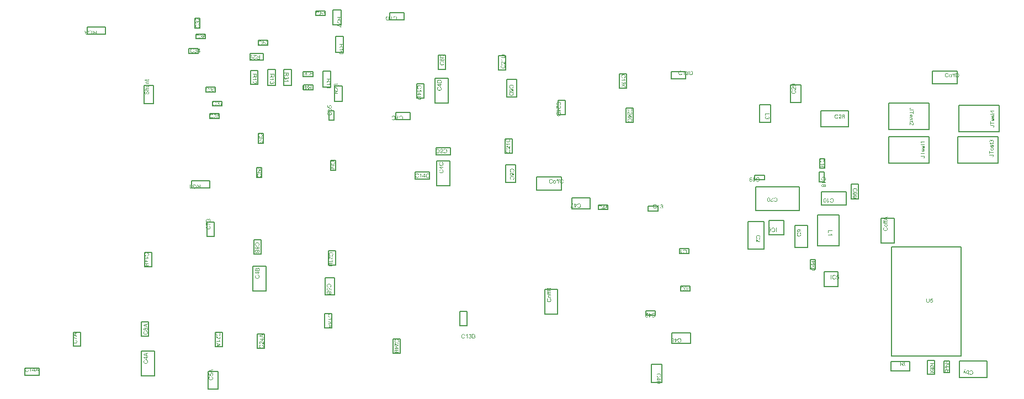
<source format=gbr>
%TF.GenerationSoftware,Altium Limited,Altium Designer,25.7.1 (20)*%
G04 Layer_Color=16711935*
%FSLAX45Y45*%
%MOMM*%
%TF.SameCoordinates,D8C98939-B5AC-4A14-9F93-74B2487226E3*%
%TF.FilePolarity,Positive*%
%TF.FileFunction,Other,Top_Assembly*%
%TF.Part,Single*%
G01*
G75*
%TA.AperFunction,NonConductor*%
%ADD120C,0.20000*%
G36*
X7586957Y7200598D02*
X7587640Y7200500D01*
X7588518Y7200403D01*
X7590468Y7200013D01*
X7592614Y7199232D01*
X7593785Y7198842D01*
X7594955Y7198257D01*
X7596126Y7197574D01*
X7597296Y7196794D01*
X7598369Y7195916D01*
X7599442Y7194843D01*
X7599539Y7194746D01*
X7599637Y7194551D01*
X7599929Y7194258D01*
X7600320Y7193770D01*
X7600710Y7193185D01*
X7601197Y7192502D01*
X7601685Y7191722D01*
X7602173Y7190747D01*
X7602758Y7189674D01*
X7603246Y7188503D01*
X7603733Y7187235D01*
X7604123Y7185870D01*
X7604514Y7184504D01*
X7604806Y7182944D01*
X7604904Y7181286D01*
X7605001Y7179530D01*
Y7178652D01*
X7604904Y7177969D01*
X7604806Y7177189D01*
X7604709Y7176214D01*
X7604514Y7175238D01*
X7604319Y7174068D01*
X7603636Y7171630D01*
X7603148Y7170362D01*
X7602660Y7169094D01*
X7601978Y7167826D01*
X7601295Y7166558D01*
X7600417Y7165387D01*
X7599442Y7164217D01*
X7599344Y7164119D01*
X7599149Y7163924D01*
X7598857Y7163729D01*
X7598466Y7163339D01*
X7597881Y7162851D01*
X7597198Y7162364D01*
X7596418Y7161876D01*
X7595540Y7161388D01*
X7594565Y7160803D01*
X7593492Y7160315D01*
X7591151Y7159340D01*
X7589786Y7158950D01*
X7588420Y7158755D01*
X7586957Y7158560D01*
X7585397Y7158462D01*
X7585299D01*
X7585104D01*
X7584811D01*
X7584324Y7158560D01*
X7583836D01*
X7583153Y7158657D01*
X7581788Y7158852D01*
X7580130Y7159242D01*
X7578374Y7159828D01*
X7576618Y7160510D01*
X7574960Y7161583D01*
X7574863D01*
X7574765Y7161778D01*
X7574277Y7162169D01*
X7573497Y7162949D01*
X7572619Y7163924D01*
X7571644Y7165192D01*
X7570669Y7166753D01*
X7569791Y7168606D01*
X7569108Y7170654D01*
Y7170557D01*
X7569011Y7170459D01*
X7568815Y7169874D01*
X7568328Y7168996D01*
X7567840Y7167923D01*
X7567060Y7166655D01*
X7566182Y7165485D01*
X7565207Y7164314D01*
X7564036Y7163339D01*
X7563841Y7163241D01*
X7563451Y7162949D01*
X7562768Y7162559D01*
X7561793Y7162169D01*
X7560622Y7161778D01*
X7559257Y7161388D01*
X7557794Y7161096D01*
X7556136Y7160998D01*
X7556038D01*
X7555843D01*
X7555453D01*
X7554965Y7161096D01*
X7554380Y7161193D01*
X7553697Y7161291D01*
X7552039Y7161583D01*
X7550186Y7162169D01*
X7548235Y7163144D01*
X7547162Y7163632D01*
X7546187Y7164314D01*
X7545212Y7165095D01*
X7544334Y7165972D01*
X7544236Y7166070D01*
X7544139Y7166168D01*
X7543846Y7166460D01*
X7543554Y7166850D01*
X7543261Y7167435D01*
X7542773Y7168021D01*
X7542383Y7168703D01*
X7541896Y7169581D01*
X7541018Y7171434D01*
X7540335Y7173775D01*
X7539750Y7176409D01*
X7539652Y7177774D01*
X7539555Y7179335D01*
Y7180115D01*
X7539652Y7180700D01*
Y7181481D01*
X7539847Y7182261D01*
X7540140Y7184212D01*
X7540725Y7186357D01*
X7541603Y7188601D01*
X7542188Y7189771D01*
X7542773Y7190844D01*
X7543554Y7191917D01*
X7544431Y7192892D01*
X7544529Y7192990D01*
X7544627Y7193087D01*
X7544919Y7193380D01*
X7545309Y7193673D01*
X7545797Y7194063D01*
X7546382Y7194551D01*
X7547748Y7195526D01*
X7549503Y7196404D01*
X7551552Y7197282D01*
X7553795Y7197867D01*
X7555063Y7197964D01*
X7556331Y7198062D01*
X7556526D01*
X7557111D01*
X7557891Y7197964D01*
X7558964Y7197769D01*
X7560232Y7197477D01*
X7561500Y7197086D01*
X7562866Y7196501D01*
X7564134Y7195721D01*
X7564231Y7195623D01*
X7564621Y7195331D01*
X7565207Y7194746D01*
X7565987Y7193965D01*
X7566767Y7192990D01*
X7567547Y7191722D01*
X7568425Y7190259D01*
X7569108Y7188601D01*
Y7188698D01*
X7569206Y7188893D01*
X7569303Y7189186D01*
X7569498Y7189576D01*
X7569986Y7190649D01*
X7570571Y7191917D01*
X7571449Y7193380D01*
X7572522Y7194843D01*
X7573887Y7196306D01*
X7575350Y7197574D01*
X7575545Y7197672D01*
X7576131Y7198062D01*
X7577008Y7198549D01*
X7578276Y7199135D01*
X7579739Y7199720D01*
X7581495Y7200208D01*
X7583446Y7200598D01*
X7585592Y7200695D01*
X7585689D01*
X7585982D01*
X7586372D01*
X7586957Y7200598D01*
D02*
G37*
G36*
X7603928Y7107743D02*
X7603831D01*
X7603441D01*
X7602856D01*
X7602173Y7107841D01*
X7601392Y7107939D01*
X7600515Y7108036D01*
X7599539Y7108329D01*
X7598564Y7108621D01*
X7598466D01*
X7598369Y7108719D01*
X7597784Y7108914D01*
X7597003Y7109304D01*
X7595833Y7109889D01*
X7594565Y7110572D01*
X7593102Y7111547D01*
X7591639Y7112523D01*
X7590078Y7113791D01*
X7589981D01*
X7589883Y7113986D01*
X7589298Y7114473D01*
X7588420Y7115254D01*
X7587250Y7116424D01*
X7585884Y7117887D01*
X7584226Y7119643D01*
X7582373Y7121789D01*
X7580325Y7124130D01*
X7580227Y7124227D01*
X7579935Y7124617D01*
X7579544Y7125105D01*
X7578862Y7125788D01*
X7578179Y7126665D01*
X7577301Y7127641D01*
X7575448Y7129787D01*
X7573205Y7132127D01*
X7570961Y7134468D01*
X7569888Y7135639D01*
X7568815Y7136614D01*
X7567743Y7137492D01*
X7566767Y7138272D01*
X7566670D01*
X7566572Y7138467D01*
X7566280Y7138662D01*
X7565889Y7138857D01*
X7564914Y7139443D01*
X7563646Y7140125D01*
X7562183Y7140808D01*
X7560622Y7141393D01*
X7558867Y7141784D01*
X7557209Y7141979D01*
X7557111D01*
X7557014D01*
X7556428Y7141881D01*
X7555551Y7141784D01*
X7554478Y7141588D01*
X7553210Y7141101D01*
X7551942Y7140516D01*
X7550576Y7139735D01*
X7549308Y7138565D01*
X7549211Y7138370D01*
X7548821Y7137980D01*
X7548333Y7137199D01*
X7547650Y7136224D01*
X7547065Y7134956D01*
X7546577Y7133493D01*
X7546187Y7131737D01*
X7546090Y7129787D01*
Y7129201D01*
X7546187Y7128811D01*
X7546285Y7127836D01*
X7546480Y7126568D01*
X7546967Y7125105D01*
X7547553Y7123544D01*
X7548430Y7122081D01*
X7549601Y7120716D01*
X7549796Y7120618D01*
X7550186Y7120228D01*
X7550966Y7119643D01*
X7552039Y7119058D01*
X7553405Y7118375D01*
X7554965Y7117887D01*
X7556819Y7117497D01*
X7558964Y7117302D01*
X7558086Y7109207D01*
X7557989D01*
X7557696D01*
X7557209Y7109304D01*
X7556623Y7109402D01*
X7555843Y7109597D01*
X7554965Y7109694D01*
X7553015Y7110279D01*
X7550771Y7111060D01*
X7548528Y7112133D01*
X7546285Y7113596D01*
X7545309Y7114376D01*
X7544334Y7115351D01*
X7544236Y7115449D01*
X7544139Y7115644D01*
X7543846Y7115936D01*
X7543554Y7116327D01*
X7543261Y7116912D01*
X7542773Y7117595D01*
X7542383Y7118375D01*
X7541896Y7119253D01*
X7541505Y7120228D01*
X7541018Y7121301D01*
X7540628Y7122569D01*
X7540335Y7123837D01*
X7539750Y7126763D01*
X7539652Y7128324D01*
X7539555Y7129982D01*
Y7130859D01*
X7539652Y7131542D01*
X7539750Y7132323D01*
X7539847Y7133200D01*
X7539945Y7134176D01*
X7540237Y7135249D01*
X7540823Y7137589D01*
X7541700Y7140028D01*
X7542286Y7141296D01*
X7542968Y7142466D01*
X7543846Y7143539D01*
X7544724Y7144612D01*
X7544822Y7144710D01*
X7544919Y7144807D01*
X7545212Y7145100D01*
X7545602Y7145490D01*
X7546187Y7145880D01*
X7546772Y7146368D01*
X7548235Y7147343D01*
X7550089Y7148318D01*
X7552234Y7149196D01*
X7554673Y7149879D01*
X7556038Y7149977D01*
X7557404Y7150074D01*
X7557599D01*
X7558086D01*
X7558867Y7149977D01*
X7559842Y7149879D01*
X7561013Y7149684D01*
X7562281Y7149391D01*
X7563646Y7149001D01*
X7565012Y7148416D01*
X7565207Y7148318D01*
X7565694Y7148123D01*
X7566377Y7147733D01*
X7567352Y7147148D01*
X7568523Y7146465D01*
X7569888Y7145587D01*
X7571254Y7144417D01*
X7572814Y7143149D01*
X7573009Y7142954D01*
X7573595Y7142466D01*
X7574473Y7141588D01*
X7575058Y7141003D01*
X7575740Y7140320D01*
X7576521Y7139540D01*
X7577399Y7138565D01*
X7578276Y7137589D01*
X7579349Y7136517D01*
X7580422Y7135346D01*
X7581593Y7133981D01*
X7582763Y7132615D01*
X7584129Y7131055D01*
X7584226Y7130957D01*
X7584421Y7130762D01*
X7584714Y7130372D01*
X7585104Y7129884D01*
X7586079Y7128714D01*
X7587347Y7127251D01*
X7588713Y7125788D01*
X7590078Y7124227D01*
X7591249Y7122959D01*
X7591736Y7122471D01*
X7592224Y7121984D01*
X7592322Y7121886D01*
X7592614Y7121691D01*
X7593004Y7121301D01*
X7593590Y7120813D01*
X7594858Y7119740D01*
X7596418Y7118667D01*
Y7150172D01*
X7603928D01*
Y7107743D01*
D02*
G37*
G36*
Y7093308D02*
X7590664Y7084823D01*
X7590566D01*
X7590371Y7084627D01*
X7590078Y7084432D01*
X7589688Y7084237D01*
X7588713Y7083555D01*
X7587445Y7082677D01*
X7585982Y7081701D01*
X7584519Y7080628D01*
X7583153Y7079653D01*
X7581885Y7078678D01*
X7581788Y7078580D01*
X7581398Y7078288D01*
X7580812Y7077800D01*
X7580130Y7077312D01*
X7578764Y7075849D01*
X7578081Y7075166D01*
X7577594Y7074386D01*
X7577496Y7074289D01*
X7577399Y7074094D01*
X7577204Y7073703D01*
X7576911Y7073216D01*
X7576326Y7072045D01*
X7575838Y7070582D01*
Y7070485D01*
X7575740Y7070290D01*
Y7069899D01*
X7575643Y7069412D01*
X7575545Y7068729D01*
Y7067949D01*
X7575448Y7066973D01*
Y7056049D01*
X7603928D01*
Y7047564D01*
X7539847D01*
Y7077312D01*
X7539945Y7078093D01*
Y7078873D01*
X7540042Y7080824D01*
X7540237Y7082872D01*
X7540628Y7085018D01*
X7541018Y7087066D01*
X7541310Y7088041D01*
X7541603Y7088919D01*
Y7089017D01*
X7541700Y7089114D01*
X7541896Y7089699D01*
X7542383Y7090480D01*
X7543066Y7091455D01*
X7543846Y7092625D01*
X7544919Y7093796D01*
X7546187Y7094966D01*
X7547748Y7096039D01*
X7547943Y7096137D01*
X7548528Y7096429D01*
X7549406Y7096917D01*
X7550576Y7097405D01*
X7552039Y7097892D01*
X7553697Y7098380D01*
X7555453Y7098673D01*
X7557404Y7098770D01*
X7557501D01*
X7557696D01*
X7558086D01*
X7558574Y7098673D01*
X7559159D01*
X7559842Y7098575D01*
X7561403Y7098185D01*
X7563256Y7097697D01*
X7565109Y7096917D01*
X7567060Y7095747D01*
X7568035Y7095064D01*
X7568913Y7094284D01*
X7569108Y7094088D01*
X7569303Y7093796D01*
X7569693Y7093503D01*
X7569986Y7093016D01*
X7570474Y7092430D01*
X7570864Y7091748D01*
X7571351Y7090967D01*
X7571839Y7090089D01*
X7572327Y7089017D01*
X7572814Y7087944D01*
X7573302Y7086676D01*
X7573790Y7085408D01*
X7574180Y7083945D01*
X7574473Y7082384D01*
X7574765Y7080726D01*
X7574863Y7080921D01*
X7575058Y7081311D01*
X7575350Y7081896D01*
X7575740Y7082579D01*
X7576813Y7084237D01*
X7577399Y7085115D01*
X7577984Y7085798D01*
X7578179Y7085993D01*
X7578569Y7086481D01*
X7579349Y7087163D01*
X7580325Y7088041D01*
X7581593Y7089114D01*
X7583056Y7090285D01*
X7584714Y7091552D01*
X7586567Y7092820D01*
X7603928Y7103940D01*
Y7093308D01*
D02*
G37*
G36*
X7651580Y8190251D02*
X7651482Y8189471D01*
Y8188690D01*
X7651384Y8186740D01*
X7651189Y8184691D01*
X7650799Y8182545D01*
X7650409Y8180497D01*
X7650117Y8179522D01*
X7649824Y8178644D01*
Y8178547D01*
X7649726Y8178449D01*
X7649531Y8177864D01*
X7649044Y8177083D01*
X7648361Y8176108D01*
X7647581Y8174938D01*
X7646508Y8173767D01*
X7645240Y8172597D01*
X7643679Y8171524D01*
X7643484Y8171426D01*
X7642899Y8171134D01*
X7642021Y8170646D01*
X7640851Y8170158D01*
X7639388Y8169671D01*
X7637729Y8169183D01*
X7635974Y8168890D01*
X7634023Y8168793D01*
X7633926D01*
X7633730D01*
X7633340D01*
X7632853Y8168890D01*
X7632267D01*
X7631585Y8168988D01*
X7630024Y8169378D01*
X7628171Y8169866D01*
X7626318Y8170646D01*
X7624367Y8171817D01*
X7623392Y8172499D01*
X7622514Y8173280D01*
X7622319Y8173475D01*
X7622124Y8173767D01*
X7621734Y8174060D01*
X7621441Y8174548D01*
X7620953Y8175133D01*
X7620563Y8175815D01*
X7620075Y8176596D01*
X7619588Y8177474D01*
X7619100Y8178547D01*
X7618612Y8179619D01*
X7618125Y8180887D01*
X7617637Y8182155D01*
X7617247Y8183618D01*
X7616954Y8185179D01*
X7616662Y8186837D01*
X7616564Y8186642D01*
X7616369Y8186252D01*
X7616076Y8185667D01*
X7615686Y8184984D01*
X7614613Y8183326D01*
X7614028Y8182448D01*
X7613443Y8181765D01*
X7613248Y8181570D01*
X7612858Y8181082D01*
X7612077Y8180400D01*
X7611102Y8179522D01*
X7609834Y8178449D01*
X7608371Y8177279D01*
X7606713Y8176011D01*
X7604860Y8174743D01*
X7587498Y8163623D01*
Y8174255D01*
X7600763Y8182741D01*
X7600861D01*
X7601056Y8182936D01*
X7601349Y8183131D01*
X7601739Y8183326D01*
X7602714Y8184009D01*
X7603982Y8184886D01*
X7605445Y8185862D01*
X7606908Y8186935D01*
X7608274Y8187910D01*
X7609542Y8188885D01*
X7609639Y8188983D01*
X7610029Y8189275D01*
X7610614Y8189763D01*
X7611297Y8190251D01*
X7612663Y8191714D01*
X7613345Y8192397D01*
X7613833Y8193177D01*
X7613931Y8193274D01*
X7614028Y8193470D01*
X7614223Y8193860D01*
X7614516Y8194347D01*
X7615101Y8195518D01*
X7615589Y8196981D01*
Y8197078D01*
X7615686Y8197273D01*
Y8197664D01*
X7615784Y8198151D01*
X7615881Y8198834D01*
Y8199614D01*
X7615979Y8200590D01*
Y8211514D01*
X7587498D01*
Y8219999D01*
X7651580D01*
Y8190251D01*
D02*
G37*
G36*
X7589254Y8159722D02*
X7590034Y8159625D01*
X7590912Y8159527D01*
X7591888Y8159234D01*
X7592863Y8158942D01*
X7592960D01*
X7593058Y8158844D01*
X7593643Y8158649D01*
X7594423Y8158259D01*
X7595594Y8157674D01*
X7596862Y8156991D01*
X7598325Y8156016D01*
X7599788Y8155040D01*
X7601349Y8153772D01*
X7601446D01*
X7601544Y8153577D01*
X7602129Y8153090D01*
X7603007Y8152309D01*
X7604177Y8151139D01*
X7605543Y8149676D01*
X7607201Y8147920D01*
X7609054Y8145774D01*
X7611102Y8143434D01*
X7611200Y8143336D01*
X7611492Y8142946D01*
X7611882Y8142458D01*
X7612565Y8141775D01*
X7613248Y8140898D01*
X7614126Y8139922D01*
X7615979Y8137776D01*
X7618222Y8135436D01*
X7620466Y8133095D01*
X7621538Y8131924D01*
X7622611Y8130949D01*
X7623684Y8130071D01*
X7624660Y8129291D01*
X7624757D01*
X7624855Y8129096D01*
X7625147Y8128901D01*
X7625537Y8128706D01*
X7626513Y8128120D01*
X7627781Y8127438D01*
X7629244Y8126755D01*
X7630804Y8126170D01*
X7632560Y8125780D01*
X7634218Y8125584D01*
X7634316D01*
X7634413D01*
X7634998Y8125682D01*
X7635876Y8125780D01*
X7636949Y8125975D01*
X7638217Y8126462D01*
X7639485Y8127048D01*
X7640851Y8127828D01*
X7642119Y8128998D01*
X7642216Y8129193D01*
X7642606Y8129583D01*
X7643094Y8130364D01*
X7643777Y8131339D01*
X7644362Y8132607D01*
X7644850Y8134070D01*
X7645240Y8135826D01*
X7645337Y8137776D01*
Y8138362D01*
X7645240Y8138752D01*
X7645142Y8139727D01*
X7644947Y8140995D01*
X7644459Y8142458D01*
X7643874Y8144019D01*
X7642996Y8145482D01*
X7641826Y8146847D01*
X7641631Y8146945D01*
X7641241Y8147335D01*
X7640460Y8147920D01*
X7639388Y8148505D01*
X7638022Y8149188D01*
X7636461Y8149676D01*
X7634608Y8150066D01*
X7632463Y8150261D01*
X7633340Y8158357D01*
X7633438D01*
X7633730D01*
X7634218Y8158259D01*
X7634803Y8158161D01*
X7635584Y8157966D01*
X7636461Y8157869D01*
X7638412Y8157284D01*
X7640656Y8156503D01*
X7642899Y8155430D01*
X7645142Y8153967D01*
X7646118Y8153187D01*
X7647093Y8152212D01*
X7647190Y8152114D01*
X7647288Y8151919D01*
X7647581Y8151627D01*
X7647873Y8151236D01*
X7648166Y8150651D01*
X7648653Y8149968D01*
X7649044Y8149188D01*
X7649531Y8148310D01*
X7649921Y8147335D01*
X7650409Y8146262D01*
X7650799Y8144994D01*
X7651092Y8143726D01*
X7651677Y8140800D01*
X7651775Y8139239D01*
X7651872Y8137581D01*
Y8136704D01*
X7651775Y8136021D01*
X7651677Y8135241D01*
X7651580Y8134363D01*
X7651482Y8133387D01*
X7651189Y8132314D01*
X7650604Y8129974D01*
X7649726Y8127535D01*
X7649141Y8126267D01*
X7648458Y8125097D01*
X7647581Y8124024D01*
X7646703Y8122951D01*
X7646605Y8122853D01*
X7646508Y8122756D01*
X7646215Y8122463D01*
X7645825Y8122073D01*
X7645240Y8121683D01*
X7644655Y8121195D01*
X7643191Y8120220D01*
X7641338Y8119245D01*
X7639192Y8118367D01*
X7636754Y8117684D01*
X7635389Y8117587D01*
X7634023Y8117489D01*
X7633828D01*
X7633340D01*
X7632560Y8117587D01*
X7631585Y8117684D01*
X7630414Y8117879D01*
X7629146Y8118172D01*
X7627781Y8118562D01*
X7626415Y8119147D01*
X7626220Y8119245D01*
X7625733Y8119440D01*
X7625050Y8119830D01*
X7624074Y8120415D01*
X7622904Y8121098D01*
X7621538Y8121976D01*
X7620173Y8123146D01*
X7618612Y8124414D01*
X7618417Y8124609D01*
X7617832Y8125097D01*
X7616954Y8125975D01*
X7616369Y8126560D01*
X7615686Y8127243D01*
X7614906Y8128023D01*
X7614028Y8128998D01*
X7613150Y8129974D01*
X7612077Y8131046D01*
X7611005Y8132217D01*
X7609834Y8133582D01*
X7608664Y8134948D01*
X7607298Y8136508D01*
X7607201Y8136606D01*
X7607006Y8136801D01*
X7606713Y8137191D01*
X7606323Y8137679D01*
X7605348Y8138849D01*
X7604080Y8140312D01*
X7602714Y8141775D01*
X7601349Y8143336D01*
X7600178Y8144604D01*
X7599690Y8145092D01*
X7599203Y8145579D01*
X7599105Y8145677D01*
X7598813Y8145872D01*
X7598422Y8146262D01*
X7597837Y8146750D01*
X7596569Y8147823D01*
X7595009Y8148896D01*
Y8117391D01*
X7587498D01*
Y8159820D01*
X7587596D01*
X7587986D01*
X7588571D01*
X7589254Y8159722D01*
D02*
G37*
G36*
X7650799Y8067063D02*
X7644655D01*
X7644557Y8067160D01*
X7644362Y8067355D01*
X7643972Y8067648D01*
X7643484Y8068136D01*
X7642801Y8068623D01*
X7642021Y8069306D01*
X7641046Y8070086D01*
X7640070Y8070867D01*
X7638900Y8071745D01*
X7637534Y8072720D01*
X7636169Y8073793D01*
X7634608Y8074768D01*
X7632950Y8075841D01*
X7631195Y8077012D01*
X7629244Y8078084D01*
X7627293Y8079255D01*
X7627196Y8079352D01*
X7626805Y8079547D01*
X7626220Y8079840D01*
X7625440Y8080230D01*
X7624465Y8080718D01*
X7623294Y8081303D01*
X7621929Y8081986D01*
X7620466Y8082669D01*
X7618905Y8083351D01*
X7617149Y8084132D01*
X7615296Y8084912D01*
X7613345Y8085692D01*
X7609346Y8087155D01*
X7605055Y8088521D01*
X7604957D01*
X7604665Y8088618D01*
X7604275Y8088716D01*
X7603689Y8088911D01*
X7602909Y8089106D01*
X7602031Y8089301D01*
X7600958Y8089496D01*
X7599885Y8089789D01*
X7598618Y8089984D01*
X7597252Y8090276D01*
X7594326Y8090764D01*
X7591010Y8091154D01*
X7587498Y8091447D01*
Y8099542D01*
X7587596D01*
X7587889D01*
X7588279D01*
X7588864Y8099445D01*
X7589547D01*
X7590424Y8099347D01*
X7591497Y8099250D01*
X7592570Y8099152D01*
X7593838Y8098957D01*
X7595301Y8098762D01*
X7596764Y8098567D01*
X7598325Y8098274D01*
X7600081Y8097982D01*
X7601836Y8097592D01*
X7605738Y8096616D01*
X7605835D01*
X7606225Y8096519D01*
X7606811Y8096324D01*
X7607591Y8096129D01*
X7608566Y8095836D01*
X7609639Y8095446D01*
X7610907Y8095056D01*
X7612370Y8094568D01*
X7613833Y8093983D01*
X7615491Y8093398D01*
X7619003Y8092032D01*
X7622709Y8090374D01*
X7626415Y8088521D01*
X7626513Y8088423D01*
X7626903Y8088228D01*
X7627391Y8087936D01*
X7628073Y8087545D01*
X7628951Y8087058D01*
X7629927Y8086473D01*
X7630999Y8085790D01*
X7632267Y8085107D01*
X7634901Y8083351D01*
X7637729Y8081401D01*
X7640558Y8079352D01*
X7643289Y8077109D01*
Y8108516D01*
X7650799D01*
Y8067063D01*
D02*
G37*
G36*
X15176781Y5439904D02*
X15177660D01*
X15178635Y5439806D01*
X15179805Y5439611D01*
X15180975Y5439514D01*
X15183707Y5438928D01*
X15186536Y5438246D01*
X15189265Y5437173D01*
X15190631Y5436588D01*
X15191899Y5435807D01*
X15191997Y5435710D01*
X15192192Y5435612D01*
X15192484Y5435320D01*
X15192972Y5435027D01*
X15194142Y5434052D01*
X15195508Y5432686D01*
X15197166Y5431028D01*
X15198727Y5428882D01*
X15200385Y5426444D01*
X15201750Y5423615D01*
Y5423518D01*
X15201848Y5423225D01*
X15202043Y5422835D01*
X15202238Y5422250D01*
X15202530Y5421469D01*
X15202823Y5420592D01*
X15203116Y5419616D01*
X15203407Y5418446D01*
X15203700Y5417275D01*
X15203993Y5415910D01*
X15204579Y5412984D01*
X15204968Y5409863D01*
X15205066Y5406449D01*
Y5406351D01*
Y5405961D01*
Y5405474D01*
X15204968Y5404791D01*
Y5403913D01*
X15204871Y5402840D01*
X15204774Y5401767D01*
X15204579Y5400499D01*
X15204091Y5397768D01*
X15203506Y5394842D01*
X15202530Y5391819D01*
X15201262Y5388990D01*
Y5388892D01*
X15201067Y5388697D01*
X15200871Y5388307D01*
X15200580Y5387722D01*
X15200191Y5387137D01*
X15199702Y5386454D01*
X15198434Y5384796D01*
X15196971Y5382943D01*
X15195119Y5381090D01*
X15192874Y5379236D01*
X15190436Y5377676D01*
X15190338D01*
X15190143Y5377481D01*
X15189754Y5377286D01*
X15189168Y5377091D01*
X15188583Y5376798D01*
X15187802Y5376408D01*
X15186827Y5376115D01*
X15185852Y5375725D01*
X15184779Y5375335D01*
X15183607Y5375042D01*
X15180975Y5374360D01*
X15178049Y5373969D01*
X15174928Y5373774D01*
X15173952D01*
X15173270Y5373872D01*
X15172488Y5373969D01*
X15171513Y5374067D01*
X15170441Y5374165D01*
X15169270Y5374360D01*
X15166734Y5374945D01*
X15164005Y5375823D01*
X15162637Y5376408D01*
X15161273Y5377091D01*
X15160005Y5377871D01*
X15158737Y5378749D01*
X15158640Y5378846D01*
X15158444Y5378944D01*
X15158151Y5379236D01*
X15157664Y5379627D01*
X15157176Y5380114D01*
X15156493Y5380797D01*
X15155811Y5381480D01*
X15155128Y5382260D01*
X15154349Y5383235D01*
X15153665Y5384211D01*
X15152885Y5385381D01*
X15152104Y5386649D01*
X15151422Y5387917D01*
X15150739Y5389380D01*
X15149568Y5392501D01*
X15157956Y5394452D01*
Y5394354D01*
X15158054Y5394159D01*
X15158151Y5393769D01*
X15158347Y5393282D01*
X15158640Y5392696D01*
X15158932Y5392014D01*
X15159615Y5390551D01*
X15160492Y5388892D01*
X15161662Y5387137D01*
X15162930Y5385576D01*
X15164491Y5384211D01*
X15164687Y5384113D01*
X15165273Y5383723D01*
X15166150Y5383235D01*
X15167416Y5382553D01*
X15168881Y5381967D01*
X15170734Y5381480D01*
X15172781Y5381090D01*
X15175124Y5380992D01*
X15175806D01*
X15176292Y5381090D01*
X15176976D01*
X15177660Y5381187D01*
X15179414Y5381480D01*
X15181364Y5381870D01*
X15183414Y5382553D01*
X15185461Y5383430D01*
X15187411Y5384601D01*
X15187511D01*
X15187607Y5384796D01*
X15188193Y5385284D01*
X15189070Y5386064D01*
X15190143Y5387137D01*
X15191216Y5388502D01*
X15192387Y5390063D01*
X15193460Y5392014D01*
X15194337Y5394159D01*
Y5394257D01*
X15194435Y5394452D01*
X15194531Y5394745D01*
X15194630Y5395232D01*
X15194826Y5395720D01*
X15194923Y5396403D01*
X15195312Y5397963D01*
X15195703Y5399816D01*
X15195996Y5401865D01*
X15196191Y5404108D01*
X15196288Y5406449D01*
Y5406546D01*
Y5406839D01*
Y5407229D01*
Y5407814D01*
X15196191Y5408497D01*
Y5409375D01*
X15196094Y5410253D01*
X15195996Y5411228D01*
X15195703Y5413472D01*
X15195312Y5415910D01*
X15194728Y5418348D01*
X15193947Y5420689D01*
Y5420787D01*
X15193851Y5420982D01*
X15193655Y5421274D01*
X15193460Y5421665D01*
X15192972Y5422835D01*
X15192192Y5424103D01*
X15191119Y5425664D01*
X15189851Y5427127D01*
X15188388Y5428590D01*
X15186632Y5429858D01*
X15186536D01*
X15186436Y5429955D01*
X15186143Y5430150D01*
X15185754Y5430345D01*
X15184682Y5430735D01*
X15183316Y5431321D01*
X15181755Y5431808D01*
X15179903Y5432296D01*
X15177853Y5432686D01*
X15175708Y5432784D01*
X15175024D01*
X15174538Y5432686D01*
X15173952D01*
X15173172Y5432589D01*
X15171513Y5432296D01*
X15169661Y5431808D01*
X15167613Y5431028D01*
X15165662Y5430053D01*
X15163712Y5428687D01*
X15163614Y5428590D01*
X15163516Y5428492D01*
X15162930Y5427907D01*
X15162053Y5426931D01*
X15160980Y5425664D01*
X15159908Y5423908D01*
X15158737Y5421860D01*
X15157761Y5419324D01*
X15156981Y5416495D01*
X15148495Y5418641D01*
Y5418738D01*
X15148593Y5419129D01*
X15148788Y5419616D01*
X15148982Y5420397D01*
X15149373Y5421177D01*
X15149763Y5422250D01*
X15150154Y5423323D01*
X15150739Y5424493D01*
X15152007Y5427127D01*
X15153761Y5429760D01*
X15155713Y5432296D01*
X15156883Y5433466D01*
X15158151Y5434539D01*
X15158249Y5434637D01*
X15158444Y5434734D01*
X15158833Y5435027D01*
X15159419Y5435417D01*
X15160101Y5435807D01*
X15160883Y5436295D01*
X15161760Y5436783D01*
X15162833Y5437270D01*
X15164005Y5437758D01*
X15165273Y5438246D01*
X15166734Y5438733D01*
X15168198Y5439123D01*
X15171416Y5439806D01*
X15173172Y5439904D01*
X15175024Y5440001D01*
X15176001D01*
X15176781Y5439904D01*
D02*
G37*
G36*
X15119527Y5388795D02*
X15119624Y5388892D01*
X15120015Y5389283D01*
X15120699Y5389770D01*
X15121576Y5390453D01*
X15122649Y5391331D01*
X15123917Y5392209D01*
X15125378Y5393282D01*
X15127039Y5394257D01*
X15127135D01*
X15127232Y5394354D01*
X15127818Y5394745D01*
X15128696Y5395232D01*
X15129768Y5395818D01*
X15131036Y5396500D01*
X15132402Y5397085D01*
X15133865Y5397768D01*
X15135231Y5398353D01*
Y5390648D01*
X15135133D01*
X15134938Y5390551D01*
X15134547Y5390355D01*
X15134158Y5390063D01*
X15133572Y5389770D01*
X15132890Y5389478D01*
X15131329Y5388600D01*
X15129573Y5387527D01*
X15127623Y5386259D01*
X15125671Y5384796D01*
X15123819Y5383235D01*
X15123721Y5383138D01*
X15123624Y5383040D01*
X15123039Y5382455D01*
X15122160Y5381577D01*
X15121088Y5380504D01*
X15119917Y5379139D01*
X15118747Y5377676D01*
X15117674Y5376115D01*
X15116795Y5374555D01*
X15111627D01*
Y5438928D01*
X15119527D01*
Y5388795D01*
D02*
G37*
G36*
X15072221Y5439904D02*
X15073003Y5439806D01*
X15073880Y5439611D01*
X15074857Y5439416D01*
X15075929Y5439221D01*
X15078270Y5438441D01*
X15079538Y5437856D01*
X15080708Y5437270D01*
X15081976Y5436490D01*
X15083147Y5435612D01*
X15084219Y5434637D01*
X15085292Y5433466D01*
X15085390Y5433369D01*
X15085585Y5433076D01*
X15085876Y5432589D01*
X15086269Y5431906D01*
X15086755Y5431028D01*
X15087244Y5429955D01*
X15087828Y5428687D01*
X15088412Y5427127D01*
X15088998Y5425468D01*
X15089584Y5423518D01*
X15090071Y5421372D01*
X15090559Y5419031D01*
X15090948Y5416398D01*
X15091241Y5413667D01*
X15091437Y5410545D01*
X15091534Y5407327D01*
Y5407229D01*
Y5406839D01*
Y5406254D01*
Y5405474D01*
X15091437Y5404498D01*
Y5403425D01*
X15091339Y5402157D01*
X15091241Y5400792D01*
X15090948Y5397866D01*
X15090559Y5394842D01*
X15090071Y5391819D01*
X15089680Y5390453D01*
X15089291Y5389088D01*
Y5388990D01*
X15089194Y5388795D01*
X15088998Y5388405D01*
X15088803Y5387917D01*
X15088608Y5387332D01*
X15088316Y5386649D01*
X15087535Y5385089D01*
X15086560Y5383333D01*
X15085390Y5381577D01*
X15084024Y5379919D01*
X15082365Y5378359D01*
X15082269D01*
X15082172Y5378163D01*
X15081879Y5377968D01*
X15081488Y5377773D01*
X15080513Y5377188D01*
X15079147Y5376408D01*
X15077489Y5375725D01*
X15075441Y5375140D01*
X15073198Y5374750D01*
X15070662Y5374555D01*
X15069785D01*
X15068810Y5374652D01*
X15067638Y5374847D01*
X15066273Y5375042D01*
X15064713Y5375432D01*
X15063152Y5376018D01*
X15061688Y5376700D01*
X15061493Y5376798D01*
X15061006Y5377091D01*
X15060323Y5377578D01*
X15059348Y5378163D01*
X15058372Y5379041D01*
X15057298Y5380114D01*
X15056226Y5381285D01*
X15055251Y5382650D01*
X15055154Y5382845D01*
X15054861Y5383333D01*
X15054373Y5384211D01*
X15053789Y5385284D01*
X15053203Y5386649D01*
X15052521Y5388307D01*
X15051837Y5390160D01*
X15051253Y5392209D01*
Y5392306D01*
X15051155Y5392501D01*
Y5392794D01*
X15051057Y5393282D01*
X15050862Y5393769D01*
X15050764Y5394452D01*
X15050667Y5395330D01*
X15050471Y5396208D01*
X15050374Y5397281D01*
X15050278Y5398353D01*
X15050082Y5399621D01*
X15049985Y5400987D01*
X15049887Y5402450D01*
Y5403913D01*
X15049789Y5407327D01*
Y5407424D01*
Y5407814D01*
Y5408400D01*
Y5409180D01*
X15049887Y5410155D01*
Y5411228D01*
X15049985Y5412496D01*
X15050082Y5413862D01*
X15050374Y5416788D01*
X15050764Y5419811D01*
X15051350Y5422835D01*
X15051740Y5424200D01*
X15052130Y5425566D01*
Y5425664D01*
X15052226Y5425859D01*
X15052325Y5426249D01*
X15052521Y5426736D01*
X15052814Y5427322D01*
X15053105Y5427907D01*
X15053886Y5429467D01*
X15054861Y5431223D01*
X15056030Y5432979D01*
X15057397Y5434734D01*
X15059055Y5436295D01*
X15059154D01*
X15059250Y5436490D01*
X15059543Y5436588D01*
X15059834Y5436880D01*
X15060909Y5437465D01*
X15062177Y5438148D01*
X15063931Y5438831D01*
X15065881Y5439416D01*
X15068126Y5439806D01*
X15070662Y5440001D01*
X15071539D01*
X15072221Y5439904D01*
D02*
G37*
G36*
X9158399Y7262515D02*
X9159179D01*
X9160935Y7262418D01*
X9162886Y7262222D01*
X9165129Y7261832D01*
X9167372Y7261442D01*
X9169518Y7260857D01*
X9169616D01*
X9169811Y7260759D01*
X9170103Y7260662D01*
X9170493Y7260564D01*
X9171469Y7260174D01*
X9172834Y7259687D01*
X9174297Y7259101D01*
X9175858Y7258321D01*
X9177419Y7257443D01*
X9178882Y7256468D01*
X9179077Y7256370D01*
X9179467Y7255980D01*
X9180150Y7255492D01*
X9181027Y7254712D01*
X9181905Y7253932D01*
X9182881Y7252859D01*
X9183856Y7251786D01*
X9184734Y7250616D01*
X9184831Y7250518D01*
X9185026Y7250030D01*
X9185416Y7249348D01*
X9185904Y7248470D01*
X9186392Y7247397D01*
X9186880Y7246129D01*
X9187367Y7244666D01*
X9187855Y7243008D01*
Y7242813D01*
X9188050Y7242228D01*
X9188147Y7241350D01*
X9188343Y7240082D01*
X9188538Y7238619D01*
X9188733Y7236863D01*
X9188830Y7234912D01*
X9188928Y7232767D01*
Y7209748D01*
X9124847D01*
Y7234327D01*
X9124944Y7235985D01*
X9125042Y7237741D01*
X9125237Y7239692D01*
X9125529Y7241545D01*
X9125822Y7243105D01*
Y7243203D01*
X9125920Y7243398D01*
Y7243593D01*
X9126115Y7243983D01*
X9126407Y7245056D01*
X9126895Y7246324D01*
X9127480Y7247787D01*
X9128260Y7249348D01*
X9129236Y7250908D01*
X9130406Y7252469D01*
Y7252566D01*
X9130601Y7252664D01*
X9131186Y7253347D01*
X9132162Y7254225D01*
X9133430Y7255297D01*
X9134990Y7256565D01*
X9136844Y7257833D01*
X9138989Y7259004D01*
X9141428Y7260077D01*
X9141525D01*
X9141720Y7260174D01*
X9142110Y7260272D01*
X9142598Y7260467D01*
X9143183Y7260662D01*
X9143964Y7260857D01*
X9144842Y7261150D01*
X9145817Y7261345D01*
X9146890Y7261540D01*
X9148060Y7261832D01*
X9150596Y7262222D01*
X9153425Y7262515D01*
X9156546Y7262613D01*
X9156643D01*
X9156838D01*
X9157229D01*
X9157814D01*
X9158399Y7262515D01*
D02*
G37*
G36*
X9173615Y7189851D02*
X9188928D01*
Y7181950D01*
X9173615D01*
Y7154153D01*
X9166397D01*
X9124944Y7183413D01*
Y7189851D01*
X9166397D01*
Y7198531D01*
X9173615D01*
Y7189851D01*
D02*
G37*
G36*
X9169128Y7149471D02*
X9169616Y7149276D01*
X9170396Y7149081D01*
X9171176Y7148691D01*
X9172249Y7148300D01*
X9173322Y7147910D01*
X9174492Y7147325D01*
X9177126Y7146057D01*
X9179759Y7144301D01*
X9182295Y7142351D01*
X9183466Y7141180D01*
X9184539Y7139912D01*
X9184636Y7139815D01*
X9184734Y7139620D01*
X9185026Y7139230D01*
X9185416Y7138644D01*
X9185807Y7137962D01*
X9186294Y7137181D01*
X9186782Y7136303D01*
X9187270Y7135231D01*
X9187757Y7134060D01*
X9188245Y7132792D01*
X9188733Y7131329D01*
X9189123Y7129866D01*
X9189806Y7126647D01*
X9189903Y7124892D01*
X9190001Y7123039D01*
Y7122063D01*
X9189903Y7121283D01*
Y7120405D01*
X9189806Y7119430D01*
X9189611Y7118259D01*
X9189513Y7117089D01*
X9188928Y7114358D01*
X9188245Y7111529D01*
X9187172Y7108798D01*
X9186587Y7107433D01*
X9185807Y7106165D01*
X9185709Y7106067D01*
X9185612Y7105872D01*
X9185319Y7105580D01*
X9185026Y7105092D01*
X9184051Y7103922D01*
X9182685Y7102556D01*
X9181027Y7100898D01*
X9178882Y7099337D01*
X9176443Y7097679D01*
X9173615Y7096314D01*
X9173517D01*
X9173224Y7096216D01*
X9172834Y7096021D01*
X9172249Y7095826D01*
X9171469Y7095533D01*
X9170591Y7095241D01*
X9169616Y7094948D01*
X9168445Y7094656D01*
X9167275Y7094363D01*
X9165909Y7094070D01*
X9162983Y7093485D01*
X9159862Y7093095D01*
X9156448Y7092997D01*
X9156351D01*
X9155961D01*
X9155473D01*
X9154790Y7093095D01*
X9153912D01*
X9152839Y7093193D01*
X9151767Y7093290D01*
X9150499Y7093485D01*
X9147768Y7093973D01*
X9144842Y7094558D01*
X9141818Y7095533D01*
X9138989Y7096801D01*
X9138892D01*
X9138697Y7096996D01*
X9138307Y7097192D01*
X9137721Y7097484D01*
X9137136Y7097874D01*
X9136453Y7098362D01*
X9134795Y7099630D01*
X9132942Y7101093D01*
X9131089Y7102946D01*
X9129236Y7105189D01*
X9127675Y7107628D01*
Y7107725D01*
X9127480Y7107921D01*
X9127285Y7108311D01*
X9127090Y7108896D01*
X9126797Y7109481D01*
X9126407Y7110261D01*
X9126115Y7111237D01*
X9125724Y7112212D01*
X9125334Y7113285D01*
X9125042Y7114455D01*
X9124359Y7117089D01*
X9123969Y7120015D01*
X9123774Y7123136D01*
Y7124111D01*
X9123871Y7124794D01*
X9123969Y7125575D01*
X9124066Y7126550D01*
X9124164Y7127623D01*
X9124359Y7128793D01*
X9124944Y7131329D01*
X9125822Y7134060D01*
X9126407Y7135426D01*
X9127090Y7136791D01*
X9127870Y7138059D01*
X9128748Y7139327D01*
X9128846Y7139425D01*
X9128943Y7139620D01*
X9129236Y7139912D01*
X9129626Y7140400D01*
X9130114Y7140888D01*
X9130796Y7141570D01*
X9131479Y7142253D01*
X9132259Y7142936D01*
X9133235Y7143716D01*
X9134210Y7144399D01*
X9135381Y7145179D01*
X9136648Y7145960D01*
X9137916Y7146642D01*
X9139379Y7147325D01*
X9142501Y7148495D01*
X9144451Y7140107D01*
X9144354D01*
X9144159Y7140010D01*
X9143769Y7139912D01*
X9143281Y7139717D01*
X9142696Y7139425D01*
X9142013Y7139132D01*
X9140550Y7138449D01*
X9138892Y7137571D01*
X9137136Y7136401D01*
X9135576Y7135133D01*
X9134210Y7133572D01*
X9134113Y7133377D01*
X9133722Y7132792D01*
X9133235Y7131914D01*
X9132552Y7130646D01*
X9131967Y7129183D01*
X9131479Y7127330D01*
X9131089Y7125282D01*
X9130991Y7122941D01*
Y7122258D01*
X9131089Y7121771D01*
Y7121088D01*
X9131186Y7120405D01*
X9131479Y7118649D01*
X9131869Y7116699D01*
X9132552Y7114650D01*
X9133430Y7112602D01*
X9134600Y7110652D01*
Y7110554D01*
X9134795Y7110456D01*
X9135283Y7109871D01*
X9136063Y7108993D01*
X9137136Y7107921D01*
X9138502Y7106848D01*
X9140062Y7105677D01*
X9142013Y7104604D01*
X9144159Y7103726D01*
X9144256D01*
X9144451Y7103629D01*
X9144744Y7103531D01*
X9145232Y7103434D01*
X9145719Y7103239D01*
X9146402Y7103141D01*
X9147963Y7102751D01*
X9149816Y7102361D01*
X9151864Y7102068D01*
X9154107Y7101873D01*
X9156448Y7101776D01*
X9156546D01*
X9156838D01*
X9157229D01*
X9157814D01*
X9158497Y7101873D01*
X9159374D01*
X9160252Y7101971D01*
X9161228Y7102068D01*
X9163471Y7102361D01*
X9165909Y7102751D01*
X9168348Y7103336D01*
X9170689Y7104117D01*
X9170786D01*
X9170981Y7104214D01*
X9171274Y7104409D01*
X9171664Y7104604D01*
X9172834Y7105092D01*
X9174102Y7105872D01*
X9175663Y7106945D01*
X9177126Y7108213D01*
X9178589Y7109676D01*
X9179857Y7111432D01*
Y7111529D01*
X9179954Y7111627D01*
X9180150Y7111919D01*
X9180345Y7112310D01*
X9180735Y7113383D01*
X9181320Y7114748D01*
X9181808Y7116309D01*
X9182295Y7118162D01*
X9182685Y7120210D01*
X9182783Y7122356D01*
Y7123039D01*
X9182685Y7123526D01*
Y7124111D01*
X9182588Y7124892D01*
X9182295Y7126550D01*
X9181808Y7128403D01*
X9181027Y7130451D01*
X9180052Y7132402D01*
X9178686Y7134353D01*
X9178589Y7134450D01*
X9178491Y7134548D01*
X9177906Y7135133D01*
X9176931Y7136011D01*
X9175663Y7137084D01*
X9173907Y7138157D01*
X9171859Y7139327D01*
X9169323Y7140302D01*
X9166494Y7141083D01*
X9168640Y7149568D01*
X9168738D01*
X9169128Y7149471D01*
D02*
G37*
G36*
X9199128Y5995720D02*
X9199616Y5995525D01*
X9200396Y5995330D01*
X9201177Y5994939D01*
X9202250Y5994549D01*
X9203322Y5994159D01*
X9204493Y5993574D01*
X9207126Y5992306D01*
X9209760Y5990550D01*
X9212296Y5988600D01*
X9213466Y5987429D01*
X9214539Y5986161D01*
X9214637Y5986064D01*
X9214734Y5985869D01*
X9215027Y5985479D01*
X9215417Y5984893D01*
X9215807Y5984211D01*
X9216295Y5983430D01*
X9216782Y5982552D01*
X9217270Y5981480D01*
X9217758Y5980309D01*
X9218245Y5979041D01*
X9218733Y5977578D01*
X9219123Y5976115D01*
X9219806Y5972896D01*
X9219904Y5971141D01*
X9220001Y5969288D01*
Y5968312D01*
X9219904Y5967532D01*
Y5966654D01*
X9219806Y5965679D01*
X9219611Y5964508D01*
X9219513Y5963338D01*
X9218928Y5960607D01*
X9218245Y5957778D01*
X9217173Y5955047D01*
X9216587Y5953682D01*
X9215807Y5952414D01*
X9215710Y5952316D01*
X9215612Y5952121D01*
X9215319Y5951829D01*
X9215027Y5951341D01*
X9214051Y5950170D01*
X9212686Y5948805D01*
X9211028Y5947147D01*
X9208882Y5945586D01*
X9206444Y5943928D01*
X9203615Y5942563D01*
X9203518D01*
X9203225Y5942465D01*
X9202835Y5942270D01*
X9202250Y5942075D01*
X9201469Y5941782D01*
X9200591Y5941490D01*
X9199616Y5941197D01*
X9198446Y5940905D01*
X9197275Y5940612D01*
X9195910Y5940319D01*
X9192984Y5939734D01*
X9189862Y5939344D01*
X9186449Y5939246D01*
X9186351D01*
X9185961D01*
X9185473D01*
X9184791Y5939344D01*
X9183913D01*
X9182840Y5939442D01*
X9181767Y5939539D01*
X9180499Y5939734D01*
X9177768Y5940222D01*
X9174842Y5940807D01*
X9171818Y5941782D01*
X9168990Y5943050D01*
X9168892D01*
X9168697Y5943245D01*
X9168307Y5943440D01*
X9167722Y5943733D01*
X9167137Y5944123D01*
X9166454Y5944611D01*
X9164796Y5945879D01*
X9162943Y5947342D01*
X9161089Y5949195D01*
X9159236Y5951438D01*
X9157676Y5953877D01*
Y5953974D01*
X9157481Y5954169D01*
X9157285Y5954560D01*
X9157090Y5955145D01*
X9156798Y5955730D01*
X9156408Y5956510D01*
X9156115Y5957486D01*
X9155725Y5958461D01*
X9155335Y5959534D01*
X9155042Y5960704D01*
X9154359Y5963338D01*
X9153969Y5966264D01*
X9153774Y5969385D01*
Y5970360D01*
X9153872Y5971043D01*
X9153969Y5971823D01*
X9154067Y5972799D01*
X9154164Y5973872D01*
X9154359Y5975042D01*
X9154945Y5977578D01*
X9155822Y5980309D01*
X9156408Y5981675D01*
X9157090Y5983040D01*
X9157871Y5984308D01*
X9158749Y5985576D01*
X9158846Y5985674D01*
X9158944Y5985869D01*
X9159236Y5986161D01*
X9159626Y5986649D01*
X9160114Y5987137D01*
X9160797Y5987819D01*
X9161480Y5988502D01*
X9162260Y5989185D01*
X9163235Y5989965D01*
X9164211Y5990648D01*
X9165381Y5991428D01*
X9166649Y5992208D01*
X9167917Y5992891D01*
X9169380Y5993574D01*
X9172501Y5994744D01*
X9174452Y5986356D01*
X9174354D01*
X9174159Y5986259D01*
X9173769Y5986161D01*
X9173281Y5985966D01*
X9172696Y5985674D01*
X9172013Y5985381D01*
X9170550Y5984698D01*
X9168892Y5983820D01*
X9167137Y5982650D01*
X9165576Y5981382D01*
X9164211Y5979821D01*
X9164113Y5979626D01*
X9163723Y5979041D01*
X9163235Y5978163D01*
X9162552Y5976895D01*
X9161967Y5975432D01*
X9161480Y5973579D01*
X9161089Y5971531D01*
X9160992Y5969190D01*
Y5968507D01*
X9161089Y5968020D01*
Y5967337D01*
X9161187Y5966654D01*
X9161480Y5964898D01*
X9161870Y5962948D01*
X9162552Y5960899D01*
X9163430Y5958851D01*
X9164601Y5956900D01*
Y5956803D01*
X9164796Y5956705D01*
X9165283Y5956120D01*
X9166064Y5955242D01*
X9167137Y5954169D01*
X9168502Y5953097D01*
X9170063Y5951926D01*
X9172013Y5950853D01*
X9174159Y5949975D01*
X9174257D01*
X9174452Y5949878D01*
X9174744Y5949780D01*
X9175232Y5949683D01*
X9175720Y5949488D01*
X9176403Y5949390D01*
X9177963Y5949000D01*
X9179816Y5948610D01*
X9181865Y5948317D01*
X9184108Y5948122D01*
X9186449Y5948025D01*
X9186546D01*
X9186839D01*
X9187229D01*
X9187814D01*
X9188497Y5948122D01*
X9189375D01*
X9190253Y5948220D01*
X9191228Y5948317D01*
X9193471Y5948610D01*
X9195910Y5949000D01*
X9198348Y5949585D01*
X9200689Y5950366D01*
X9200787D01*
X9200982Y5950463D01*
X9201274Y5950658D01*
X9201664Y5950853D01*
X9202835Y5951341D01*
X9204103Y5952121D01*
X9205663Y5953194D01*
X9207126Y5954462D01*
X9208589Y5955925D01*
X9209857Y5957681D01*
Y5957778D01*
X9209955Y5957876D01*
X9210150Y5958168D01*
X9210345Y5958559D01*
X9210735Y5959631D01*
X9211320Y5960997D01*
X9211808Y5962558D01*
X9212296Y5964411D01*
X9212686Y5966459D01*
X9212783Y5968605D01*
Y5969288D01*
X9212686Y5969775D01*
Y5970360D01*
X9212588Y5971141D01*
X9212296Y5972799D01*
X9211808Y5974652D01*
X9211028Y5976700D01*
X9210052Y5978651D01*
X9208687Y5980602D01*
X9208589Y5980699D01*
X9208492Y5980797D01*
X9207907Y5981382D01*
X9206931Y5982260D01*
X9205663Y5983333D01*
X9203908Y5984406D01*
X9201859Y5985576D01*
X9199323Y5986551D01*
X9196495Y5987332D01*
X9198641Y5995817D01*
X9198738D01*
X9199128Y5995720D01*
D02*
G37*
G36*
X9203615Y5921787D02*
X9218928D01*
Y5913887D01*
X9203615D01*
Y5886089D01*
X9196397D01*
X9154945Y5915350D01*
Y5921787D01*
X9196397D01*
Y5930468D01*
X9203615D01*
Y5921787D01*
D02*
G37*
G36*
X9199128Y5881408D02*
X9199616Y5881213D01*
X9200396Y5881017D01*
X9201177Y5880627D01*
X9202250Y5880237D01*
X9203322Y5879847D01*
X9204493Y5879262D01*
X9207126Y5877994D01*
X9209760Y5876238D01*
X9212296Y5874287D01*
X9213466Y5873117D01*
X9214539Y5871849D01*
X9214637Y5871752D01*
X9214734Y5871556D01*
X9215027Y5871166D01*
X9215417Y5870581D01*
X9215807Y5869898D01*
X9216295Y5869118D01*
X9216782Y5868240D01*
X9217270Y5867167D01*
X9217758Y5865997D01*
X9218245Y5864729D01*
X9218733Y5863266D01*
X9219123Y5861803D01*
X9219806Y5858584D01*
X9219904Y5856829D01*
X9220001Y5854975D01*
Y5854000D01*
X9219904Y5853220D01*
Y5852342D01*
X9219806Y5851367D01*
X9219611Y5850196D01*
X9219513Y5849026D01*
X9218928Y5846295D01*
X9218245Y5843466D01*
X9217173Y5840735D01*
X9216587Y5839370D01*
X9215807Y5838102D01*
X9215710Y5838004D01*
X9215612Y5837809D01*
X9215319Y5837516D01*
X9215027Y5837029D01*
X9214051Y5835858D01*
X9212686Y5834493D01*
X9211028Y5832835D01*
X9208882Y5831274D01*
X9206444Y5829616D01*
X9203615Y5828250D01*
X9203518D01*
X9203225Y5828153D01*
X9202835Y5827958D01*
X9202250Y5827763D01*
X9201469Y5827470D01*
X9200591Y5827178D01*
X9199616Y5826885D01*
X9198446Y5826592D01*
X9197275Y5826300D01*
X9195910Y5826007D01*
X9192984Y5825422D01*
X9189862Y5825032D01*
X9186449Y5824934D01*
X9186351D01*
X9185961D01*
X9185473D01*
X9184791Y5825032D01*
X9183913D01*
X9182840Y5825129D01*
X9181767Y5825227D01*
X9180499Y5825422D01*
X9177768Y5825910D01*
X9174842Y5826495D01*
X9171818Y5827470D01*
X9168990Y5828738D01*
X9168892D01*
X9168697Y5828933D01*
X9168307Y5829128D01*
X9167722Y5829421D01*
X9167137Y5829811D01*
X9166454Y5830299D01*
X9164796Y5831567D01*
X9162943Y5833030D01*
X9161089Y5834883D01*
X9159236Y5837126D01*
X9157676Y5839565D01*
Y5839662D01*
X9157481Y5839857D01*
X9157285Y5840247D01*
X9157090Y5840833D01*
X9156798Y5841418D01*
X9156408Y5842198D01*
X9156115Y5843173D01*
X9155725Y5844149D01*
X9155335Y5845222D01*
X9155042Y5846392D01*
X9154359Y5849026D01*
X9153969Y5851952D01*
X9153774Y5855073D01*
Y5856048D01*
X9153872Y5856731D01*
X9153969Y5857511D01*
X9154067Y5858487D01*
X9154164Y5859560D01*
X9154359Y5860730D01*
X9154945Y5863266D01*
X9155822Y5865997D01*
X9156408Y5867362D01*
X9157090Y5868728D01*
X9157871Y5869996D01*
X9158749Y5871264D01*
X9158846Y5871361D01*
X9158944Y5871556D01*
X9159236Y5871849D01*
X9159626Y5872337D01*
X9160114Y5872824D01*
X9160797Y5873507D01*
X9161480Y5874190D01*
X9162260Y5874873D01*
X9163235Y5875653D01*
X9164211Y5876336D01*
X9165381Y5877116D01*
X9166649Y5877896D01*
X9167917Y5878579D01*
X9169380Y5879262D01*
X9172501Y5880432D01*
X9174452Y5872044D01*
X9174354D01*
X9174159Y5871947D01*
X9173769Y5871849D01*
X9173281Y5871654D01*
X9172696Y5871361D01*
X9172013Y5871069D01*
X9170550Y5870386D01*
X9168892Y5869508D01*
X9167137Y5868338D01*
X9165576Y5867070D01*
X9164211Y5865509D01*
X9164113Y5865314D01*
X9163723Y5864729D01*
X9163235Y5863851D01*
X9162552Y5862583D01*
X9161967Y5861120D01*
X9161480Y5859267D01*
X9161089Y5857219D01*
X9160992Y5854878D01*
Y5854195D01*
X9161089Y5853707D01*
Y5853025D01*
X9161187Y5852342D01*
X9161480Y5850586D01*
X9161870Y5848635D01*
X9162552Y5846587D01*
X9163430Y5844539D01*
X9164601Y5842588D01*
Y5842491D01*
X9164796Y5842393D01*
X9165283Y5841808D01*
X9166064Y5840930D01*
X9167137Y5839857D01*
X9168502Y5838784D01*
X9170063Y5837614D01*
X9172013Y5836541D01*
X9174159Y5835663D01*
X9174257D01*
X9174452Y5835566D01*
X9174744Y5835468D01*
X9175232Y5835371D01*
X9175720Y5835176D01*
X9176403Y5835078D01*
X9177963Y5834688D01*
X9179816Y5834298D01*
X9181865Y5834005D01*
X9184108Y5833810D01*
X9186449Y5833712D01*
X9186546D01*
X9186839D01*
X9187229D01*
X9187814D01*
X9188497Y5833810D01*
X9189375D01*
X9190253Y5833908D01*
X9191228Y5834005D01*
X9193471Y5834298D01*
X9195910Y5834688D01*
X9198348Y5835273D01*
X9200689Y5836053D01*
X9200787D01*
X9200982Y5836151D01*
X9201274Y5836346D01*
X9201664Y5836541D01*
X9202835Y5837029D01*
X9204103Y5837809D01*
X9205663Y5838882D01*
X9207126Y5840150D01*
X9208589Y5841613D01*
X9209857Y5843369D01*
Y5843466D01*
X9209955Y5843564D01*
X9210150Y5843856D01*
X9210345Y5844246D01*
X9210735Y5845319D01*
X9211320Y5846685D01*
X9211808Y5848245D01*
X9212296Y5850099D01*
X9212686Y5852147D01*
X9212783Y5854293D01*
Y5854975D01*
X9212686Y5855463D01*
Y5856048D01*
X9212588Y5856829D01*
X9212296Y5858487D01*
X9211808Y5860340D01*
X9211028Y5862388D01*
X9210052Y5864339D01*
X9208687Y5866290D01*
X9208589Y5866387D01*
X9208492Y5866485D01*
X9207907Y5867070D01*
X9206931Y5867948D01*
X9205663Y5869021D01*
X9203908Y5870093D01*
X9201859Y5871264D01*
X9199323Y5872239D01*
X9196495Y5873019D01*
X9198641Y5881505D01*
X9198738D01*
X9199128Y5881408D01*
D02*
G37*
G36*
X6379554Y4369577D02*
X6380627Y4369479D01*
X6381895Y4369187D01*
X6383358Y4368894D01*
X6384821Y4368406D01*
X6386284Y4367724D01*
X6386479Y4367626D01*
X6386967Y4367431D01*
X6387650Y4366943D01*
X6388527Y4366456D01*
X6389503Y4365773D01*
X6390478Y4364993D01*
X6391454Y4364017D01*
X6392331Y4363042D01*
X6392429Y4362944D01*
X6392624Y4362554D01*
X6393014Y4361969D01*
X6393502Y4361091D01*
X6393989Y4360116D01*
X6394477Y4358848D01*
X6394965Y4357482D01*
X6395453Y4356019D01*
Y4355824D01*
X6395648Y4355239D01*
X6395745Y4354361D01*
X6395940Y4353191D01*
X6396135Y4351630D01*
X6396233Y4349874D01*
X6396428Y4347924D01*
Y4321296D01*
X6332347D01*
Y4346461D01*
X6332444Y4347143D01*
Y4347826D01*
X6332542Y4349484D01*
X6332834Y4351338D01*
X6333127Y4353288D01*
X6333615Y4355239D01*
X6334297Y4356995D01*
Y4357092D01*
X6334395Y4357190D01*
X6334688Y4357775D01*
X6335175Y4358555D01*
X6335761Y4359531D01*
X6336638Y4360701D01*
X6337711Y4361871D01*
X6338882Y4362944D01*
X6340345Y4364017D01*
X6340540Y4364115D01*
X6341027Y4364407D01*
X6341905Y4364797D01*
X6342978Y4365285D01*
X6344246Y4365773D01*
X6345612Y4366163D01*
X6347172Y4366456D01*
X6348830Y4366553D01*
X6349025D01*
X6349513D01*
X6350293Y4366456D01*
X6351366Y4366261D01*
X6352537Y4365968D01*
X6353805Y4365578D01*
X6355268Y4365090D01*
X6356633Y4364310D01*
X6356828Y4364212D01*
X6357218Y4363920D01*
X6357901Y4363334D01*
X6358681Y4362652D01*
X6359657Y4361676D01*
X6360535Y4360506D01*
X6361510Y4359140D01*
X6362388Y4357482D01*
Y4357580D01*
X6362485Y4357775D01*
X6362583Y4358067D01*
X6362680Y4358458D01*
X6363168Y4359531D01*
X6363753Y4360798D01*
X6364631Y4362262D01*
X6365607Y4363725D01*
X6366777Y4365188D01*
X6368240Y4366456D01*
X6368435Y4366553D01*
X6368923Y4366943D01*
X6369801Y4367431D01*
X6370971Y4368114D01*
X6372434Y4368699D01*
X6373995Y4369187D01*
X6375848Y4369577D01*
X6377896Y4369674D01*
X6378091D01*
X6378676D01*
X6379554Y4369577D01*
D02*
G37*
G36*
X6381115Y4301789D02*
X6396428D01*
Y4293889D01*
X6381115D01*
Y4266091D01*
X6373897D01*
X6332444Y4295352D01*
Y4301789D01*
X6373897D01*
Y4310470D01*
X6381115D01*
Y4301789D01*
D02*
G37*
G36*
X6376628Y4261409D02*
X6377116Y4261214D01*
X6377896Y4261019D01*
X6378676Y4260629D01*
X6379749Y4260239D01*
X6380822Y4259849D01*
X6381993Y4259264D01*
X6384626Y4257996D01*
X6387260Y4256240D01*
X6389795Y4254289D01*
X6390966Y4253119D01*
X6392039Y4251851D01*
X6392136Y4251753D01*
X6392234Y4251558D01*
X6392526Y4251168D01*
X6392917Y4250583D01*
X6393307Y4249900D01*
X6393794Y4249120D01*
X6394282Y4248242D01*
X6394770Y4247169D01*
X6395257Y4245999D01*
X6395745Y4244731D01*
X6396233Y4243268D01*
X6396623Y4241805D01*
X6397306Y4238586D01*
X6397403Y4236830D01*
X6397501Y4234977D01*
Y4234002D01*
X6397403Y4233221D01*
Y4232344D01*
X6397306Y4231368D01*
X6397111Y4230198D01*
X6397013Y4229027D01*
X6396428Y4226296D01*
X6395745Y4223468D01*
X6394672Y4220737D01*
X6394087Y4219371D01*
X6393307Y4218103D01*
X6393209Y4218006D01*
X6393112Y4217811D01*
X6392819Y4217518D01*
X6392526Y4217030D01*
X6391551Y4215860D01*
X6390186Y4214494D01*
X6388527Y4212836D01*
X6386382Y4211276D01*
X6383943Y4209618D01*
X6381115Y4208252D01*
X6381017D01*
X6380725Y4208155D01*
X6380334Y4207960D01*
X6379749Y4207765D01*
X6378969Y4207472D01*
X6378091Y4207179D01*
X6377116Y4206887D01*
X6375945Y4206594D01*
X6374775Y4206301D01*
X6373409Y4206009D01*
X6370483Y4205424D01*
X6367362Y4205033D01*
X6363948Y4204936D01*
X6363851D01*
X6363461D01*
X6362973D01*
X6362290Y4205033D01*
X6361412D01*
X6360340Y4205131D01*
X6359267Y4205229D01*
X6357999Y4205424D01*
X6355268Y4205911D01*
X6352342Y4206497D01*
X6349318Y4207472D01*
X6346489Y4208740D01*
X6346392D01*
X6346197Y4208935D01*
X6345807Y4209130D01*
X6345221Y4209423D01*
X6344636Y4209813D01*
X6343954Y4210300D01*
X6342295Y4211568D01*
X6340442Y4213031D01*
X6338589Y4214885D01*
X6336736Y4217128D01*
X6335175Y4219566D01*
Y4219664D01*
X6334980Y4219859D01*
X6334785Y4220249D01*
X6334590Y4220834D01*
X6334297Y4221420D01*
X6333907Y4222200D01*
X6333615Y4223175D01*
X6333225Y4224151D01*
X6332834Y4225223D01*
X6332542Y4226394D01*
X6331859Y4229027D01*
X6331469Y4231953D01*
X6331274Y4235075D01*
Y4236050D01*
X6331371Y4236733D01*
X6331469Y4237513D01*
X6331566Y4238488D01*
X6331664Y4239561D01*
X6331859Y4240732D01*
X6332444Y4243268D01*
X6333322Y4245999D01*
X6333907Y4247364D01*
X6334590Y4248730D01*
X6335370Y4249998D01*
X6336248Y4251266D01*
X6336346Y4251363D01*
X6336443Y4251558D01*
X6336736Y4251851D01*
X6337126Y4252338D01*
X6337614Y4252826D01*
X6338296Y4253509D01*
X6338979Y4254192D01*
X6339759Y4254874D01*
X6340735Y4255655D01*
X6341710Y4256337D01*
X6342881Y4257118D01*
X6344149Y4257898D01*
X6345417Y4258581D01*
X6346880Y4259264D01*
X6350001Y4260434D01*
X6351951Y4252046D01*
X6351854D01*
X6351659Y4251948D01*
X6351269Y4251851D01*
X6350781Y4251656D01*
X6350196Y4251363D01*
X6349513Y4251070D01*
X6348050Y4250388D01*
X6346392Y4249510D01*
X6344636Y4248339D01*
X6343076Y4247072D01*
X6341710Y4245511D01*
X6341613Y4245316D01*
X6341223Y4244731D01*
X6340735Y4243853D01*
X6340052Y4242585D01*
X6339467Y4241122D01*
X6338979Y4239269D01*
X6338589Y4237220D01*
X6338492Y4234880D01*
Y4234197D01*
X6338589Y4233709D01*
Y4233026D01*
X6338687Y4232344D01*
X6338979Y4230588D01*
X6339369Y4228637D01*
X6340052Y4226589D01*
X6340930Y4224541D01*
X6342100Y4222590D01*
Y4222492D01*
X6342295Y4222395D01*
X6342783Y4221810D01*
X6343563Y4220932D01*
X6344636Y4219859D01*
X6346002Y4218786D01*
X6347562Y4217616D01*
X6349513Y4216543D01*
X6351659Y4215665D01*
X6351756D01*
X6351951Y4215567D01*
X6352244Y4215470D01*
X6352732Y4215372D01*
X6353219Y4215177D01*
X6353902Y4215080D01*
X6355463Y4214690D01*
X6357316Y4214299D01*
X6359364Y4214007D01*
X6361608Y4213812D01*
X6363948Y4213714D01*
X6364046D01*
X6364339D01*
X6364729D01*
X6365314D01*
X6365997Y4213812D01*
X6366874D01*
X6367752Y4213909D01*
X6368728Y4214007D01*
X6370971Y4214299D01*
X6373409Y4214690D01*
X6375848Y4215275D01*
X6378189Y4216055D01*
X6378286D01*
X6378481Y4216153D01*
X6378774Y4216348D01*
X6379164Y4216543D01*
X6380334Y4217030D01*
X6381602Y4217811D01*
X6383163Y4218884D01*
X6384626Y4220152D01*
X6386089Y4221615D01*
X6387357Y4223370D01*
Y4223468D01*
X6387455Y4223565D01*
X6387650Y4223858D01*
X6387845Y4224248D01*
X6388235Y4225321D01*
X6388820Y4226686D01*
X6389308Y4228247D01*
X6389795Y4230100D01*
X6390186Y4232149D01*
X6390283Y4234294D01*
Y4234977D01*
X6390186Y4235465D01*
Y4236050D01*
X6390088Y4236830D01*
X6389795Y4238488D01*
X6389308Y4240342D01*
X6388527Y4242390D01*
X6387552Y4244341D01*
X6386187Y4246291D01*
X6386089Y4246389D01*
X6385992Y4246486D01*
X6385406Y4247072D01*
X6384431Y4247949D01*
X6383163Y4249022D01*
X6381407Y4250095D01*
X6379359Y4251266D01*
X6376823Y4252241D01*
X6373995Y4253021D01*
X6376140Y4261507D01*
X6376238D01*
X6376628Y4261409D01*
D02*
G37*
G36*
X4686428Y3059893D02*
X4667018Y3052480D01*
Y3025560D01*
X4686428Y3018635D01*
Y3009661D01*
X4622347Y3034143D01*
Y3043409D01*
X4686428Y3069451D01*
Y3059893D01*
D02*
G37*
G36*
X4671115Y2996787D02*
X4686428D01*
Y2988886D01*
X4671115D01*
Y2961089D01*
X4663897D01*
X4622444Y2990349D01*
Y2996787D01*
X4663897D01*
Y3005467D01*
X4671115D01*
Y2996787D01*
D02*
G37*
G36*
X4666628Y2956407D02*
X4667116Y2956212D01*
X4667896Y2956017D01*
X4668676Y2955627D01*
X4669749Y2955236D01*
X4670822Y2954846D01*
X4671993Y2954261D01*
X4674626Y2952993D01*
X4677260Y2951237D01*
X4679796Y2949287D01*
X4680966Y2948116D01*
X4682039Y2946848D01*
X4682136Y2946751D01*
X4682234Y2946556D01*
X4682527Y2946166D01*
X4682917Y2945580D01*
X4683307Y2944898D01*
X4683795Y2944117D01*
X4684282Y2943239D01*
X4684770Y2942167D01*
X4685258Y2940996D01*
X4685745Y2939728D01*
X4686233Y2938265D01*
X4686623Y2936802D01*
X4687306Y2933583D01*
X4687403Y2931828D01*
X4687501Y2929975D01*
Y2928999D01*
X4687403Y2928219D01*
Y2927341D01*
X4687306Y2926366D01*
X4687111Y2925195D01*
X4687013Y2924025D01*
X4686428Y2921294D01*
X4685745Y2918465D01*
X4684672Y2915734D01*
X4684087Y2914369D01*
X4683307Y2913101D01*
X4683209Y2913003D01*
X4683112Y2912808D01*
X4682819Y2912516D01*
X4682527Y2912028D01*
X4681551Y2910858D01*
X4680186Y2909492D01*
X4678528Y2907834D01*
X4676382Y2906273D01*
X4673943Y2904615D01*
X4671115Y2903250D01*
X4671017D01*
X4670725Y2903152D01*
X4670335Y2902957D01*
X4669749Y2902762D01*
X4668969Y2902469D01*
X4668091Y2902177D01*
X4667116Y2901884D01*
X4665945Y2901592D01*
X4664775Y2901299D01*
X4663410Y2901006D01*
X4660483Y2900421D01*
X4657362Y2900031D01*
X4653949Y2899933D01*
X4653851D01*
X4653461D01*
X4652973D01*
X4652290Y2900031D01*
X4651413D01*
X4650340Y2900129D01*
X4649267Y2900226D01*
X4647999Y2900421D01*
X4645268Y2900909D01*
X4642342Y2901494D01*
X4639318Y2902469D01*
X4636490Y2903737D01*
X4636392D01*
X4636197Y2903932D01*
X4635807Y2904128D01*
X4635222Y2904420D01*
X4634636Y2904810D01*
X4633954Y2905298D01*
X4632296Y2906566D01*
X4630442Y2908029D01*
X4628589Y2909882D01*
X4626736Y2912125D01*
X4625175Y2914564D01*
Y2914661D01*
X4624980Y2914857D01*
X4624785Y2915247D01*
X4624590Y2915832D01*
X4624298Y2916417D01*
X4623907Y2917197D01*
X4623615Y2918173D01*
X4623225Y2919148D01*
X4622835Y2920221D01*
X4622542Y2921391D01*
X4621859Y2924025D01*
X4621469Y2926951D01*
X4621274Y2930072D01*
Y2931047D01*
X4621372Y2931730D01*
X4621469Y2932511D01*
X4621567Y2933486D01*
X4621664Y2934559D01*
X4621859Y2935729D01*
X4622444Y2938265D01*
X4623322Y2940996D01*
X4623907Y2942362D01*
X4624590Y2943727D01*
X4625370Y2944995D01*
X4626248Y2946263D01*
X4626346Y2946361D01*
X4626443Y2946556D01*
X4626736Y2946848D01*
X4627126Y2947336D01*
X4627614Y2947824D01*
X4628297Y2948506D01*
X4628979Y2949189D01*
X4629760Y2949872D01*
X4630735Y2950652D01*
X4631710Y2951335D01*
X4632881Y2952115D01*
X4634149Y2952896D01*
X4635417Y2953578D01*
X4636880Y2954261D01*
X4640001Y2955431D01*
X4641952Y2947043D01*
X4641854D01*
X4641659Y2946946D01*
X4641269Y2946848D01*
X4640781Y2946653D01*
X4640196Y2946361D01*
X4639513Y2946068D01*
X4638050Y2945385D01*
X4636392Y2944507D01*
X4634636Y2943337D01*
X4633076Y2942069D01*
X4631710Y2940508D01*
X4631613Y2940313D01*
X4631223Y2939728D01*
X4630735Y2938850D01*
X4630052Y2937582D01*
X4629467Y2936119D01*
X4628979Y2934266D01*
X4628589Y2932218D01*
X4628492Y2929877D01*
Y2929194D01*
X4628589Y2928707D01*
Y2928024D01*
X4628687Y2927341D01*
X4628979Y2925585D01*
X4629369Y2923635D01*
X4630052Y2921586D01*
X4630930Y2919538D01*
X4632100Y2917588D01*
Y2917490D01*
X4632296Y2917392D01*
X4632783Y2916807D01*
X4633564Y2915929D01*
X4634636Y2914857D01*
X4636002Y2913784D01*
X4637562Y2912613D01*
X4639513Y2911540D01*
X4641659Y2910662D01*
X4641757D01*
X4641952Y2910565D01*
X4642244Y2910467D01*
X4642732Y2910370D01*
X4643220Y2910175D01*
X4643902Y2910077D01*
X4645463Y2909687D01*
X4647316Y2909297D01*
X4649364Y2909004D01*
X4651608Y2908809D01*
X4653949Y2908712D01*
X4654046D01*
X4654339D01*
X4654729D01*
X4655314D01*
X4655997Y2908809D01*
X4656875D01*
X4657752Y2908907D01*
X4658728Y2909004D01*
X4660971Y2909297D01*
X4663410Y2909687D01*
X4665848Y2910272D01*
X4668189Y2911053D01*
X4668286D01*
X4668481Y2911150D01*
X4668774Y2911345D01*
X4669164Y2911540D01*
X4670335Y2912028D01*
X4671603Y2912808D01*
X4673163Y2913881D01*
X4674626Y2915149D01*
X4676089Y2916612D01*
X4677357Y2918368D01*
Y2918465D01*
X4677455Y2918563D01*
X4677650Y2918855D01*
X4677845Y2919246D01*
X4678235Y2920319D01*
X4678820Y2921684D01*
X4679308Y2923245D01*
X4679796Y2925098D01*
X4680186Y2927146D01*
X4680283Y2929292D01*
Y2929975D01*
X4680186Y2930462D01*
Y2931047D01*
X4680088Y2931828D01*
X4679796Y2933486D01*
X4679308Y2935339D01*
X4678528Y2937387D01*
X4677552Y2939338D01*
X4676187Y2941289D01*
X4676089Y2941386D01*
X4675992Y2941484D01*
X4675406Y2942069D01*
X4674431Y2942947D01*
X4673163Y2944020D01*
X4671407Y2945093D01*
X4669359Y2946263D01*
X4666823Y2947238D01*
X4663995Y2948019D01*
X4666141Y2956504D01*
X4666238D01*
X4666628Y2956407D01*
D02*
G37*
G36*
X14217653Y6736515D02*
X14161082D01*
Y6705011D01*
X14153572D01*
Y6745001D01*
X14217653D01*
Y6736515D01*
D02*
G37*
G36*
X14171616Y6690088D02*
X14171518D01*
X14171323Y6689990D01*
X14170934D01*
X14170543Y6689795D01*
X14169373Y6689503D01*
X14167909Y6689015D01*
X14166348Y6688430D01*
X14164691Y6687650D01*
X14163228Y6686674D01*
X14161960Y6685601D01*
X14161862Y6685406D01*
X14161472Y6685016D01*
X14161082Y6684333D01*
X14160497Y6683358D01*
X14160008Y6682285D01*
X14159521Y6680920D01*
X14159131Y6679359D01*
X14159035Y6677701D01*
Y6677116D01*
X14159131Y6676726D01*
X14159229Y6675750D01*
X14159521Y6674482D01*
X14160008Y6672922D01*
X14160594Y6671361D01*
X14161571Y6669800D01*
X14162839Y6668337D01*
X14163033Y6668142D01*
X14163519Y6667752D01*
X14164301Y6667167D01*
X14165471Y6666387D01*
X14166837Y6665704D01*
X14168495Y6665119D01*
X14170348Y6664729D01*
X14172395Y6664534D01*
X14172495D01*
X14172591D01*
X14172884D01*
X14173274Y6664631D01*
X14174249Y6664729D01*
X14175517Y6665021D01*
X14176883Y6665411D01*
X14178442Y6666094D01*
X14179906Y6666972D01*
X14181271Y6668142D01*
X14181467Y6668337D01*
X14181857Y6668728D01*
X14182346Y6669508D01*
X14183028Y6670581D01*
X14183710Y6671849D01*
X14184198Y6673409D01*
X14184589Y6675067D01*
X14184782Y6677018D01*
Y6677896D01*
X14184686Y6678579D01*
X14184589Y6679359D01*
X14184491Y6680334D01*
X14184296Y6681407D01*
X14184003Y6682578D01*
X14190929Y6681700D01*
Y6681212D01*
X14190829Y6680822D01*
Y6679554D01*
X14190929Y6678676D01*
X14191122Y6677408D01*
X14191415Y6676043D01*
X14191904Y6674580D01*
X14192490Y6673019D01*
X14193365Y6671459D01*
X14193465Y6671264D01*
X14193854Y6670776D01*
X14194537Y6670191D01*
X14195415Y6669410D01*
X14196487Y6668630D01*
X14197853Y6668045D01*
X14199512Y6667557D01*
X14201462Y6667362D01*
X14201559D01*
X14201657D01*
X14202145D01*
X14202925Y6667557D01*
X14203998Y6667752D01*
X14205070Y6668045D01*
X14206241Y6668630D01*
X14207509Y6669313D01*
X14208582Y6670288D01*
X14208679Y6670386D01*
X14209070Y6670776D01*
X14209557Y6671459D01*
X14210045Y6672336D01*
X14210629Y6673409D01*
X14211020Y6674677D01*
X14211411Y6676140D01*
X14211508Y6677798D01*
Y6678579D01*
X14211313Y6679457D01*
X14211118Y6680432D01*
X14210825Y6681700D01*
X14210240Y6682968D01*
X14209557Y6684236D01*
X14208582Y6685504D01*
X14208484Y6685601D01*
X14208093Y6685991D01*
X14207413Y6686479D01*
X14206436Y6687064D01*
X14205266Y6687747D01*
X14203802Y6688332D01*
X14202048Y6688918D01*
X14199998Y6689308D01*
X14201364Y6697208D01*
X14201462D01*
X14201755Y6697111D01*
X14202145Y6697013D01*
X14202632Y6696915D01*
X14203316Y6696720D01*
X14204095Y6696525D01*
X14205852Y6695843D01*
X14207802Y6695062D01*
X14209850Y6693892D01*
X14211801Y6692526D01*
X14213556Y6690771D01*
X14213654Y6690673D01*
X14213751Y6690576D01*
X14213947Y6690283D01*
X14214240Y6689795D01*
X14214532Y6689308D01*
X14214922Y6688722D01*
X14215800Y6687259D01*
X14216580Y6685406D01*
X14217262Y6683163D01*
X14217751Y6680725D01*
X14217944Y6679359D01*
Y6677116D01*
X14217848Y6676140D01*
X14217653Y6674872D01*
X14217360Y6673409D01*
X14216969Y6671751D01*
X14216385Y6670093D01*
X14215605Y6668435D01*
Y6668337D01*
X14215508Y6668240D01*
X14215215Y6667655D01*
X14214726Y6666874D01*
X14214044Y6665899D01*
X14213165Y6664826D01*
X14212093Y6663656D01*
X14210825Y6662583D01*
X14209460Y6661607D01*
X14209265Y6661510D01*
X14208777Y6661217D01*
X14207997Y6660827D01*
X14207021Y6660437D01*
X14205753Y6660047D01*
X14204388Y6659657D01*
X14202925Y6659364D01*
X14201266Y6659267D01*
X14201073D01*
X14200584D01*
X14199805Y6659364D01*
X14198828Y6659559D01*
X14197658Y6659852D01*
X14196390Y6660242D01*
X14195024Y6660730D01*
X14193756Y6661510D01*
X14193561Y6661607D01*
X14193172Y6661900D01*
X14192586Y6662485D01*
X14191806Y6663168D01*
X14190929Y6664143D01*
X14190050Y6665216D01*
X14189075Y6666582D01*
X14188293Y6668142D01*
Y6668045D01*
X14188197Y6667850D01*
Y6667557D01*
X14188002Y6667167D01*
X14187709Y6666192D01*
X14187125Y6664924D01*
X14186441Y6663558D01*
X14185466Y6662095D01*
X14184296Y6660632D01*
X14182832Y6659364D01*
X14182637Y6659267D01*
X14182053Y6658876D01*
X14181174Y6658389D01*
X14180003Y6657706D01*
X14178542Y6657121D01*
X14176785Y6656633D01*
X14174738Y6656243D01*
X14172495Y6656145D01*
X14172395D01*
X14172102D01*
X14171713D01*
X14171127Y6656243D01*
X14170348Y6656341D01*
X14169568Y6656438D01*
X14168591Y6656633D01*
X14167616Y6656926D01*
X14165373Y6657608D01*
X14164107Y6658096D01*
X14162935Y6658779D01*
X14161765Y6659462D01*
X14160594Y6660242D01*
X14159424Y6661217D01*
X14158253Y6662290D01*
X14158156Y6662388D01*
X14157961Y6662583D01*
X14157767Y6662875D01*
X14157376Y6663363D01*
X14156888Y6663948D01*
X14156400Y6664729D01*
X14155913Y6665606D01*
X14155424Y6666484D01*
X14154840Y6667557D01*
X14154352Y6668728D01*
X14153864Y6669996D01*
X14153377Y6671361D01*
X14152986Y6672824D01*
X14152791Y6674385D01*
X14152596Y6676043D01*
X14152499Y6677701D01*
Y6678481D01*
X14152596Y6679066D01*
X14152695Y6679847D01*
X14152791Y6680627D01*
X14152888Y6681602D01*
X14153084Y6682578D01*
X14153670Y6684821D01*
X14154645Y6687162D01*
X14155132Y6688332D01*
X14155815Y6689405D01*
X14156595Y6690576D01*
X14157474Y6691649D01*
X14157571Y6691746D01*
X14157668Y6691844D01*
X14157961Y6692136D01*
X14158351Y6692526D01*
X14158936Y6692917D01*
X14159521Y6693404D01*
X14160204Y6693989D01*
X14160983Y6694477D01*
X14162935Y6695648D01*
X14165178Y6696623D01*
X14167714Y6697501D01*
X14169080Y6697793D01*
X14170543Y6697988D01*
X14171616Y6690088D01*
D02*
G37*
G36*
X17067609Y7363628D02*
X17068681Y7363531D01*
X17069949Y7363336D01*
X17071315Y7363140D01*
X17072778Y7362848D01*
X17071606Y7356020D01*
X17071510D01*
X17071217Y7356118D01*
X17070731Y7356215D01*
X17070145Y7356313D01*
X17069363D01*
X17068584Y7356410D01*
X17066927Y7356508D01*
X17066341D01*
X17065755Y7356410D01*
X17064975Y7356313D01*
X17064195Y7356118D01*
X17063316Y7355825D01*
X17062537Y7355435D01*
X17061855Y7354947D01*
X17061755Y7354850D01*
X17061659Y7354655D01*
X17061366Y7354265D01*
X17061171Y7353679D01*
X17060880Y7352899D01*
X17060587Y7351826D01*
X17060487Y7350656D01*
X17060391Y7349193D01*
Y7344999D01*
X17069463D01*
Y7338854D01*
X17060487D01*
Y7298572D01*
X17052588D01*
Y7338854D01*
X17045663D01*
Y7344999D01*
X17052588D01*
Y7349876D01*
Y7349973D01*
Y7350071D01*
Y7350656D01*
X17052686Y7351436D01*
Y7352509D01*
X17052783Y7353582D01*
X17052979Y7354752D01*
X17053172Y7355825D01*
X17053465Y7356801D01*
X17053563Y7356898D01*
X17053661Y7357288D01*
X17053954Y7357874D01*
X17054344Y7358556D01*
X17054929Y7359434D01*
X17055612Y7360214D01*
X17056392Y7360995D01*
X17057367Y7361775D01*
X17057465Y7361872D01*
X17057951Y7362068D01*
X17058537Y7362360D01*
X17059512Y7362750D01*
X17060587Y7363140D01*
X17062048Y7363433D01*
X17063609Y7363628D01*
X17065463Y7363726D01*
X17066731D01*
X17067609Y7363628D01*
D02*
G37*
G36*
X17042737D02*
X17043810Y7363531D01*
X17045078Y7363336D01*
X17046443Y7363140D01*
X17047906Y7362848D01*
X17046736Y7356020D01*
X17046638D01*
X17046346Y7356118D01*
X17045857Y7356215D01*
X17045273Y7356313D01*
X17044492D01*
X17043712Y7356410D01*
X17042055Y7356508D01*
X17041469D01*
X17040884Y7356410D01*
X17040103Y7356313D01*
X17039323Y7356118D01*
X17038445Y7355825D01*
X17037665Y7355435D01*
X17036983Y7354947D01*
X17036885Y7354850D01*
X17036787Y7354655D01*
X17036494Y7354265D01*
X17036299Y7353679D01*
X17036008Y7352899D01*
X17035715Y7351826D01*
X17035617Y7350656D01*
X17035519Y7349193D01*
Y7344999D01*
X17044591D01*
Y7338854D01*
X17035617D01*
Y7298572D01*
X17027716D01*
Y7338854D01*
X17020792D01*
Y7344999D01*
X17027716D01*
Y7349876D01*
Y7349973D01*
Y7350071D01*
Y7350656D01*
X17027814Y7351436D01*
Y7352509D01*
X17027911Y7353582D01*
X17028107Y7354752D01*
X17028300Y7355825D01*
X17028593Y7356801D01*
X17028693Y7356898D01*
X17028789Y7357288D01*
X17029082Y7357874D01*
X17029472Y7358556D01*
X17030057Y7359434D01*
X17030740Y7360214D01*
X17031520Y7360995D01*
X17032497Y7361775D01*
X17032593Y7361872D01*
X17033081Y7362068D01*
X17033665Y7362360D01*
X17034641Y7362750D01*
X17035715Y7363140D01*
X17037177Y7363433D01*
X17038737Y7363628D01*
X17040591Y7363726D01*
X17041859D01*
X17042737Y7363628D01*
D02*
G37*
G36*
X16941982D02*
X16942763Y7363531D01*
X16943738Y7363433D01*
X16944810Y7363336D01*
X16945981Y7363140D01*
X16948517Y7362555D01*
X16951248Y7361677D01*
X16952614Y7361092D01*
X16953979Y7360409D01*
X16955247Y7359629D01*
X16956516Y7358751D01*
X16956613Y7358654D01*
X16956808Y7358556D01*
X16957100Y7358264D01*
X16957588Y7357874D01*
X16958076Y7357386D01*
X16958759Y7356703D01*
X16959441Y7356020D01*
X16960124Y7355240D01*
X16960904Y7354265D01*
X16961588Y7353289D01*
X16962367Y7352119D01*
X16963147Y7350851D01*
X16963831Y7349583D01*
X16964513Y7348120D01*
X16965683Y7344999D01*
X16957295Y7343048D01*
Y7343146D01*
X16957198Y7343341D01*
X16957100Y7343731D01*
X16956905Y7344218D01*
X16956613Y7344804D01*
X16956320Y7345486D01*
X16955637Y7346949D01*
X16954759Y7348608D01*
X16953589Y7350363D01*
X16952321Y7351924D01*
X16950760Y7353289D01*
X16950565Y7353387D01*
X16949980Y7353777D01*
X16949101Y7354265D01*
X16947833Y7354947D01*
X16946371Y7355533D01*
X16944518Y7356020D01*
X16942470Y7356410D01*
X16940129Y7356508D01*
X16939445D01*
X16938959Y7356410D01*
X16938277D01*
X16937593Y7356313D01*
X16935837Y7356020D01*
X16933887Y7355630D01*
X16931837Y7354947D01*
X16929790Y7354070D01*
X16927840Y7352899D01*
X16927742D01*
X16927644Y7352704D01*
X16927058Y7352216D01*
X16926181Y7351436D01*
X16925108Y7350363D01*
X16924036Y7348998D01*
X16922865Y7347437D01*
X16921793Y7345486D01*
X16920914Y7343341D01*
Y7343243D01*
X16920818Y7343048D01*
X16920718Y7342755D01*
X16920622Y7342268D01*
X16920427Y7341780D01*
X16920329Y7341097D01*
X16919939Y7339537D01*
X16919550Y7337684D01*
X16919257Y7335635D01*
X16919061Y7333392D01*
X16918964Y7331051D01*
Y7330954D01*
Y7330661D01*
Y7330271D01*
Y7329686D01*
X16919061Y7329003D01*
Y7328125D01*
X16919159Y7327247D01*
X16919257Y7326272D01*
X16919550Y7324029D01*
X16919939Y7321590D01*
X16920525Y7319152D01*
X16921304Y7316811D01*
Y7316713D01*
X16921402Y7316518D01*
X16921597Y7316226D01*
X16921793Y7315836D01*
X16922279Y7314665D01*
X16923061Y7313397D01*
X16924133Y7311837D01*
X16925401Y7310373D01*
X16926865Y7308910D01*
X16928619Y7307642D01*
X16928717D01*
X16928815Y7307545D01*
X16929108Y7307350D01*
X16929498Y7307155D01*
X16930569Y7306765D01*
X16931937Y7306179D01*
X16933496Y7305692D01*
X16935350Y7305204D01*
X16937398Y7304814D01*
X16939545Y7304716D01*
X16940227D01*
X16940714Y7304814D01*
X16941299D01*
X16942081Y7304911D01*
X16943738Y7305204D01*
X16945592Y7305692D01*
X16947639Y7306472D01*
X16949590Y7307447D01*
X16951541Y7308813D01*
X16951637Y7308910D01*
X16951736Y7309008D01*
X16952321Y7309593D01*
X16953198Y7310569D01*
X16954272Y7311837D01*
X16955345Y7313592D01*
X16956516Y7315640D01*
X16957491Y7318176D01*
X16958270Y7321005D01*
X16966756Y7318859D01*
Y7318762D01*
X16966660Y7318371D01*
X16966464Y7317884D01*
X16966269Y7317103D01*
X16965878Y7316323D01*
X16965488Y7315250D01*
X16965099Y7314177D01*
X16964513Y7313007D01*
X16963245Y7310373D01*
X16961488Y7307740D01*
X16959538Y7305204D01*
X16958368Y7304034D01*
X16957100Y7302961D01*
X16957002Y7302863D01*
X16956808Y7302766D01*
X16956416Y7302473D01*
X16955832Y7302083D01*
X16955148Y7301693D01*
X16954369Y7301205D01*
X16953491Y7300717D01*
X16952419Y7300230D01*
X16951248Y7299742D01*
X16949980Y7299254D01*
X16948517Y7298767D01*
X16947054Y7298377D01*
X16943835Y7297694D01*
X16942081Y7297596D01*
X16940227Y7297499D01*
X16939252D01*
X16938470Y7297596D01*
X16937593D01*
X16936618Y7297694D01*
X16935448Y7297889D01*
X16934277Y7297986D01*
X16931546Y7298572D01*
X16928717Y7299254D01*
X16925986Y7300327D01*
X16924622Y7300912D01*
X16923354Y7301693D01*
X16923254Y7301790D01*
X16923061Y7301888D01*
X16922768Y7302180D01*
X16922279Y7302473D01*
X16921109Y7303448D01*
X16919743Y7304814D01*
X16918086Y7306472D01*
X16916525Y7308618D01*
X16914867Y7311056D01*
X16913503Y7313885D01*
Y7313982D01*
X16913403Y7314275D01*
X16913210Y7314665D01*
X16913014Y7315250D01*
X16912721Y7316031D01*
X16912428Y7316908D01*
X16912135Y7317884D01*
X16911842Y7319054D01*
X16911551Y7320225D01*
X16911258Y7321590D01*
X16910674Y7324516D01*
X16910283Y7327637D01*
X16910185Y7331051D01*
Y7331149D01*
Y7331539D01*
Y7332026D01*
X16910283Y7332709D01*
Y7333587D01*
X16910381Y7334660D01*
X16910478Y7335733D01*
X16910674Y7337001D01*
X16911160Y7339732D01*
X16911746Y7342658D01*
X16912721Y7345682D01*
X16913989Y7348510D01*
Y7348608D01*
X16914185Y7348803D01*
X16914378Y7349193D01*
X16914671Y7349778D01*
X16915062Y7350363D01*
X16915550Y7351046D01*
X16916818Y7352704D01*
X16918282Y7354557D01*
X16920134Y7356410D01*
X16922377Y7358264D01*
X16924815Y7359824D01*
X16924913D01*
X16925108Y7360019D01*
X16925499Y7360214D01*
X16926083Y7360409D01*
X16926669Y7360702D01*
X16927449Y7361092D01*
X16928426Y7361385D01*
X16929401Y7361775D01*
X16930473Y7362165D01*
X16931644Y7362458D01*
X16934277Y7363140D01*
X16937202Y7363531D01*
X16940324Y7363726D01*
X16941299D01*
X16941982Y7363628D01*
D02*
G37*
G36*
X17102917Y7362555D02*
X17104672Y7362458D01*
X17106622Y7362263D01*
X17108476Y7361970D01*
X17110037Y7361677D01*
X17110133D01*
X17110329Y7361580D01*
X17110524D01*
X17110915Y7361385D01*
X17111987Y7361092D01*
X17113255Y7360605D01*
X17114719Y7360019D01*
X17116280Y7359239D01*
X17117841Y7358264D01*
X17119400Y7357093D01*
X17119498D01*
X17119595Y7356898D01*
X17120277Y7356313D01*
X17121156Y7355338D01*
X17122229Y7354070D01*
X17123497Y7352509D01*
X17124765Y7350656D01*
X17125935Y7348510D01*
X17127008Y7346072D01*
Y7345974D01*
X17127106Y7345779D01*
X17127203Y7345389D01*
X17127399Y7344901D01*
X17127592Y7344316D01*
X17127788Y7343536D01*
X17128081Y7342658D01*
X17128276Y7341683D01*
X17128471Y7340610D01*
X17128764Y7339439D01*
X17129153Y7336903D01*
X17129446Y7334075D01*
X17129544Y7330954D01*
Y7330856D01*
Y7330661D01*
Y7330271D01*
Y7329686D01*
X17129446Y7329100D01*
Y7328320D01*
X17129349Y7326564D01*
X17129153Y7324614D01*
X17128764Y7322370D01*
X17128374Y7320127D01*
X17127788Y7317981D01*
Y7317884D01*
X17127692Y7317689D01*
X17127592Y7317396D01*
X17127496Y7317006D01*
X17127106Y7316031D01*
X17126617Y7314665D01*
X17126033Y7313202D01*
X17125252Y7311641D01*
X17124374Y7310081D01*
X17123399Y7308618D01*
X17123302Y7308423D01*
X17122911Y7308033D01*
X17122424Y7307350D01*
X17121643Y7306472D01*
X17120863Y7305594D01*
X17119791Y7304619D01*
X17118716Y7303644D01*
X17117548Y7302766D01*
X17117448Y7302668D01*
X17116962Y7302473D01*
X17116280Y7302083D01*
X17115401Y7301595D01*
X17114328Y7301108D01*
X17113060Y7300620D01*
X17111597Y7300132D01*
X17109940Y7299645D01*
X17109744D01*
X17109158Y7299449D01*
X17108281Y7299352D01*
X17107013Y7299157D01*
X17105550Y7298962D01*
X17103793Y7298767D01*
X17101843Y7298669D01*
X17099698Y7298572D01*
X17076678D01*
Y7362653D01*
X17101257D01*
X17102917Y7362555D01*
D02*
G37*
G36*
X16996506Y7345974D02*
X16997383Y7345877D01*
X16998260Y7345779D01*
X16999333Y7345584D01*
X17000504Y7345291D01*
X17002942Y7344511D01*
X17004210Y7344023D01*
X17005576Y7343438D01*
X17006844Y7342658D01*
X17008112Y7341780D01*
X17009380Y7340805D01*
X17010550Y7339732D01*
X17010648Y7339634D01*
X17010843Y7339439D01*
X17011134Y7339049D01*
X17011525Y7338561D01*
X17012013Y7337976D01*
X17012502Y7337196D01*
X17013086Y7336221D01*
X17013670Y7335245D01*
X17014159Y7334075D01*
X17014745Y7332709D01*
X17015231Y7331344D01*
X17015720Y7329783D01*
X17016109Y7328125D01*
X17016402Y7326272D01*
X17016597Y7324419D01*
X17016695Y7322370D01*
Y7322273D01*
Y7321980D01*
Y7321493D01*
Y7320907D01*
X17016597Y7320127D01*
Y7319249D01*
X17016499Y7318274D01*
X17016402Y7317201D01*
X17016013Y7314958D01*
X17015524Y7312617D01*
X17014842Y7310276D01*
X17013963Y7308228D01*
Y7308130D01*
X17013866Y7308033D01*
X17013477Y7307350D01*
X17012793Y7306472D01*
X17011916Y7305302D01*
X17010843Y7304034D01*
X17009477Y7302766D01*
X17007916Y7301498D01*
X17006062Y7300327D01*
X17005966D01*
X17005869Y7300230D01*
X17005576Y7300035D01*
X17005185Y7299937D01*
X17004112Y7299449D01*
X17002747Y7298962D01*
X17001089Y7298377D01*
X16999236Y7297986D01*
X16997186Y7297596D01*
X16994943Y7297499D01*
X16993970D01*
X16993286Y7297596D01*
X16992506Y7297694D01*
X16991530Y7297791D01*
X16990459Y7297986D01*
X16989287Y7298279D01*
X16986848Y7299059D01*
X16985483Y7299547D01*
X16984215Y7300132D01*
X16982851Y7300815D01*
X16981583Y7301693D01*
X16980315Y7302668D01*
X16979143Y7303741D01*
X16979047Y7303839D01*
X16978851Y7304034D01*
X16978558Y7304424D01*
X16978265Y7304911D01*
X16977779Y7305594D01*
X16977290Y7306375D01*
X16976704Y7307252D01*
X16976218Y7308325D01*
X16975632Y7309593D01*
X16975047Y7310861D01*
X16974559Y7312422D01*
X16974168Y7313982D01*
X16973779Y7315738D01*
X16973486Y7317591D01*
X16973291Y7319639D01*
X16973193Y7321785D01*
Y7321980D01*
Y7322370D01*
X16973291Y7323053D01*
Y7323931D01*
X16973389Y7325004D01*
X16973584Y7326174D01*
X16973779Y7327540D01*
X16974071Y7329003D01*
X16974461Y7330563D01*
X16974950Y7332124D01*
X16975536Y7333685D01*
X16976218Y7335245D01*
X16976997Y7336806D01*
X16977972Y7338269D01*
X16979047Y7339634D01*
X16980315Y7340902D01*
X16980411Y7341000D01*
X16980606Y7341097D01*
X16980899Y7341390D01*
X16981387Y7341683D01*
X16981972Y7342073D01*
X16982655Y7342560D01*
X16983435Y7343048D01*
X16984410Y7343536D01*
X16985387Y7343926D01*
X16986459Y7344414D01*
X16988994Y7345291D01*
X16991823Y7345877D01*
X16993384Y7345974D01*
X16994943Y7346072D01*
X16995822D01*
X16996506Y7345974D01*
D02*
G37*
G36*
X10997422Y5733628D02*
X10998495Y5733531D01*
X10999763Y5733335D01*
X11001128Y5733140D01*
X11002591Y5732848D01*
X11001421Y5726020D01*
X11001323D01*
X11001031Y5726118D01*
X11000543Y5726215D01*
X10999958Y5726313D01*
X10999177D01*
X10998397Y5726410D01*
X10996739Y5726508D01*
X10996154D01*
X10995569Y5726410D01*
X10994788Y5726313D01*
X10994008Y5726118D01*
X10993130Y5725825D01*
X10992350Y5725435D01*
X10991667Y5724947D01*
X10991570Y5724850D01*
X10991472Y5724655D01*
X10991179Y5724265D01*
X10990984Y5723679D01*
X10990692Y5722899D01*
X10990399Y5721826D01*
X10990302Y5720656D01*
X10990204Y5719193D01*
Y5714999D01*
X10999275D01*
Y5708854D01*
X10990302D01*
Y5668572D01*
X10982401D01*
Y5708854D01*
X10975476D01*
Y5714999D01*
X10982401D01*
Y5719876D01*
Y5719973D01*
Y5720071D01*
Y5720656D01*
X10982499Y5721436D01*
Y5722509D01*
X10982596Y5723582D01*
X10982791Y5724752D01*
X10982986Y5725825D01*
X10983279Y5726801D01*
X10983377Y5726898D01*
X10983474Y5727288D01*
X10983767Y5727873D01*
X10984157Y5728556D01*
X10984742Y5729434D01*
X10985425Y5730214D01*
X10986205Y5730995D01*
X10987180Y5731775D01*
X10987278Y5731872D01*
X10987766Y5732068D01*
X10988351Y5732360D01*
X10989326Y5732750D01*
X10990399Y5733140D01*
X10991862Y5733433D01*
X10993423Y5733628D01*
X10995276Y5733726D01*
X10996544D01*
X10997422Y5733628D01*
D02*
G37*
G36*
X10972550D02*
X10973623Y5733531D01*
X10974891Y5733335D01*
X10976256Y5733140D01*
X10977719Y5732848D01*
X10976549Y5726020D01*
X10976452D01*
X10976159Y5726118D01*
X10975671Y5726215D01*
X10975086Y5726313D01*
X10974306D01*
X10973525Y5726410D01*
X10971867Y5726508D01*
X10971282D01*
X10970697Y5726410D01*
X10969917Y5726313D01*
X10969136Y5726118D01*
X10968258Y5725825D01*
X10967478Y5725435D01*
X10966795Y5724947D01*
X10966698Y5724850D01*
X10966600Y5724655D01*
X10966308Y5724265D01*
X10966113Y5723679D01*
X10965820Y5722899D01*
X10965527Y5721826D01*
X10965430Y5720656D01*
X10965332Y5719193D01*
Y5714999D01*
X10974403D01*
Y5708854D01*
X10965430D01*
Y5668572D01*
X10957530D01*
Y5708854D01*
X10950604D01*
Y5714999D01*
X10957530D01*
Y5719876D01*
Y5719973D01*
Y5720071D01*
Y5720656D01*
X10957627Y5721436D01*
Y5722509D01*
X10957725Y5723582D01*
X10957920Y5724752D01*
X10958115Y5725825D01*
X10958407Y5726801D01*
X10958505Y5726898D01*
X10958602Y5727288D01*
X10958895Y5727873D01*
X10959285Y5728556D01*
X10959870Y5729434D01*
X10960553Y5730214D01*
X10961333Y5730995D01*
X10962309Y5731775D01*
X10962406Y5731872D01*
X10962894Y5732068D01*
X10963479Y5732360D01*
X10964455Y5732750D01*
X10965527Y5733140D01*
X10966991Y5733433D01*
X10968551Y5733628D01*
X10970404Y5733726D01*
X10971672D01*
X10972550Y5733628D01*
D02*
G37*
G36*
X11035851D02*
X11036631Y5733531D01*
X11037607Y5733433D01*
X11038679Y5733335D01*
X11039850Y5733140D01*
X11042386Y5732555D01*
X11045117Y5731677D01*
X11046482Y5731092D01*
X11047848Y5730409D01*
X11049116Y5729629D01*
X11050384Y5728751D01*
X11050481Y5728654D01*
X11050676Y5728556D01*
X11050969Y5728264D01*
X11051457Y5727873D01*
X11051944Y5727386D01*
X11052627Y5726703D01*
X11053310Y5726020D01*
X11053993Y5725240D01*
X11054773Y5724265D01*
X11055456Y5723289D01*
X11056236Y5722119D01*
X11057016Y5720851D01*
X11057699Y5719583D01*
X11058382Y5718120D01*
X11059552Y5714999D01*
X11051164Y5713048D01*
Y5713146D01*
X11051067Y5713341D01*
X11050969Y5713731D01*
X11050774Y5714218D01*
X11050481Y5714804D01*
X11050189Y5715486D01*
X11049506Y5716949D01*
X11048628Y5718608D01*
X11047458Y5720363D01*
X11046190Y5721924D01*
X11044629Y5723289D01*
X11044434Y5723387D01*
X11043849Y5723777D01*
X11042971Y5724265D01*
X11041703Y5724947D01*
X11040240Y5725533D01*
X11038387Y5726020D01*
X11036339Y5726410D01*
X11033998Y5726508D01*
X11033315D01*
X11032827Y5726410D01*
X11032145D01*
X11031462Y5726313D01*
X11029706Y5726020D01*
X11027755Y5725630D01*
X11025707Y5724947D01*
X11023659Y5724070D01*
X11021708Y5722899D01*
X11021611D01*
X11021513Y5722704D01*
X11020928Y5722216D01*
X11020050Y5721436D01*
X11018977Y5720363D01*
X11017904Y5718998D01*
X11016734Y5717437D01*
X11015661Y5715486D01*
X11014783Y5713341D01*
Y5713243D01*
X11014686Y5713048D01*
X11014588Y5712755D01*
X11014491Y5712268D01*
X11014295Y5711780D01*
X11014198Y5711097D01*
X11013808Y5709537D01*
X11013418Y5707684D01*
X11013125Y5705635D01*
X11012930Y5703392D01*
X11012832Y5701051D01*
Y5700954D01*
Y5700661D01*
Y5700271D01*
Y5699686D01*
X11012930Y5699003D01*
Y5698125D01*
X11013028Y5697247D01*
X11013125Y5696272D01*
X11013418Y5694028D01*
X11013808Y5691590D01*
X11014393Y5689152D01*
X11015173Y5686811D01*
Y5686713D01*
X11015271Y5686518D01*
X11015466Y5686226D01*
X11015661Y5685835D01*
X11016149Y5684665D01*
X11016929Y5683397D01*
X11018002Y5681836D01*
X11019270Y5680373D01*
X11020733Y5678910D01*
X11022488Y5677642D01*
X11022586D01*
X11022684Y5677545D01*
X11022976Y5677350D01*
X11023366Y5677155D01*
X11024439Y5676765D01*
X11025805Y5676179D01*
X11027365Y5675692D01*
X11029218Y5675204D01*
X11031267Y5674814D01*
X11033413Y5674716D01*
X11034095D01*
X11034583Y5674814D01*
X11035168D01*
X11035948Y5674911D01*
X11037607Y5675204D01*
X11039460Y5675692D01*
X11041508Y5676472D01*
X11043459Y5677447D01*
X11045409Y5678813D01*
X11045507Y5678910D01*
X11045605Y5679008D01*
X11046190Y5679593D01*
X11047068Y5680569D01*
X11048140Y5681836D01*
X11049213Y5683592D01*
X11050384Y5685640D01*
X11051359Y5688176D01*
X11052139Y5691005D01*
X11060625Y5688859D01*
Y5688762D01*
X11060528Y5688371D01*
X11060332Y5687884D01*
X11060137Y5687103D01*
X11059747Y5686323D01*
X11059357Y5685250D01*
X11058967Y5684177D01*
X11058382Y5683007D01*
X11057114Y5680373D01*
X11055358Y5677740D01*
X11053407Y5675204D01*
X11052237Y5674034D01*
X11050969Y5672961D01*
X11050871Y5672863D01*
X11050676Y5672766D01*
X11050286Y5672473D01*
X11049701Y5672083D01*
X11049018Y5671693D01*
X11048238Y5671205D01*
X11047360Y5670717D01*
X11046287Y5670230D01*
X11045117Y5669742D01*
X11043849Y5669254D01*
X11042386Y5668767D01*
X11040923Y5668377D01*
X11037704Y5667694D01*
X11035948Y5667596D01*
X11034095Y5667499D01*
X11033120D01*
X11032340Y5667596D01*
X11031462D01*
X11030486Y5667694D01*
X11029316Y5667889D01*
X11028146Y5667986D01*
X11025415Y5668572D01*
X11022586Y5669254D01*
X11019855Y5670327D01*
X11018490Y5670912D01*
X11017222Y5671693D01*
X11017124Y5671790D01*
X11016929Y5671888D01*
X11016636Y5672180D01*
X11016149Y5672473D01*
X11014978Y5673448D01*
X11013613Y5674814D01*
X11011955Y5676472D01*
X11010394Y5678618D01*
X11008736Y5681056D01*
X11007370Y5683885D01*
Y5683982D01*
X11007273Y5684275D01*
X11007078Y5684665D01*
X11006883Y5685250D01*
X11006590Y5686031D01*
X11006298Y5686908D01*
X11006005Y5687884D01*
X11005712Y5689054D01*
X11005420Y5690225D01*
X11005127Y5691590D01*
X11004542Y5694516D01*
X11004152Y5697637D01*
X11004054Y5701051D01*
Y5701149D01*
Y5701539D01*
Y5702026D01*
X11004152Y5702709D01*
Y5703587D01*
X11004249Y5704660D01*
X11004347Y5705733D01*
X11004542Y5707001D01*
X11005030Y5709732D01*
X11005615Y5712658D01*
X11006590Y5715681D01*
X11007858Y5718510D01*
Y5718608D01*
X11008053Y5718803D01*
X11008248Y5719193D01*
X11008541Y5719778D01*
X11008931Y5720363D01*
X11009419Y5721046D01*
X11010687Y5722704D01*
X11012150Y5724557D01*
X11014003Y5726410D01*
X11016246Y5728264D01*
X11018685Y5729824D01*
X11018782D01*
X11018977Y5730019D01*
X11019367Y5730214D01*
X11019953Y5730409D01*
X11020538Y5730702D01*
X11021318Y5731092D01*
X11022293Y5731385D01*
X11023269Y5731775D01*
X11024342Y5732165D01*
X11025512Y5732458D01*
X11028146Y5733140D01*
X11031072Y5733531D01*
X11034193Y5733726D01*
X11035168D01*
X11035851Y5733628D01*
D02*
G37*
G36*
X10871795D02*
X10872576Y5733531D01*
X10873551Y5733433D01*
X10874624Y5733335D01*
X10875794Y5733140D01*
X10878330Y5732555D01*
X10881061Y5731677D01*
X10882427Y5731092D01*
X10883792Y5730409D01*
X10885060Y5729629D01*
X10886328Y5728751D01*
X10886426Y5728654D01*
X10886621Y5728556D01*
X10886913Y5728264D01*
X10887401Y5727873D01*
X10887889Y5727386D01*
X10888572Y5726703D01*
X10889254Y5726020D01*
X10889937Y5725240D01*
X10890717Y5724265D01*
X10891400Y5723289D01*
X10892180Y5722119D01*
X10892961Y5720851D01*
X10893643Y5719583D01*
X10894326Y5718120D01*
X10895497Y5714999D01*
X10887109Y5713048D01*
Y5713146D01*
X10887011Y5713341D01*
X10886913Y5713731D01*
X10886718Y5714218D01*
X10886426Y5714804D01*
X10886133Y5715486D01*
X10885450Y5716949D01*
X10884573Y5718608D01*
X10883402Y5720363D01*
X10882134Y5721924D01*
X10880574Y5723289D01*
X10880379Y5723387D01*
X10879793Y5723777D01*
X10878916Y5724265D01*
X10877648Y5724947D01*
X10876184Y5725533D01*
X10874331Y5726020D01*
X10872283Y5726410D01*
X10869942Y5726508D01*
X10869259D01*
X10868772Y5726410D01*
X10868089D01*
X10867406Y5726313D01*
X10865651Y5726020D01*
X10863700Y5725630D01*
X10861652Y5724947D01*
X10859603Y5724070D01*
X10857653Y5722899D01*
X10857555D01*
X10857458Y5722704D01*
X10856872Y5722216D01*
X10855995Y5721436D01*
X10854922Y5720363D01*
X10853849Y5718998D01*
X10852678Y5717437D01*
X10851605Y5715486D01*
X10850728Y5713341D01*
Y5713243D01*
X10850630Y5713048D01*
X10850533Y5712755D01*
X10850435Y5712268D01*
X10850240Y5711780D01*
X10850142Y5711097D01*
X10849752Y5709537D01*
X10849362Y5707684D01*
X10849069Y5705635D01*
X10848874Y5703392D01*
X10848777Y5701051D01*
Y5700954D01*
Y5700661D01*
Y5700271D01*
Y5699686D01*
X10848874Y5699003D01*
Y5698125D01*
X10848972Y5697247D01*
X10849069Y5696272D01*
X10849362Y5694028D01*
X10849752Y5691590D01*
X10850337Y5689152D01*
X10851118Y5686811D01*
Y5686713D01*
X10851215Y5686518D01*
X10851410Y5686226D01*
X10851605Y5685835D01*
X10852093Y5684665D01*
X10852873Y5683397D01*
X10853946Y5681836D01*
X10855214Y5680373D01*
X10856677Y5678910D01*
X10858433Y5677642D01*
X10858530D01*
X10858628Y5677545D01*
X10858921Y5677350D01*
X10859311Y5677155D01*
X10860384Y5676765D01*
X10861749Y5676179D01*
X10863310Y5675692D01*
X10865163Y5675204D01*
X10867211Y5674814D01*
X10869357Y5674716D01*
X10870040D01*
X10870527Y5674814D01*
X10871113D01*
X10871893Y5674911D01*
X10873551Y5675204D01*
X10875404Y5675692D01*
X10877452Y5676472D01*
X10879403Y5677447D01*
X10881354Y5678813D01*
X10881451Y5678910D01*
X10881549Y5679008D01*
X10882134Y5679593D01*
X10883012Y5680569D01*
X10884085Y5681836D01*
X10885158Y5683592D01*
X10886328Y5685640D01*
X10887304Y5688176D01*
X10888084Y5691005D01*
X10896570Y5688859D01*
Y5688762D01*
X10896472Y5688371D01*
X10896277Y5687884D01*
X10896082Y5687103D01*
X10895692Y5686323D01*
X10895302Y5685250D01*
X10894911Y5684177D01*
X10894326Y5683007D01*
X10893058Y5680373D01*
X10891303Y5677740D01*
X10889352Y5675204D01*
X10888181Y5674034D01*
X10886913Y5672961D01*
X10886816Y5672863D01*
X10886621Y5672766D01*
X10886231Y5672473D01*
X10885645Y5672083D01*
X10884963Y5671693D01*
X10884182Y5671205D01*
X10883305Y5670717D01*
X10882232Y5670230D01*
X10881061Y5669742D01*
X10879793Y5669254D01*
X10878330Y5668767D01*
X10876867Y5668377D01*
X10873649Y5667694D01*
X10871893Y5667596D01*
X10870040Y5667499D01*
X10869064D01*
X10868284Y5667596D01*
X10867406D01*
X10866431Y5667694D01*
X10865260Y5667889D01*
X10864090Y5667986D01*
X10861359Y5668572D01*
X10858530Y5669254D01*
X10855799Y5670327D01*
X10854434Y5670912D01*
X10853166Y5671693D01*
X10853068Y5671790D01*
X10852873Y5671888D01*
X10852581Y5672180D01*
X10852093Y5672473D01*
X10850923Y5673448D01*
X10849557Y5674814D01*
X10847899Y5676472D01*
X10846338Y5678618D01*
X10844680Y5681056D01*
X10843315Y5683885D01*
Y5683982D01*
X10843217Y5684275D01*
X10843022Y5684665D01*
X10842827Y5685250D01*
X10842535Y5686031D01*
X10842242Y5686908D01*
X10841949Y5687884D01*
X10841657Y5689054D01*
X10841364Y5690225D01*
X10841072Y5691590D01*
X10840486Y5694516D01*
X10840096Y5697637D01*
X10839999Y5701051D01*
Y5701149D01*
Y5701539D01*
Y5702026D01*
X10840096Y5702709D01*
Y5703587D01*
X10840194Y5704660D01*
X10840291Y5705733D01*
X10840486Y5707001D01*
X10840974Y5709732D01*
X10841559Y5712658D01*
X10842535Y5715681D01*
X10843803Y5718510D01*
Y5718608D01*
X10843998Y5718803D01*
X10844193Y5719193D01*
X10844485Y5719778D01*
X10844875Y5720363D01*
X10845363Y5721046D01*
X10846631Y5722704D01*
X10848094Y5724557D01*
X10849947Y5726410D01*
X10852191Y5728264D01*
X10854629Y5729824D01*
X10854727D01*
X10854922Y5730019D01*
X10855312Y5730214D01*
X10855897Y5730409D01*
X10856482Y5730702D01*
X10857263Y5731092D01*
X10858238Y5731385D01*
X10859213Y5731775D01*
X10860286Y5732165D01*
X10861457Y5732458D01*
X10864090Y5733140D01*
X10867016Y5733531D01*
X10870137Y5733726D01*
X10871113D01*
X10871795Y5733628D01*
D02*
G37*
G36*
X10926318Y5715974D02*
X10927196Y5715877D01*
X10928074Y5715779D01*
X10929147Y5715584D01*
X10930317Y5715291D01*
X10932755Y5714511D01*
X10934023Y5714023D01*
X10935389Y5713438D01*
X10936657Y5712658D01*
X10937925Y5711780D01*
X10939193Y5710805D01*
X10940363Y5709732D01*
X10940461Y5709634D01*
X10940656Y5709439D01*
X10940948Y5709049D01*
X10941339Y5708561D01*
X10941826Y5707976D01*
X10942314Y5707196D01*
X10942899Y5706220D01*
X10943484Y5705245D01*
X10943972Y5704075D01*
X10944557Y5702709D01*
X10945045Y5701344D01*
X10945533Y5699783D01*
X10945923Y5698125D01*
X10946215Y5696272D01*
X10946410Y5694419D01*
X10946508Y5692370D01*
Y5692273D01*
Y5691980D01*
Y5691493D01*
Y5690907D01*
X10946410Y5690127D01*
Y5689249D01*
X10946313Y5688274D01*
X10946215Y5687201D01*
X10945825Y5684958D01*
X10945338Y5682617D01*
X10944655Y5680276D01*
X10943777Y5678228D01*
Y5678130D01*
X10943679Y5678033D01*
X10943289Y5677350D01*
X10942607Y5676472D01*
X10941729Y5675302D01*
X10940656Y5674034D01*
X10939290Y5672766D01*
X10937730Y5671498D01*
X10935877Y5670327D01*
X10935779D01*
X10935681Y5670230D01*
X10935389Y5670035D01*
X10934999Y5669937D01*
X10933926Y5669449D01*
X10932560Y5668962D01*
X10930902Y5668377D01*
X10929049Y5667986D01*
X10927001Y5667596D01*
X10924757Y5667499D01*
X10923782D01*
X10923099Y5667596D01*
X10922319Y5667694D01*
X10921344Y5667791D01*
X10920271Y5667986D01*
X10919100Y5668279D01*
X10916662Y5669059D01*
X10915296Y5669547D01*
X10914028Y5670132D01*
X10912663Y5670815D01*
X10911395Y5671693D01*
X10910127Y5672668D01*
X10908957Y5673741D01*
X10908859Y5673839D01*
X10908664Y5674034D01*
X10908371Y5674424D01*
X10908079Y5674911D01*
X10907591Y5675594D01*
X10907103Y5676374D01*
X10906518Y5677252D01*
X10906031Y5678325D01*
X10905445Y5679593D01*
X10904860Y5680861D01*
X10904372Y5682422D01*
X10903982Y5683982D01*
X10903592Y5685738D01*
X10903300Y5687591D01*
X10903104Y5689639D01*
X10903007Y5691785D01*
Y5691980D01*
Y5692370D01*
X10903104Y5693053D01*
Y5693931D01*
X10903202Y5695004D01*
X10903397Y5696174D01*
X10903592Y5697540D01*
X10903885Y5699003D01*
X10904275Y5700563D01*
X10904763Y5702124D01*
X10905348Y5703685D01*
X10906031Y5705245D01*
X10906811Y5706806D01*
X10907786Y5708269D01*
X10908859Y5709634D01*
X10910127Y5710902D01*
X10910225Y5711000D01*
X10910420Y5711097D01*
X10910712Y5711390D01*
X10911200Y5711683D01*
X10911785Y5712073D01*
X10912468Y5712560D01*
X10913248Y5713048D01*
X10914224Y5713536D01*
X10915199Y5713926D01*
X10916272Y5714414D01*
X10918808Y5715291D01*
X10921636Y5715877D01*
X10923197Y5715974D01*
X10924757Y5716072D01*
X10925635D01*
X10926318Y5715974D01*
D02*
G37*
G36*
X10854554Y4061883D02*
X10855627Y4061785D01*
X10856895Y4061493D01*
X10858358Y4061200D01*
X10859821Y4060712D01*
X10861284Y4060030D01*
X10861479Y4059932D01*
X10861967Y4059737D01*
X10862650Y4059249D01*
X10863527Y4058762D01*
X10864503Y4058079D01*
X10865478Y4057299D01*
X10866454Y4056323D01*
X10867331Y4055348D01*
X10867429Y4055250D01*
X10867624Y4054860D01*
X10868014Y4054275D01*
X10868502Y4053397D01*
X10868989Y4052422D01*
X10869477Y4051154D01*
X10869965Y4049788D01*
X10870452Y4048325D01*
Y4048130D01*
X10870648Y4047545D01*
X10870745Y4046667D01*
X10870940Y4045497D01*
X10871135Y4043936D01*
X10871233Y4042181D01*
X10871428Y4040230D01*
Y4013603D01*
X10807347D01*
Y4038767D01*
X10807444Y4039450D01*
Y4040132D01*
X10807542Y4041790D01*
X10807834Y4043644D01*
X10808127Y4045594D01*
X10808615Y4047545D01*
X10809297Y4049301D01*
Y4049398D01*
X10809395Y4049496D01*
X10809688Y4050081D01*
X10810175Y4050861D01*
X10810760Y4051837D01*
X10811638Y4053007D01*
X10812711Y4054178D01*
X10813882Y4055250D01*
X10815345Y4056323D01*
X10815540Y4056421D01*
X10816027Y4056714D01*
X10816905Y4057104D01*
X10817978Y4057591D01*
X10819246Y4058079D01*
X10820612Y4058469D01*
X10822172Y4058762D01*
X10823830Y4058859D01*
X10824025D01*
X10824513D01*
X10825293Y4058762D01*
X10826366Y4058567D01*
X10827537Y4058274D01*
X10828805Y4057884D01*
X10830268Y4057396D01*
X10831633Y4056616D01*
X10831828Y4056518D01*
X10832218Y4056226D01*
X10832901Y4055641D01*
X10833681Y4054958D01*
X10834657Y4053982D01*
X10835535Y4052812D01*
X10836510Y4051447D01*
X10837388Y4049788D01*
Y4049886D01*
X10837485Y4050081D01*
X10837583Y4050374D01*
X10837680Y4050764D01*
X10838168Y4051837D01*
X10838753Y4053105D01*
X10839631Y4054568D01*
X10840606Y4056031D01*
X10841777Y4057494D01*
X10843240Y4058762D01*
X10843435Y4058859D01*
X10843923Y4059249D01*
X10844801Y4059737D01*
X10845971Y4060420D01*
X10847434Y4061005D01*
X10848995Y4061493D01*
X10850848Y4061883D01*
X10852896Y4061980D01*
X10853091D01*
X10853676D01*
X10854554Y4061883D01*
D02*
G37*
G36*
X10813979Y4008921D02*
Y4008823D01*
X10813882Y4008531D01*
X10813784Y4008043D01*
X10813687Y4007458D01*
Y4006678D01*
X10813589Y4005897D01*
X10813491Y4004239D01*
Y4003654D01*
X10813589Y4003069D01*
X10813687Y4002288D01*
X10813882Y4001508D01*
X10814174Y4000630D01*
X10814564Y3999850D01*
X10815052Y3999167D01*
X10815150Y3999070D01*
X10815345Y3998972D01*
X10815735Y3998680D01*
X10816320Y3998485D01*
X10817100Y3998192D01*
X10818173Y3997899D01*
X10819344Y3997802D01*
X10820807Y3997704D01*
X10825001D01*
Y4006775D01*
X10831145D01*
Y3997802D01*
X10871428D01*
Y3989901D01*
X10831145D01*
Y3982976D01*
X10825001D01*
Y3989901D01*
X10820124D01*
X10820026D01*
X10819929D01*
X10819344D01*
X10818563Y3989999D01*
X10817490D01*
X10816418Y3990096D01*
X10815247Y3990291D01*
X10814174Y3990487D01*
X10813199Y3990779D01*
X10813101Y3990877D01*
X10812711Y3990974D01*
X10812126Y3991267D01*
X10811443Y3991657D01*
X10810565Y3992242D01*
X10809785Y3992925D01*
X10809005Y3993705D01*
X10808225Y3994681D01*
X10808127Y3994778D01*
X10807932Y3995266D01*
X10807639Y3995851D01*
X10807249Y3996826D01*
X10806859Y3997899D01*
X10806566Y3999362D01*
X10806371Y4000923D01*
X10806274Y4002776D01*
Y4004044D01*
X10806371Y4004922D01*
X10806469Y4005995D01*
X10806664Y4007263D01*
X10806859Y4008628D01*
X10807152Y4010091D01*
X10813979Y4008921D01*
D02*
G37*
G36*
Y3984049D02*
Y3983952D01*
X10813882Y3983659D01*
X10813784Y3983171D01*
X10813687Y3982586D01*
Y3981806D01*
X10813589Y3981026D01*
X10813491Y3979367D01*
Y3978782D01*
X10813589Y3978197D01*
X10813687Y3977417D01*
X10813882Y3976636D01*
X10814174Y3975759D01*
X10814564Y3974978D01*
X10815052Y3974296D01*
X10815150Y3974198D01*
X10815345Y3974101D01*
X10815735Y3973808D01*
X10816320Y3973613D01*
X10817100Y3973320D01*
X10818173Y3973028D01*
X10819344Y3972930D01*
X10820807Y3972833D01*
X10825001D01*
Y3981903D01*
X10831145D01*
Y3972930D01*
X10871428D01*
Y3965030D01*
X10831145D01*
Y3958105D01*
X10825001D01*
Y3965030D01*
X10820124D01*
X10820026D01*
X10819929D01*
X10819344D01*
X10818563Y3965127D01*
X10817490D01*
X10816418Y3965225D01*
X10815247Y3965420D01*
X10814174Y3965615D01*
X10813199Y3965907D01*
X10813101Y3966005D01*
X10812711Y3966103D01*
X10812126Y3966395D01*
X10811443Y3966785D01*
X10810565Y3967371D01*
X10809785Y3968053D01*
X10809005Y3968834D01*
X10808225Y3969809D01*
X10808127Y3969906D01*
X10807932Y3970394D01*
X10807639Y3970979D01*
X10807249Y3971955D01*
X10806859Y3973028D01*
X10806566Y3974491D01*
X10806371Y3976051D01*
X10806274Y3977904D01*
Y3979172D01*
X10806371Y3980050D01*
X10806469Y3981123D01*
X10806664Y3982391D01*
X10806859Y3983757D01*
X10807152Y3985220D01*
X10813979Y3984049D01*
D02*
G37*
G36*
X10849872Y3953911D02*
X10850750D01*
X10851726Y3953813D01*
X10852798Y3953715D01*
X10855042Y3953325D01*
X10857383Y3952838D01*
X10859724Y3952155D01*
X10861772Y3951277D01*
X10861869D01*
X10861967Y3951180D01*
X10862650Y3950789D01*
X10863527Y3950107D01*
X10864698Y3949229D01*
X10865966Y3948156D01*
X10867234Y3946790D01*
X10868502Y3945230D01*
X10869672Y3943377D01*
Y3943279D01*
X10869770Y3943182D01*
X10869965Y3942889D01*
X10870062Y3942499D01*
X10870550Y3941426D01*
X10871038Y3940060D01*
X10871623Y3938402D01*
X10872013Y3936549D01*
X10872403Y3934501D01*
X10872501Y3932258D01*
Y3931282D01*
X10872403Y3930599D01*
X10872306Y3929819D01*
X10872208Y3928844D01*
X10872013Y3927771D01*
X10871720Y3926600D01*
X10870940Y3924162D01*
X10870452Y3922797D01*
X10869867Y3921529D01*
X10869185Y3920163D01*
X10868307Y3918895D01*
X10867331Y3917627D01*
X10866258Y3916457D01*
X10866161Y3916359D01*
X10865966Y3916164D01*
X10865576Y3915872D01*
X10865088Y3915579D01*
X10864405Y3915091D01*
X10863625Y3914604D01*
X10862747Y3914018D01*
X10861674Y3913531D01*
X10860406Y3912945D01*
X10859138Y3912360D01*
X10857578Y3911873D01*
X10856017Y3911482D01*
X10854262Y3911092D01*
X10852408Y3910800D01*
X10850360Y3910605D01*
X10848214Y3910507D01*
X10848019D01*
X10847629D01*
X10846946Y3910605D01*
X10846068D01*
X10844996Y3910702D01*
X10843825Y3910897D01*
X10842460Y3911092D01*
X10840997Y3911385D01*
X10839436Y3911775D01*
X10837875Y3912263D01*
X10836315Y3912848D01*
X10834754Y3913531D01*
X10833194Y3914311D01*
X10831731Y3915286D01*
X10830365Y3916359D01*
X10829097Y3917627D01*
X10829000Y3917725D01*
X10828902Y3917920D01*
X10828610Y3918212D01*
X10828317Y3918700D01*
X10827927Y3919285D01*
X10827439Y3919968D01*
X10826951Y3920748D01*
X10826464Y3921724D01*
X10826074Y3922699D01*
X10825586Y3923772D01*
X10824708Y3926308D01*
X10824123Y3929136D01*
X10824025Y3930697D01*
X10823928Y3932258D01*
Y3933135D01*
X10824025Y3933818D01*
X10824123Y3934696D01*
X10824220Y3935574D01*
X10824415Y3936647D01*
X10824708Y3937817D01*
X10825488Y3940256D01*
X10825976Y3941523D01*
X10826561Y3942889D01*
X10827342Y3944157D01*
X10828219Y3945425D01*
X10829195Y3946693D01*
X10830268Y3947863D01*
X10830365Y3947961D01*
X10830560Y3948156D01*
X10830950Y3948449D01*
X10831438Y3948839D01*
X10832023Y3949326D01*
X10832804Y3949814D01*
X10833779Y3950399D01*
X10834754Y3950984D01*
X10835925Y3951472D01*
X10837290Y3952057D01*
X10838656Y3952545D01*
X10840216Y3953033D01*
X10841874Y3953423D01*
X10843728Y3953715D01*
X10845581Y3953911D01*
X10847629Y3954008D01*
X10847727D01*
X10848019D01*
X10848507D01*
X10849092D01*
X10849872Y3953911D01*
D02*
G37*
G36*
X10851628Y3903972D02*
X10852116Y3903777D01*
X10852896Y3903582D01*
X10853676Y3903192D01*
X10854749Y3902802D01*
X10855822Y3902412D01*
X10856993Y3901826D01*
X10859626Y3900558D01*
X10862259Y3898803D01*
X10864795Y3896852D01*
X10865966Y3895682D01*
X10867039Y3894414D01*
X10867136Y3894316D01*
X10867234Y3894121D01*
X10867526Y3893731D01*
X10867917Y3893146D01*
X10868307Y3892463D01*
X10868794Y3891683D01*
X10869282Y3890805D01*
X10869770Y3889732D01*
X10870257Y3888561D01*
X10870745Y3887293D01*
X10871233Y3885830D01*
X10871623Y3884367D01*
X10872306Y3881149D01*
X10872403Y3879393D01*
X10872501Y3877540D01*
Y3876565D01*
X10872403Y3875784D01*
Y3874906D01*
X10872306Y3873931D01*
X10872111Y3872761D01*
X10872013Y3871590D01*
X10871428Y3868859D01*
X10870745Y3866031D01*
X10869672Y3863300D01*
X10869087Y3861934D01*
X10868307Y3860666D01*
X10868209Y3860569D01*
X10868112Y3860374D01*
X10867819Y3860081D01*
X10867526Y3859593D01*
X10866551Y3858423D01*
X10865186Y3857057D01*
X10863527Y3855399D01*
X10861382Y3853839D01*
X10858943Y3852181D01*
X10856115Y3850815D01*
X10856017D01*
X10855725Y3850717D01*
X10855334Y3850522D01*
X10854749Y3850327D01*
X10853969Y3850035D01*
X10853091Y3849742D01*
X10852116Y3849450D01*
X10850945Y3849157D01*
X10849775Y3848864D01*
X10848409Y3848572D01*
X10845483Y3847986D01*
X10842362Y3847596D01*
X10838948Y3847499D01*
X10838851D01*
X10838461D01*
X10837973D01*
X10837290Y3847596D01*
X10836412D01*
X10835340Y3847694D01*
X10834267Y3847791D01*
X10832999Y3847986D01*
X10830268Y3848474D01*
X10827342Y3849059D01*
X10824318Y3850035D01*
X10821489Y3851303D01*
X10821392D01*
X10821197Y3851498D01*
X10820807Y3851693D01*
X10820221Y3851985D01*
X10819636Y3852376D01*
X10818953Y3852863D01*
X10817295Y3854131D01*
X10815442Y3855594D01*
X10813589Y3857447D01*
X10811736Y3859691D01*
X10810175Y3862129D01*
Y3862227D01*
X10809980Y3862422D01*
X10809785Y3862812D01*
X10809590Y3863397D01*
X10809297Y3863982D01*
X10808907Y3864763D01*
X10808615Y3865738D01*
X10808225Y3866713D01*
X10807834Y3867786D01*
X10807542Y3868957D01*
X10806859Y3871590D01*
X10806469Y3874516D01*
X10806274Y3877637D01*
Y3878613D01*
X10806371Y3879296D01*
X10806469Y3880076D01*
X10806566Y3881051D01*
X10806664Y3882124D01*
X10806859Y3883294D01*
X10807444Y3885830D01*
X10808322Y3888561D01*
X10808907Y3889927D01*
X10809590Y3891292D01*
X10810370Y3892560D01*
X10811248Y3893828D01*
X10811346Y3893926D01*
X10811443Y3894121D01*
X10811736Y3894414D01*
X10812126Y3894901D01*
X10812614Y3895389D01*
X10813296Y3896072D01*
X10813979Y3896754D01*
X10814759Y3897437D01*
X10815735Y3898218D01*
X10816710Y3898900D01*
X10817881Y3899681D01*
X10819149Y3900461D01*
X10820417Y3901144D01*
X10821880Y3901826D01*
X10825001Y3902997D01*
X10826951Y3894609D01*
X10826854D01*
X10826659Y3894511D01*
X10826269Y3894414D01*
X10825781Y3894219D01*
X10825196Y3893926D01*
X10824513Y3893633D01*
X10823050Y3892951D01*
X10821392Y3892073D01*
X10819636Y3890902D01*
X10818076Y3889634D01*
X10816710Y3888074D01*
X10816613Y3887879D01*
X10816222Y3887293D01*
X10815735Y3886416D01*
X10815052Y3885148D01*
X10814467Y3883685D01*
X10813979Y3881831D01*
X10813589Y3879783D01*
X10813491Y3877442D01*
Y3876760D01*
X10813589Y3876272D01*
Y3875589D01*
X10813687Y3874906D01*
X10813979Y3873151D01*
X10814369Y3871200D01*
X10815052Y3869152D01*
X10815930Y3867104D01*
X10817100Y3865153D01*
Y3865055D01*
X10817295Y3864958D01*
X10817783Y3864373D01*
X10818563Y3863495D01*
X10819636Y3862422D01*
X10821002Y3861349D01*
X10822562Y3860178D01*
X10824513Y3859106D01*
X10826659Y3858228D01*
X10826756D01*
X10826951Y3858130D01*
X10827244Y3858033D01*
X10827732Y3857935D01*
X10828219Y3857740D01*
X10828902Y3857643D01*
X10830463Y3857252D01*
X10832316Y3856862D01*
X10834364Y3856570D01*
X10836607Y3856375D01*
X10838948Y3856277D01*
X10839046D01*
X10839338D01*
X10839729D01*
X10840314D01*
X10840997Y3856375D01*
X10841874D01*
X10842752Y3856472D01*
X10843728Y3856570D01*
X10845971Y3856862D01*
X10848409Y3857252D01*
X10850848Y3857838D01*
X10853189Y3858618D01*
X10853286D01*
X10853481Y3858715D01*
X10853774Y3858910D01*
X10854164Y3859106D01*
X10855334Y3859593D01*
X10856602Y3860374D01*
X10858163Y3861446D01*
X10859626Y3862714D01*
X10861089Y3864177D01*
X10862357Y3865933D01*
Y3866031D01*
X10862455Y3866128D01*
X10862650Y3866421D01*
X10862845Y3866811D01*
X10863235Y3867884D01*
X10863820Y3869249D01*
X10864308Y3870810D01*
X10864795Y3872663D01*
X10865186Y3874711D01*
X10865283Y3876857D01*
Y3877540D01*
X10865186Y3878028D01*
Y3878613D01*
X10865088Y3879393D01*
X10864795Y3881051D01*
X10864308Y3882904D01*
X10863527Y3884953D01*
X10862552Y3886903D01*
X10861187Y3888854D01*
X10861089Y3888952D01*
X10860991Y3889049D01*
X10860406Y3889634D01*
X10859431Y3890512D01*
X10858163Y3891585D01*
X10856407Y3892658D01*
X10854359Y3893828D01*
X10851823Y3894804D01*
X10848995Y3895584D01*
X10851140Y3904070D01*
X10851238D01*
X10851628Y3903972D01*
D02*
G37*
G36*
X16031429Y5149701D02*
X16012019Y5142288D01*
Y5115368D01*
X16031429Y5108443D01*
Y5099470D01*
X15967348Y5123952D01*
Y5133218D01*
X16031429Y5159260D01*
Y5149701D01*
D02*
G37*
G36*
X15973981Y5101421D02*
Y5101323D01*
X15973882Y5101031D01*
X15973785Y5100543D01*
X15973688Y5099958D01*
Y5099178D01*
X15973590Y5098397D01*
X15973492Y5096739D01*
Y5096154D01*
X15973590Y5095569D01*
X15973688Y5094788D01*
X15973882Y5094008D01*
X15974174Y5093130D01*
X15974565Y5092350D01*
X15975053Y5091667D01*
X15975150Y5091570D01*
X15975345Y5091472D01*
X15975735Y5091180D01*
X15976321Y5090984D01*
X15977101Y5090692D01*
X15978174Y5090399D01*
X15979344Y5090302D01*
X15980807Y5090204D01*
X15985001D01*
Y5099275D01*
X15991145D01*
Y5090302D01*
X16031429D01*
Y5082401D01*
X15991145D01*
Y5075476D01*
X15985001D01*
Y5082401D01*
X15980125D01*
X15980026D01*
X15979929D01*
X15979344D01*
X15978564Y5082499D01*
X15977492D01*
X15976418Y5082596D01*
X15975249Y5082791D01*
X15974174Y5082987D01*
X15973199Y5083279D01*
X15973102Y5083377D01*
X15972713Y5083474D01*
X15972127Y5083767D01*
X15971445Y5084157D01*
X15970566Y5084742D01*
X15969786Y5085425D01*
X15969005Y5086205D01*
X15968225Y5087181D01*
X15968127Y5087278D01*
X15967934Y5087766D01*
X15967641Y5088351D01*
X15967250Y5089326D01*
X15966859Y5090399D01*
X15966566Y5091862D01*
X15966373Y5093423D01*
X15966273Y5095276D01*
Y5096544D01*
X15966373Y5097422D01*
X15966469Y5098495D01*
X15966666Y5099763D01*
X15966859Y5101128D01*
X15967152Y5102591D01*
X15973981Y5101421D01*
D02*
G37*
G36*
Y5076549D02*
Y5076452D01*
X15973882Y5076159D01*
X15973785Y5075671D01*
X15973688Y5075086D01*
Y5074306D01*
X15973590Y5073526D01*
X15973492Y5071867D01*
Y5071282D01*
X15973590Y5070697D01*
X15973688Y5069917D01*
X15973882Y5069136D01*
X15974174Y5068259D01*
X15974565Y5067478D01*
X15975053Y5066796D01*
X15975150Y5066698D01*
X15975345Y5066600D01*
X15975735Y5066308D01*
X15976321Y5066113D01*
X15977101Y5065820D01*
X15978174Y5065528D01*
X15979344Y5065430D01*
X15980807Y5065333D01*
X15985001D01*
Y5074403D01*
X15991145D01*
Y5065430D01*
X16031429D01*
Y5057530D01*
X15991145D01*
Y5050605D01*
X15985001D01*
Y5057530D01*
X15980125D01*
X15980026D01*
X15979929D01*
X15979344D01*
X15978564Y5057627D01*
X15977492D01*
X15976418Y5057725D01*
X15975249Y5057920D01*
X15974174Y5058115D01*
X15973199Y5058407D01*
X15973102Y5058505D01*
X15972713Y5058603D01*
X15972127Y5058895D01*
X15971445Y5059285D01*
X15970566Y5059870D01*
X15969786Y5060553D01*
X15969005Y5061334D01*
X15968225Y5062309D01*
X15968127Y5062406D01*
X15967934Y5062894D01*
X15967641Y5063479D01*
X15967250Y5064455D01*
X15966859Y5065528D01*
X15966566Y5066991D01*
X15966373Y5068551D01*
X15966273Y5070404D01*
Y5071672D01*
X15966373Y5072550D01*
X15966469Y5073623D01*
X15966666Y5074891D01*
X15966859Y5076257D01*
X15967152Y5077720D01*
X15973981Y5076549D01*
D02*
G37*
G36*
X16009872Y5046411D02*
X16010751D01*
X16011726Y5046313D01*
X16012799Y5046215D01*
X16015042Y5045825D01*
X16017383Y5045338D01*
X16019724Y5044655D01*
X16021771Y5043777D01*
X16021870D01*
X16021967Y5043680D01*
X16022650Y5043289D01*
X16023528Y5042607D01*
X16024698Y5041729D01*
X16025966Y5040656D01*
X16027234Y5039290D01*
X16028502Y5037730D01*
X16029672Y5035877D01*
Y5035779D01*
X16029770Y5035682D01*
X16029965Y5035389D01*
X16030063Y5034999D01*
X16030551Y5033926D01*
X16031038Y5032560D01*
X16031624Y5030902D01*
X16032014Y5029049D01*
X16032404Y5027001D01*
X16032501Y5024758D01*
Y5023782D01*
X16032404Y5023099D01*
X16032306Y5022319D01*
X16032208Y5021344D01*
X16032014Y5020271D01*
X16031721Y5019100D01*
X16030940Y5016662D01*
X16030453Y5015297D01*
X16029868Y5014029D01*
X16029185Y5012663D01*
X16028307Y5011395D01*
X16027332Y5010127D01*
X16026259Y5008957D01*
X16026161Y5008859D01*
X16025966Y5008664D01*
X16025575Y5008371D01*
X16025089Y5008079D01*
X16024406Y5007591D01*
X16023627Y5007104D01*
X16022748Y5006518D01*
X16021675Y5006031D01*
X16020407Y5005445D01*
X16019139Y5004860D01*
X16017578Y5004373D01*
X16016019Y5003982D01*
X16014262Y5003592D01*
X16012408Y5003300D01*
X16010361Y5003105D01*
X16008215Y5003007D01*
X16008020D01*
X16007629D01*
X16006947Y5003105D01*
X16006068D01*
X16004996Y5003202D01*
X16003825Y5003397D01*
X16002460Y5003592D01*
X16000996Y5003885D01*
X15999437Y5004275D01*
X15997876Y5004763D01*
X15996315Y5005348D01*
X15994756Y5006031D01*
X15993195Y5006811D01*
X15991731Y5007786D01*
X15990366Y5008859D01*
X15989098Y5010127D01*
X15989000Y5010225D01*
X15988902Y5010420D01*
X15988609Y5010712D01*
X15988318Y5011200D01*
X15987927Y5011785D01*
X15987440Y5012468D01*
X15986952Y5013248D01*
X15986464Y5014224D01*
X15986073Y5015199D01*
X15985587Y5016272D01*
X15984709Y5018808D01*
X15984123Y5021636D01*
X15984026Y5023197D01*
X15983928Y5024758D01*
Y5025635D01*
X15984026Y5026318D01*
X15984123Y5027196D01*
X15984221Y5028074D01*
X15984416Y5029147D01*
X15984709Y5030317D01*
X15985489Y5032755D01*
X15985977Y5034023D01*
X15986562Y5035389D01*
X15987341Y5036657D01*
X15988220Y5037925D01*
X15989195Y5039193D01*
X15990268Y5040363D01*
X15990366Y5040461D01*
X15990561Y5040656D01*
X15990952Y5040949D01*
X15991438Y5041339D01*
X15992024Y5041826D01*
X15992804Y5042314D01*
X15993781Y5042899D01*
X15994756Y5043484D01*
X15995924Y5043972D01*
X15997292Y5044557D01*
X15998656Y5045045D01*
X16000217Y5045533D01*
X16001875Y5045923D01*
X16003728Y5046215D01*
X16005582Y5046411D01*
X16007629Y5046508D01*
X16007727D01*
X16008020D01*
X16008507D01*
X16009093D01*
X16009872Y5046411D01*
D02*
G37*
G36*
X16011629Y4996472D02*
X16012115Y4996277D01*
X16012897Y4996082D01*
X16013676Y4995692D01*
X16014751Y4995302D01*
X16015823Y4994912D01*
X16016994Y4994326D01*
X16019627Y4993058D01*
X16022260Y4991303D01*
X16024796Y4989352D01*
X16025966Y4988182D01*
X16027039Y4986914D01*
X16027138Y4986816D01*
X16027234Y4986621D01*
X16027527Y4986231D01*
X16027917Y4985646D01*
X16028307Y4984963D01*
X16028795Y4984183D01*
X16029283Y4983305D01*
X16029770Y4982232D01*
X16030258Y4981061D01*
X16030746Y4979793D01*
X16031233Y4978330D01*
X16031624Y4976867D01*
X16032306Y4973649D01*
X16032404Y4971893D01*
X16032501Y4970040D01*
Y4969064D01*
X16032404Y4968284D01*
Y4967406D01*
X16032306Y4966431D01*
X16032111Y4965261D01*
X16032014Y4964090D01*
X16031429Y4961359D01*
X16030746Y4958531D01*
X16029672Y4955800D01*
X16029088Y4954434D01*
X16028307Y4953166D01*
X16028210Y4953069D01*
X16028111Y4952874D01*
X16027820Y4952581D01*
X16027527Y4952093D01*
X16026552Y4950923D01*
X16025186Y4949557D01*
X16023528Y4947899D01*
X16021382Y4946339D01*
X16018944Y4944680D01*
X16016115Y4943315D01*
X16016019D01*
X16015726Y4943217D01*
X16015335Y4943022D01*
X16014751Y4942827D01*
X16013969Y4942535D01*
X16013092Y4942242D01*
X16012115Y4941949D01*
X16010947Y4941657D01*
X16009775Y4941364D01*
X16008411Y4941072D01*
X16005484Y4940486D01*
X16002364Y4940096D01*
X15998949Y4939999D01*
X15998851D01*
X15998460D01*
X15997974D01*
X15997292Y4940096D01*
X15996413D01*
X15995340Y4940194D01*
X15994267Y4940291D01*
X15992999Y4940486D01*
X15990268Y4940974D01*
X15987341Y4941559D01*
X15984319Y4942535D01*
X15981490Y4943803D01*
X15981392D01*
X15981197Y4943998D01*
X15980807Y4944193D01*
X15980222Y4944485D01*
X15979637Y4944876D01*
X15978954Y4945363D01*
X15977296Y4946631D01*
X15975443Y4948094D01*
X15973590Y4949947D01*
X15971736Y4952191D01*
X15970177Y4954629D01*
Y4954727D01*
X15969981Y4954922D01*
X15969786Y4955312D01*
X15969591Y4955897D01*
X15969298Y4956482D01*
X15968909Y4957263D01*
X15968616Y4958238D01*
X15968225Y4959213D01*
X15967834Y4960286D01*
X15967542Y4961457D01*
X15966859Y4964090D01*
X15966469Y4967016D01*
X15966273Y4970137D01*
Y4971113D01*
X15966373Y4971795D01*
X15966469Y4972576D01*
X15966566Y4973551D01*
X15966666Y4974624D01*
X15966859Y4975794D01*
X15967445Y4978330D01*
X15968323Y4981061D01*
X15968909Y4982427D01*
X15969591Y4983792D01*
X15970370Y4985060D01*
X15971249Y4986328D01*
X15971346Y4986426D01*
X15971445Y4986621D01*
X15971736Y4986914D01*
X15972127Y4987401D01*
X15972614Y4987889D01*
X15973297Y4988572D01*
X15973981Y4989254D01*
X15974760Y4989937D01*
X15975735Y4990717D01*
X15976711Y4991400D01*
X15977881Y4992181D01*
X15979149Y4992961D01*
X15980417Y4993644D01*
X15981880Y4994326D01*
X15985001Y4995497D01*
X15986952Y4987109D01*
X15986855D01*
X15986659Y4987011D01*
X15986269Y4986914D01*
X15985782Y4986718D01*
X15985196Y4986426D01*
X15984514Y4986133D01*
X15983051Y4985451D01*
X15981392Y4984573D01*
X15979637Y4983402D01*
X15978076Y4982134D01*
X15976711Y4980574D01*
X15976613Y4980379D01*
X15976224Y4979793D01*
X15975735Y4978916D01*
X15975053Y4977648D01*
X15974467Y4976185D01*
X15973981Y4974331D01*
X15973590Y4972283D01*
X15973492Y4969942D01*
Y4969260D01*
X15973590Y4968772D01*
Y4968089D01*
X15973688Y4967406D01*
X15973981Y4965651D01*
X15974370Y4963700D01*
X15975053Y4961652D01*
X15975929Y4959603D01*
X15977101Y4957653D01*
Y4957555D01*
X15977296Y4957458D01*
X15977785Y4956872D01*
X15978564Y4955995D01*
X15979637Y4954922D01*
X15981001Y4953849D01*
X15982562Y4952678D01*
X15984514Y4951606D01*
X15986659Y4950728D01*
X15986757D01*
X15986952Y4950630D01*
X15987245Y4950533D01*
X15987732Y4950435D01*
X15988220Y4950240D01*
X15988902Y4950142D01*
X15990463Y4949752D01*
X15992317Y4949362D01*
X15994365Y4949070D01*
X15996608Y4948875D01*
X15998949Y4948777D01*
X15999046D01*
X15999339D01*
X15999728D01*
X16000314D01*
X16000996Y4948875D01*
X16001875D01*
X16002753Y4948972D01*
X16003728Y4949070D01*
X16005972Y4949362D01*
X16008411Y4949752D01*
X16010847Y4950338D01*
X16013190Y4951118D01*
X16013287D01*
X16013483Y4951215D01*
X16013774Y4951410D01*
X16014165Y4951606D01*
X16015335Y4952093D01*
X16016603Y4952874D01*
X16018164Y4953946D01*
X16019627Y4955214D01*
X16021091Y4956677D01*
X16022359Y4958433D01*
Y4958531D01*
X16022455Y4958628D01*
X16022650Y4958921D01*
X16022845Y4959311D01*
X16023235Y4960384D01*
X16023820Y4961749D01*
X16024307Y4963310D01*
X16024796Y4965163D01*
X16025186Y4967211D01*
X16025284Y4969357D01*
Y4970040D01*
X16025186Y4970528D01*
Y4971113D01*
X16025089Y4971893D01*
X16024796Y4973551D01*
X16024307Y4975404D01*
X16023528Y4977453D01*
X16022552Y4979403D01*
X16021187Y4981354D01*
X16021091Y4981452D01*
X16020992Y4981549D01*
X16020407Y4982134D01*
X16019432Y4983012D01*
X16018164Y4984085D01*
X16016408Y4985158D01*
X16014360Y4986328D01*
X16011824Y4987304D01*
X16008995Y4988084D01*
X16011140Y4996570D01*
X16011238D01*
X16011629Y4996472D01*
D02*
G37*
G36*
X16675330Y3864266D02*
Y3864168D01*
Y3863876D01*
Y3863388D01*
Y3862705D01*
X16675230Y3861827D01*
Y3860950D01*
X16675134Y3859877D01*
X16675037Y3858706D01*
X16674744Y3856268D01*
X16674353Y3853732D01*
X16673866Y3851196D01*
X16673085Y3848953D01*
Y3848855D01*
X16672987Y3848660D01*
X16672890Y3848367D01*
X16672694Y3847977D01*
X16672110Y3847002D01*
X16671330Y3845636D01*
X16670258Y3844173D01*
X16668890Y3842613D01*
X16667136Y3841150D01*
X16665186Y3839687D01*
X16665086D01*
X16664893Y3839492D01*
X16664600Y3839394D01*
X16664111Y3839102D01*
X16663625Y3838906D01*
X16662943Y3838614D01*
X16662064Y3838224D01*
X16661186Y3837931D01*
X16660211Y3837639D01*
X16659039Y3837248D01*
X16657870Y3836956D01*
X16656503Y3836761D01*
X16653578Y3836371D01*
X16650262Y3836175D01*
X16649384D01*
X16648799Y3836273D01*
X16648019D01*
X16647141Y3836371D01*
X16646165Y3836468D01*
X16645091Y3836566D01*
X16642752Y3836956D01*
X16640314Y3837443D01*
X16637778Y3838224D01*
X16635535Y3839199D01*
X16635435D01*
X16635242Y3839394D01*
X16635046Y3839492D01*
X16634656Y3839784D01*
X16633583Y3840467D01*
X16632413Y3841540D01*
X16631047Y3842808D01*
X16629779Y3844271D01*
X16628511Y3846124D01*
X16627438Y3848172D01*
Y3848270D01*
X16627341Y3848465D01*
X16627243Y3848758D01*
X16627048Y3849245D01*
X16626852Y3849831D01*
X16626659Y3850611D01*
X16626463Y3851489D01*
X16626268Y3852464D01*
X16625975Y3853537D01*
X16625780Y3854707D01*
X16625584Y3856073D01*
X16625391Y3857438D01*
X16625195Y3858999D01*
X16625098Y3860657D01*
X16625000Y3862413D01*
Y3864266D01*
Y3901330D01*
X16633485D01*
Y3864266D01*
Y3864168D01*
Y3863876D01*
Y3863486D01*
Y3862900D01*
Y3862218D01*
X16633583Y3861437D01*
X16633681Y3859584D01*
X16633876Y3857633D01*
X16634071Y3855585D01*
X16634460Y3853634D01*
X16634656Y3852757D01*
X16634949Y3851976D01*
X16635046Y3851781D01*
X16635242Y3851294D01*
X16635631Y3850611D01*
X16636217Y3849733D01*
X16636899Y3848758D01*
X16637875Y3847685D01*
X16638948Y3846709D01*
X16640314Y3845832D01*
X16640508Y3845734D01*
X16640996Y3845539D01*
X16641776Y3845149D01*
X16642850Y3844856D01*
X16644215Y3844466D01*
X16645775Y3844076D01*
X16647531Y3843881D01*
X16649483Y3843783D01*
X16650359D01*
X16651042Y3843881D01*
X16651822D01*
X16652699Y3843978D01*
X16654651Y3844271D01*
X16656894Y3844856D01*
X16659039Y3845539D01*
X16661089Y3846612D01*
X16662064Y3847197D01*
X16662843Y3847977D01*
Y3848075D01*
X16663039Y3848172D01*
X16663234Y3848465D01*
X16663429Y3848855D01*
X16663818Y3849343D01*
X16664111Y3849928D01*
X16664502Y3850708D01*
X16664893Y3851586D01*
X16665186Y3852659D01*
X16665575Y3853829D01*
X16665965Y3855097D01*
X16666258Y3856658D01*
X16666454Y3858316D01*
X16666647Y3860072D01*
X16666843Y3862120D01*
Y3864266D01*
Y3901330D01*
X16675330D01*
Y3864266D01*
D02*
G37*
G36*
X16725658Y3892844D02*
X16700104D01*
X16696591Y3875580D01*
X16696689Y3875678D01*
X16696884Y3875775D01*
X16697177Y3875970D01*
X16697568Y3876263D01*
X16698152Y3876555D01*
X16698737Y3876848D01*
X16700298Y3877628D01*
X16702052Y3878409D01*
X16704102Y3878994D01*
X16706345Y3879481D01*
X16708685Y3879677D01*
X16709467D01*
X16710051Y3879579D01*
X16710832Y3879481D01*
X16711612Y3879384D01*
X16712587Y3879189D01*
X16713564Y3878994D01*
X16715807Y3878213D01*
X16716975Y3877823D01*
X16718147Y3877238D01*
X16719415Y3876555D01*
X16720586Y3875775D01*
X16721756Y3874897D01*
X16722829Y3873824D01*
X16722926Y3873727D01*
X16723122Y3873532D01*
X16723415Y3873239D01*
X16723706Y3872751D01*
X16724194Y3872166D01*
X16724683Y3871483D01*
X16725169Y3870703D01*
X16725755Y3869825D01*
X16726340Y3868752D01*
X16726828Y3867680D01*
X16727315Y3866412D01*
X16727803Y3865144D01*
X16728096Y3863681D01*
X16728387Y3862218D01*
X16728583Y3860559D01*
X16728680Y3858901D01*
Y3858804D01*
Y3858511D01*
Y3858024D01*
X16728583Y3857438D01*
X16728487Y3856658D01*
X16728387Y3855780D01*
X16728291Y3854805D01*
X16728096Y3853732D01*
X16727412Y3851391D01*
X16726535Y3848953D01*
X16725951Y3847587D01*
X16725267Y3846319D01*
X16724487Y3845051D01*
X16723608Y3843881D01*
X16723511Y3843783D01*
X16723315Y3843588D01*
X16722926Y3843198D01*
X16722438Y3842710D01*
X16721854Y3842125D01*
X16721072Y3841442D01*
X16720195Y3840760D01*
X16719122Y3840077D01*
X16718050Y3839297D01*
X16716782Y3838614D01*
X16715318Y3837931D01*
X16713855Y3837346D01*
X16712196Y3836858D01*
X16710539Y3836468D01*
X16708685Y3836273D01*
X16706735Y3836175D01*
X16705856D01*
X16705272Y3836273D01*
X16704588Y3836371D01*
X16703712Y3836468D01*
X16702736Y3836566D01*
X16701663Y3836761D01*
X16699420Y3837346D01*
X16697079Y3838224D01*
X16695909Y3838809D01*
X16694737Y3839492D01*
X16693568Y3840174D01*
X16692496Y3841052D01*
X16692397Y3841150D01*
X16692300Y3841247D01*
X16692007Y3841540D01*
X16691617Y3841930D01*
X16691228Y3842418D01*
X16690739Y3843003D01*
X16690253Y3843686D01*
X16689667Y3844466D01*
X16688593Y3846319D01*
X16687521Y3848563D01*
X16686740Y3851098D01*
X16686449Y3852562D01*
X16686253Y3854025D01*
X16694543Y3854610D01*
Y3854512D01*
Y3854317D01*
X16694641Y3854025D01*
X16694737Y3853634D01*
X16695032Y3852562D01*
X16695421Y3851196D01*
X16695909Y3849733D01*
X16696689Y3848270D01*
X16697568Y3846807D01*
X16698737Y3845539D01*
X16698932Y3845441D01*
X16699323Y3845051D01*
X16700005Y3844661D01*
X16700981Y3844076D01*
X16702151Y3843588D01*
X16703517Y3843101D01*
X16705077Y3842710D01*
X16706735Y3842613D01*
X16707320D01*
X16707710Y3842710D01*
X16708783Y3842808D01*
X16710149Y3843101D01*
X16711612Y3843686D01*
X16713271Y3844368D01*
X16714832Y3845441D01*
X16715611Y3846027D01*
X16716391Y3846807D01*
Y3846904D01*
X16716586Y3847002D01*
X16716975Y3847587D01*
X16717659Y3848563D01*
X16718343Y3849831D01*
X16719025Y3851489D01*
X16719707Y3853439D01*
X16720097Y3855683D01*
X16720293Y3858219D01*
Y3858316D01*
Y3858511D01*
Y3858901D01*
X16720195Y3859291D01*
Y3859877D01*
X16720097Y3860559D01*
X16719804Y3862120D01*
X16719415Y3863778D01*
X16718732Y3865534D01*
X16717757Y3867289D01*
X16716489Y3868850D01*
X16716293Y3869045D01*
X16715807Y3869435D01*
X16715025Y3870118D01*
X16713855Y3870801D01*
X16712489Y3871483D01*
X16710735Y3872166D01*
X16708783Y3872556D01*
X16706638Y3872751D01*
X16705956D01*
X16705272Y3872654D01*
X16704297Y3872556D01*
X16703224Y3872264D01*
X16702052Y3871971D01*
X16700883Y3871483D01*
X16699713Y3870898D01*
X16699615Y3870801D01*
X16699225Y3870606D01*
X16698640Y3870216D01*
X16697957Y3869728D01*
X16697273Y3869045D01*
X16696494Y3868265D01*
X16695714Y3867387D01*
X16695032Y3866412D01*
X16687617Y3867485D01*
X16693860Y3900354D01*
X16725658D01*
Y3892844D01*
D02*
G37*
G36*
X14908614Y4476596D02*
X14923927D01*
Y4468696D01*
X14908614D01*
Y4440898D01*
X14901396D01*
X14859943Y4470159D01*
Y4476596D01*
X14901396D01*
Y4485277D01*
X14908614D01*
Y4476596D01*
D02*
G37*
G36*
Y4426853D02*
X14923927D01*
Y4418953D01*
X14908614D01*
Y4391155D01*
X14901396D01*
X14859943Y4420416D01*
Y4426853D01*
X14901396D01*
Y4435534D01*
X14908614D01*
Y4426853D01*
D02*
G37*
G36*
X14904128Y4386473D02*
X14904614Y4386278D01*
X14905396Y4386083D01*
X14906175Y4385693D01*
X14907248Y4385303D01*
X14908321Y4384912D01*
X14909492Y4384327D01*
X14912125Y4383059D01*
X14914758Y4381304D01*
X14917294Y4379353D01*
X14918465Y4378183D01*
X14919537Y4376915D01*
X14919635Y4376817D01*
X14919733Y4376622D01*
X14920026Y4376232D01*
X14920416Y4375647D01*
X14920805Y4374964D01*
X14921294Y4374184D01*
X14921780Y4373306D01*
X14922269Y4372233D01*
X14922757Y4371062D01*
X14923244Y4369794D01*
X14923732Y4368331D01*
X14924123Y4366868D01*
X14924805Y4363650D01*
X14924902Y4361894D01*
X14925000Y4360041D01*
Y4359065D01*
X14924902Y4358285D01*
Y4357407D01*
X14924805Y4356432D01*
X14924609Y4355262D01*
X14924512Y4354091D01*
X14923927Y4351360D01*
X14923244Y4348532D01*
X14922171Y4345801D01*
X14921587Y4344435D01*
X14920805Y4343167D01*
X14920708Y4343070D01*
X14920612Y4342874D01*
X14920319Y4342582D01*
X14920026Y4342094D01*
X14919051Y4340924D01*
X14917685Y4339558D01*
X14916026Y4337900D01*
X14913881Y4336340D01*
X14911443Y4334681D01*
X14908614Y4333316D01*
X14908516D01*
X14908224Y4333218D01*
X14907834Y4333023D01*
X14907248Y4332828D01*
X14906468Y4332536D01*
X14905589Y4332243D01*
X14904614Y4331950D01*
X14903444Y4331658D01*
X14902274Y4331365D01*
X14900908Y4331073D01*
X14897981Y4330487D01*
X14894861Y4330097D01*
X14891447Y4330000D01*
X14891350D01*
X14890961D01*
X14890472D01*
X14889789Y4330097D01*
X14888911D01*
X14887839Y4330195D01*
X14886766Y4330292D01*
X14885498Y4330487D01*
X14882767Y4330975D01*
X14879842Y4331560D01*
X14876817Y4332536D01*
X14873988Y4333804D01*
X14873891D01*
X14873695Y4333999D01*
X14873306Y4334194D01*
X14872720Y4334486D01*
X14872134Y4334877D01*
X14871452Y4335364D01*
X14869794Y4336632D01*
X14867941Y4338095D01*
X14866087Y4339948D01*
X14864235Y4342192D01*
X14862674Y4344630D01*
Y4344728D01*
X14862479Y4344923D01*
X14862283Y4345313D01*
X14862090Y4345898D01*
X14861797Y4346483D01*
X14861406Y4347264D01*
X14861115Y4348239D01*
X14860724Y4349214D01*
X14860333Y4350287D01*
X14860040Y4351458D01*
X14859358Y4354091D01*
X14858968Y4357017D01*
X14858772Y4360138D01*
Y4361114D01*
X14858870Y4361796D01*
X14858968Y4362577D01*
X14859065Y4363552D01*
X14859163Y4364625D01*
X14859358Y4365795D01*
X14859943Y4368331D01*
X14860822Y4371062D01*
X14861406Y4372428D01*
X14862090Y4373793D01*
X14862869Y4375061D01*
X14863747Y4376329D01*
X14863844Y4376427D01*
X14863942Y4376622D01*
X14864235Y4376915D01*
X14864626Y4377402D01*
X14865112Y4377890D01*
X14865796Y4378573D01*
X14866478Y4379255D01*
X14867259Y4379938D01*
X14868234Y4380718D01*
X14869209Y4381401D01*
X14870380Y4382181D01*
X14871648Y4382962D01*
X14872916Y4383645D01*
X14874379Y4384327D01*
X14877499Y4385498D01*
X14879451Y4377110D01*
X14879353D01*
X14879158Y4377012D01*
X14878767Y4376915D01*
X14878281Y4376719D01*
X14877695Y4376427D01*
X14877013Y4376134D01*
X14875549Y4375451D01*
X14873891Y4374574D01*
X14872134Y4373403D01*
X14870575Y4372135D01*
X14869209Y4370575D01*
X14869112Y4370380D01*
X14868723Y4369794D01*
X14868234Y4368917D01*
X14867551Y4367649D01*
X14866966Y4366186D01*
X14866478Y4364332D01*
X14866087Y4362284D01*
X14865991Y4359943D01*
Y4359261D01*
X14866087Y4358773D01*
Y4358090D01*
X14866187Y4357407D01*
X14866478Y4355652D01*
X14866869Y4353701D01*
X14867551Y4351653D01*
X14868430Y4349604D01*
X14869598Y4347654D01*
Y4347556D01*
X14869794Y4347459D01*
X14870282Y4346873D01*
X14871062Y4345996D01*
X14872134Y4344923D01*
X14873502Y4343850D01*
X14875061Y4342679D01*
X14877013Y4341607D01*
X14879158Y4340729D01*
X14879256D01*
X14879451Y4340631D01*
X14879742Y4340534D01*
X14880231Y4340436D01*
X14880719Y4340241D01*
X14881401Y4340143D01*
X14882962Y4339753D01*
X14884814Y4339363D01*
X14886864Y4339071D01*
X14889107Y4338875D01*
X14891447Y4338778D01*
X14891545D01*
X14891838D01*
X14892229D01*
X14892813D01*
X14893497Y4338875D01*
X14894374D01*
X14895251Y4338973D01*
X14896227Y4339071D01*
X14898470Y4339363D01*
X14900908Y4339753D01*
X14903346Y4340339D01*
X14905688Y4341119D01*
X14905785D01*
X14905980Y4341216D01*
X14906273Y4341411D01*
X14906664Y4341607D01*
X14907834Y4342094D01*
X14909100Y4342874D01*
X14910661Y4343947D01*
X14912125Y4345215D01*
X14913588Y4346678D01*
X14914856Y4348434D01*
Y4348532D01*
X14914954Y4348629D01*
X14915149Y4348922D01*
X14915344Y4349312D01*
X14915733Y4350385D01*
X14916319Y4351750D01*
X14916808Y4353311D01*
X14917294Y4355164D01*
X14917685Y4357212D01*
X14917783Y4359358D01*
Y4360041D01*
X14917685Y4360528D01*
Y4361114D01*
X14917587Y4361894D01*
X14917294Y4363552D01*
X14916808Y4365405D01*
X14916026Y4367454D01*
X14915051Y4369404D01*
X14913686Y4371355D01*
X14913588Y4371453D01*
X14913490Y4371550D01*
X14912904Y4372135D01*
X14911929Y4373013D01*
X14910661Y4374086D01*
X14908907Y4375159D01*
X14906857Y4376329D01*
X14904321Y4377305D01*
X14901494Y4378085D01*
X14903639Y4386571D01*
X14903737D01*
X14904128Y4386473D01*
D02*
G37*
G36*
X15055209Y5767760D02*
X15056087D01*
X15057159Y5767662D01*
X15058234Y5767565D01*
X15059502Y5767369D01*
X15062231Y5766882D01*
X15065158Y5766297D01*
X15068182Y5765321D01*
X15071010Y5764053D01*
X15071107D01*
X15071303Y5763858D01*
X15071693Y5763663D01*
X15072278Y5763370D01*
X15072862Y5762980D01*
X15073546Y5762493D01*
X15075204Y5761225D01*
X15077057Y5759762D01*
X15078911Y5757908D01*
X15080763Y5755665D01*
X15082324Y5753227D01*
Y5753129D01*
X15082520Y5752934D01*
X15082715Y5752544D01*
X15082910Y5751959D01*
X15083202Y5751374D01*
X15083592Y5750593D01*
X15083885Y5749618D01*
X15084274Y5748643D01*
X15084665Y5747570D01*
X15084958Y5746399D01*
X15085641Y5743766D01*
X15086031Y5740840D01*
X15086226Y5737719D01*
Y5736743D01*
X15086128Y5736060D01*
X15086031Y5735280D01*
X15085933Y5734305D01*
X15085835Y5733232D01*
X15085641Y5732061D01*
X15085056Y5729525D01*
X15084178Y5726794D01*
X15083592Y5725429D01*
X15082910Y5724063D01*
X15082129Y5722796D01*
X15081252Y5721528D01*
X15081154Y5721430D01*
X15081056Y5721235D01*
X15080763Y5720942D01*
X15080374Y5720455D01*
X15079886Y5719967D01*
X15079202Y5719284D01*
X15078522Y5718601D01*
X15077740Y5717919D01*
X15076765Y5717138D01*
X15075790Y5716456D01*
X15074619Y5715675D01*
X15073351Y5714895D01*
X15072083Y5714212D01*
X15070621Y5713530D01*
X15067499Y5712359D01*
X15065549Y5720747D01*
X15065646D01*
X15065842Y5720845D01*
X15066231Y5720942D01*
X15066719Y5721137D01*
X15067303Y5721430D01*
X15067987Y5721723D01*
X15069450Y5722405D01*
X15071107Y5723283D01*
X15072862Y5724454D01*
X15074425Y5725722D01*
X15075790Y5727282D01*
X15075887Y5727477D01*
X15076277Y5728062D01*
X15076765Y5728940D01*
X15077448Y5730208D01*
X15078033Y5731671D01*
X15078522Y5733524D01*
X15078911Y5735573D01*
X15079008Y5737914D01*
Y5738596D01*
X15078911Y5739084D01*
Y5739767D01*
X15078813Y5740450D01*
X15078522Y5742205D01*
X15078130Y5744156D01*
X15077448Y5746204D01*
X15076570Y5748252D01*
X15075398Y5750203D01*
Y5750301D01*
X15075204Y5750398D01*
X15074718Y5750983D01*
X15073936Y5751861D01*
X15072862Y5752934D01*
X15071498Y5754007D01*
X15069937Y5755177D01*
X15067987Y5756250D01*
X15065842Y5757128D01*
X15065742D01*
X15065549Y5757226D01*
X15065256Y5757323D01*
X15064767Y5757421D01*
X15064281Y5757616D01*
X15063599Y5757713D01*
X15062038Y5758104D01*
X15060184Y5758494D01*
X15058134Y5758786D01*
X15055891Y5758981D01*
X15053551Y5759079D01*
X15053455D01*
X15053162D01*
X15052771D01*
X15052187D01*
X15051503Y5758981D01*
X15050626D01*
X15049747Y5758884D01*
X15048772Y5758786D01*
X15046529Y5758494D01*
X15044090Y5758104D01*
X15041652Y5757518D01*
X15039311Y5756738D01*
X15039214D01*
X15039018Y5756641D01*
X15038725Y5756445D01*
X15038336Y5756250D01*
X15037164Y5755763D01*
X15035896Y5754982D01*
X15034337Y5753909D01*
X15032874Y5752642D01*
X15031412Y5751178D01*
X15030144Y5749423D01*
Y5749325D01*
X15030045Y5749228D01*
X15029849Y5748935D01*
X15029655Y5748545D01*
X15029265Y5747472D01*
X15028680Y5746107D01*
X15028192Y5744546D01*
X15027704Y5742693D01*
X15027315Y5740645D01*
X15027217Y5738499D01*
Y5737816D01*
X15027315Y5737328D01*
Y5736743D01*
X15027412Y5735963D01*
X15027704Y5734305D01*
X15028192Y5732452D01*
X15028972Y5730403D01*
X15029948Y5728453D01*
X15031313Y5726502D01*
X15031412Y5726404D01*
X15031508Y5726307D01*
X15032092Y5725722D01*
X15033069Y5724844D01*
X15034337Y5723771D01*
X15036092Y5722698D01*
X15038141Y5721528D01*
X15040677Y5720552D01*
X15043504Y5719772D01*
X15041359Y5711286D01*
X15041261D01*
X15040872Y5711384D01*
X15040384Y5711579D01*
X15039604Y5711774D01*
X15038823Y5712164D01*
X15037750Y5712554D01*
X15036678Y5712944D01*
X15035507Y5713530D01*
X15032874Y5714798D01*
X15030240Y5716553D01*
X15027704Y5718504D01*
X15026534Y5719674D01*
X15025461Y5720942D01*
X15025363Y5721040D01*
X15025266Y5721235D01*
X15024973Y5721625D01*
X15024583Y5722210D01*
X15024193Y5722893D01*
X15023705Y5723673D01*
X15023218Y5724551D01*
X15022729Y5725624D01*
X15022243Y5726794D01*
X15021754Y5728062D01*
X15021268Y5729525D01*
X15020877Y5730989D01*
X15020193Y5734207D01*
X15020096Y5735963D01*
X15020000Y5737816D01*
Y5738791D01*
X15020096Y5739572D01*
Y5740450D01*
X15020193Y5741425D01*
X15020389Y5742595D01*
X15020486Y5743766D01*
X15021072Y5746497D01*
X15021754Y5749325D01*
X15022827Y5752056D01*
X15023413Y5753422D01*
X15024193Y5754690D01*
X15024290Y5754787D01*
X15024388Y5754982D01*
X15024681Y5755275D01*
X15024973Y5755763D01*
X15025949Y5756933D01*
X15027315Y5758299D01*
X15028972Y5759957D01*
X15031117Y5761517D01*
X15033556Y5763175D01*
X15036385Y5764541D01*
X15036482D01*
X15036775Y5764638D01*
X15037164Y5764834D01*
X15037750Y5765029D01*
X15038531Y5765321D01*
X15039409Y5765614D01*
X15040384Y5765906D01*
X15041554Y5766199D01*
X15042725Y5766492D01*
X15044090Y5766784D01*
X15047015Y5767369D01*
X15050137Y5767760D01*
X15053551Y5767857D01*
X15053648D01*
X15054039D01*
X15054527D01*
X15055209Y5767760D01*
D02*
G37*
G36*
X15069353Y5697924D02*
X15069450Y5697729D01*
X15069646Y5697339D01*
X15069937Y5696948D01*
X15070230Y5696363D01*
X15070523Y5695681D01*
X15071400Y5694120D01*
X15072473Y5692364D01*
X15073741Y5690414D01*
X15075204Y5688463D01*
X15076765Y5686610D01*
X15076862Y5686512D01*
X15076961Y5686415D01*
X15077545Y5685829D01*
X15078423Y5684952D01*
X15079495Y5683879D01*
X15080861Y5682708D01*
X15082324Y5681538D01*
X15083885Y5680465D01*
X15085446Y5679587D01*
Y5674418D01*
X15021072D01*
Y5682318D01*
X15071205D01*
X15071107Y5682416D01*
X15070718Y5682806D01*
X15070230Y5683489D01*
X15069547Y5684366D01*
X15068669Y5685439D01*
X15067792Y5686707D01*
X15066719Y5688170D01*
X15065742Y5689828D01*
Y5689926D01*
X15065646Y5690023D01*
X15065256Y5690609D01*
X15064767Y5691486D01*
X15064183Y5692559D01*
X15063499Y5693827D01*
X15062915Y5695193D01*
X15062231Y5696656D01*
X15061647Y5698021D01*
X15069353D01*
Y5697924D01*
D02*
G37*
G36*
X15040677Y5654325D02*
X15041164D01*
X15041847Y5654228D01*
X15043211Y5654033D01*
X15044872Y5653642D01*
X15046626Y5653057D01*
X15048383Y5652375D01*
X15050040Y5651302D01*
X15050137D01*
X15050235Y5651107D01*
X15050723Y5650716D01*
X15051503Y5649936D01*
X15052380Y5648961D01*
X15053355Y5647693D01*
X15054332Y5646132D01*
X15055209Y5644279D01*
X15055891Y5642231D01*
Y5642328D01*
X15055991Y5642426D01*
X15056184Y5643011D01*
X15056673Y5643889D01*
X15057159Y5644962D01*
X15057941Y5646230D01*
X15058818Y5647400D01*
X15059795Y5648571D01*
X15060963Y5649546D01*
X15061159Y5649644D01*
X15061549Y5649936D01*
X15062231Y5650326D01*
X15063206Y5650716D01*
X15064378Y5651107D01*
X15065742Y5651497D01*
X15067206Y5651789D01*
X15068864Y5651887D01*
X15068962D01*
X15069157D01*
X15069547D01*
X15070035Y5651789D01*
X15070621Y5651692D01*
X15071303Y5651594D01*
X15072961Y5651302D01*
X15074814Y5650716D01*
X15076765Y5649741D01*
X15077838Y5649253D01*
X15078813Y5648571D01*
X15079788Y5647790D01*
X15080666Y5646913D01*
X15080763Y5646815D01*
X15080861Y5646717D01*
X15081154Y5646425D01*
X15081447Y5646035D01*
X15081738Y5645449D01*
X15082227Y5644864D01*
X15082617Y5644181D01*
X15083105Y5643304D01*
X15083983Y5641450D01*
X15084665Y5639110D01*
X15085251Y5636476D01*
X15085349Y5635111D01*
X15085446Y5633550D01*
Y5632770D01*
X15085349Y5632185D01*
Y5631404D01*
X15085153Y5630624D01*
X15084860Y5628673D01*
X15084274Y5626527D01*
X15083397Y5624284D01*
X15082812Y5623114D01*
X15082227Y5622041D01*
X15081447Y5620968D01*
X15080569Y5619993D01*
X15080470Y5619895D01*
X15080374Y5619797D01*
X15080081Y5619505D01*
X15079691Y5619212D01*
X15079202Y5618822D01*
X15078618Y5618334D01*
X15077254Y5617359D01*
X15075497Y5616481D01*
X15073450Y5615603D01*
X15071205Y5615018D01*
X15069937Y5614921D01*
X15068669Y5614823D01*
X15068474D01*
X15067889D01*
X15067110Y5614921D01*
X15066035Y5615116D01*
X15064767Y5615408D01*
X15063499Y5615799D01*
X15062134Y5616384D01*
X15060867Y5617164D01*
X15060770Y5617262D01*
X15060379Y5617554D01*
X15059795Y5618139D01*
X15059013Y5618920D01*
X15058234Y5619895D01*
X15057452Y5621163D01*
X15056575Y5622626D01*
X15055891Y5624284D01*
Y5624187D01*
X15055795Y5623992D01*
X15055698Y5623699D01*
X15055502Y5623309D01*
X15055014Y5622236D01*
X15054430Y5620968D01*
X15053551Y5619505D01*
X15052478Y5618042D01*
X15051112Y5616579D01*
X15049651Y5615311D01*
X15049455Y5615213D01*
X15048869Y5614823D01*
X15047992Y5614335D01*
X15046724Y5613750D01*
X15045261Y5613165D01*
X15043504Y5612677D01*
X15041554Y5612287D01*
X15039409Y5612190D01*
X15039311D01*
X15039018D01*
X15038628D01*
X15038043Y5612287D01*
X15037360Y5612385D01*
X15036482Y5612482D01*
X15034532Y5612872D01*
X15032385Y5613653D01*
X15031216Y5614043D01*
X15030045Y5614628D01*
X15028876Y5615311D01*
X15027704Y5616091D01*
X15026631Y5616969D01*
X15025558Y5618042D01*
X15025461Y5618139D01*
X15025363Y5618334D01*
X15025072Y5618627D01*
X15024681Y5619115D01*
X15024290Y5619700D01*
X15023804Y5620383D01*
X15023315Y5621163D01*
X15022827Y5622138D01*
X15022243Y5623211D01*
X15021754Y5624382D01*
X15021268Y5625650D01*
X15020877Y5627015D01*
X15020486Y5628381D01*
X15020193Y5629941D01*
X15020096Y5631599D01*
X15020000Y5633355D01*
Y5634233D01*
X15020096Y5634916D01*
X15020193Y5635696D01*
X15020293Y5636671D01*
X15020486Y5637647D01*
X15020682Y5638817D01*
X15021364Y5641255D01*
X15021852Y5642523D01*
X15022340Y5643791D01*
X15023022Y5645059D01*
X15023705Y5646327D01*
X15024583Y5647498D01*
X15025558Y5648668D01*
X15025656Y5648766D01*
X15025851Y5648961D01*
X15026144Y5649156D01*
X15026534Y5649546D01*
X15027119Y5650034D01*
X15027802Y5650521D01*
X15028581Y5651009D01*
X15029460Y5651497D01*
X15030435Y5652082D01*
X15031508Y5652570D01*
X15033849Y5653545D01*
X15035216Y5653935D01*
X15036580Y5654130D01*
X15038043Y5654325D01*
X15039604Y5654423D01*
X15039700D01*
X15039896D01*
X15040189D01*
X15040677Y5654325D01*
D02*
G37*
G36*
X15215266Y4261127D02*
X15216046Y4261030D01*
X15217023Y4260932D01*
X15218095Y4260835D01*
X15219266Y4260639D01*
X15221802Y4260054D01*
X15224532Y4259176D01*
X15225897Y4258591D01*
X15227263Y4257908D01*
X15228531Y4257128D01*
X15229799Y4256250D01*
X15229897Y4256153D01*
X15230090Y4256055D01*
X15230383Y4255763D01*
X15230872Y4255372D01*
X15231358Y4254885D01*
X15232042Y4254202D01*
X15232726Y4253519D01*
X15233408Y4252739D01*
X15234187Y4251764D01*
X15234871Y4250788D01*
X15235651Y4249618D01*
X15236430Y4248350D01*
X15237114Y4247082D01*
X15237798Y4245619D01*
X15238966Y4242498D01*
X15230579Y4240547D01*
Y4240645D01*
X15230482Y4240840D01*
X15230383Y4241230D01*
X15230190Y4241717D01*
X15229897Y4242303D01*
X15229604Y4242985D01*
X15228922Y4244448D01*
X15228043Y4246107D01*
X15226872Y4247862D01*
X15225604Y4249423D01*
X15224043Y4250788D01*
X15223849Y4250886D01*
X15223264Y4251276D01*
X15222386Y4251764D01*
X15221118Y4252446D01*
X15219655Y4253032D01*
X15217802Y4253519D01*
X15215755Y4253909D01*
X15213412Y4254007D01*
X15212730D01*
X15212242Y4253909D01*
X15211560D01*
X15210876Y4253812D01*
X15209122Y4253519D01*
X15207172Y4253129D01*
X15205122Y4252446D01*
X15203075Y4251569D01*
X15201123Y4250398D01*
X15201025D01*
X15200928Y4250203D01*
X15200343Y4249715D01*
X15199464Y4248935D01*
X15198392Y4247862D01*
X15197319Y4246497D01*
X15196149Y4244936D01*
X15195076Y4242985D01*
X15194199Y4240840D01*
Y4240742D01*
X15194101Y4240547D01*
X15194003Y4240254D01*
X15193906Y4239767D01*
X15193710Y4239279D01*
X15193613Y4238596D01*
X15193224Y4237036D01*
X15192833Y4235183D01*
X15192540Y4233134D01*
X15192345Y4230891D01*
X15192247Y4228550D01*
Y4228453D01*
Y4228160D01*
Y4227770D01*
Y4227185D01*
X15192345Y4226502D01*
Y4225624D01*
X15192442Y4224746D01*
X15192540Y4223771D01*
X15192833Y4221527D01*
X15193224Y4219089D01*
X15193808Y4216651D01*
X15194588Y4214310D01*
Y4214212D01*
X15194685Y4214017D01*
X15194881Y4213725D01*
X15195076Y4213334D01*
X15195564Y4212164D01*
X15196344Y4210896D01*
X15197417Y4209335D01*
X15198685Y4207872D01*
X15200148Y4206409D01*
X15201904Y4205141D01*
X15202000D01*
X15202100Y4205044D01*
X15202391Y4204849D01*
X15202782Y4204654D01*
X15203854Y4204264D01*
X15205220Y4203678D01*
X15206779Y4203191D01*
X15208633Y4202703D01*
X15210683Y4202313D01*
X15212828Y4202215D01*
X15213510D01*
X15213998Y4202313D01*
X15214583D01*
X15215364Y4202410D01*
X15217023Y4202703D01*
X15218875Y4203191D01*
X15220923Y4203971D01*
X15222874Y4204946D01*
X15224825Y4206312D01*
X15224922Y4206409D01*
X15225020Y4206507D01*
X15225604Y4207092D01*
X15226483Y4208068D01*
X15227556Y4209335D01*
X15228629Y4211091D01*
X15229799Y4213139D01*
X15230774Y4215675D01*
X15231554Y4218504D01*
X15240041Y4216358D01*
Y4216261D01*
X15239943Y4215870D01*
X15239748Y4215383D01*
X15239552Y4214602D01*
X15239162Y4213822D01*
X15238773Y4212749D01*
X15238382Y4211676D01*
X15237798Y4210506D01*
X15236530Y4207872D01*
X15234773Y4205239D01*
X15232822Y4202703D01*
X15231651Y4201533D01*
X15230383Y4200460D01*
X15230287Y4200362D01*
X15230090Y4200265D01*
X15229701Y4199972D01*
X15229115Y4199582D01*
X15228433Y4199192D01*
X15227654Y4198704D01*
X15226775Y4198216D01*
X15225702Y4197729D01*
X15224532Y4197241D01*
X15223264Y4196753D01*
X15221802Y4196266D01*
X15220338Y4195876D01*
X15217119Y4195193D01*
X15215364Y4195095D01*
X15213510Y4194998D01*
X15212535D01*
X15211755Y4195095D01*
X15210876D01*
X15209901Y4195193D01*
X15208731Y4195388D01*
X15207561Y4195485D01*
X15204829Y4196071D01*
X15202000Y4196753D01*
X15199271Y4197826D01*
X15197905Y4198411D01*
X15196637Y4199192D01*
X15196539Y4199289D01*
X15196344Y4199387D01*
X15196051Y4199679D01*
X15195564Y4199972D01*
X15194392Y4200947D01*
X15193028Y4202313D01*
X15191370Y4203971D01*
X15189809Y4206117D01*
X15188152Y4208555D01*
X15186784Y4211384D01*
Y4211481D01*
X15186688Y4211774D01*
X15186493Y4212164D01*
X15186298Y4212749D01*
X15186005Y4213530D01*
X15185713Y4214407D01*
X15185420Y4215383D01*
X15185127Y4216553D01*
X15184834Y4217724D01*
X15184541Y4219089D01*
X15183957Y4222015D01*
X15183566Y4225136D01*
X15183469Y4228550D01*
Y4228648D01*
Y4229038D01*
Y4229525D01*
X15183566Y4230208D01*
Y4231086D01*
X15183664Y4232159D01*
X15183762Y4233232D01*
X15183957Y4234500D01*
X15184445Y4237231D01*
X15185030Y4240157D01*
X15186005Y4243180D01*
X15187273Y4246009D01*
Y4246107D01*
X15187468Y4246302D01*
X15187663Y4246692D01*
X15187956Y4247277D01*
X15188345Y4247862D01*
X15188834Y4248545D01*
X15190102Y4250203D01*
X15191565Y4252056D01*
X15193417Y4253909D01*
X15195660Y4255763D01*
X15198100Y4257323D01*
X15198196D01*
X15198392Y4257518D01*
X15198782Y4257713D01*
X15199368Y4257908D01*
X15199953Y4258201D01*
X15200732Y4258591D01*
X15201707Y4258884D01*
X15202684Y4259274D01*
X15203757Y4259664D01*
X15204927Y4259957D01*
X15207561Y4260639D01*
X15210487Y4261030D01*
X15213608Y4261225D01*
X15214583D01*
X15215266Y4261127D01*
D02*
G37*
G36*
X15286662Y4251666D02*
X15261108D01*
X15257597Y4234402D01*
X15257693Y4234500D01*
X15257889Y4234597D01*
X15258182Y4234792D01*
X15258572Y4235085D01*
X15259157Y4235378D01*
X15259743Y4235670D01*
X15261304Y4236451D01*
X15263058Y4237231D01*
X15265108Y4237816D01*
X15267349Y4238304D01*
X15269691Y4238499D01*
X15270471D01*
X15271057Y4238401D01*
X15271837Y4238304D01*
X15272617Y4238206D01*
X15273593Y4238011D01*
X15274568Y4237816D01*
X15276811Y4237036D01*
X15277982Y4236646D01*
X15279152Y4236060D01*
X15280420Y4235378D01*
X15281590Y4234597D01*
X15282761Y4233719D01*
X15283833Y4232647D01*
X15283931Y4232549D01*
X15284126Y4232354D01*
X15284419Y4232061D01*
X15284712Y4231574D01*
X15285199Y4230988D01*
X15285687Y4230306D01*
X15286176Y4229525D01*
X15286760Y4228648D01*
X15287344Y4227575D01*
X15287833Y4226502D01*
X15288319Y4225234D01*
X15288808Y4223966D01*
X15289101Y4222503D01*
X15289394Y4221040D01*
X15289587Y4219382D01*
X15289687Y4217724D01*
Y4217626D01*
Y4217333D01*
Y4216846D01*
X15289587Y4216261D01*
X15289491Y4215480D01*
X15289394Y4214602D01*
X15289296Y4213627D01*
X15289101Y4212554D01*
X15288419Y4210213D01*
X15287540Y4207775D01*
X15286955Y4206409D01*
X15286272Y4205141D01*
X15285492Y4203873D01*
X15284615Y4202703D01*
X15284517Y4202606D01*
X15284322Y4202410D01*
X15283931Y4202020D01*
X15283444Y4201533D01*
X15282858Y4200947D01*
X15282079Y4200265D01*
X15281200Y4199582D01*
X15280127Y4198899D01*
X15279054Y4198119D01*
X15277786Y4197436D01*
X15276324Y4196753D01*
X15274860Y4196168D01*
X15273203Y4195680D01*
X15271544Y4195290D01*
X15269691Y4195095D01*
X15267740Y4194998D01*
X15266862D01*
X15266277Y4195095D01*
X15265594Y4195193D01*
X15264717Y4195290D01*
X15263741Y4195388D01*
X15262668Y4195583D01*
X15260425Y4196168D01*
X15258084Y4197046D01*
X15256914Y4197631D01*
X15255743Y4198314D01*
X15254573Y4198997D01*
X15253500Y4199875D01*
X15253403Y4199972D01*
X15253305Y4200070D01*
X15253012Y4200362D01*
X15252621Y4200752D01*
X15252232Y4201240D01*
X15251744Y4201825D01*
X15251257Y4202508D01*
X15250671Y4203288D01*
X15249599Y4205141D01*
X15248526Y4207385D01*
X15247745Y4209921D01*
X15247453Y4211384D01*
X15247258Y4212847D01*
X15255548Y4213432D01*
Y4213334D01*
Y4213139D01*
X15255646Y4212847D01*
X15255743Y4212457D01*
X15256036Y4211384D01*
X15256425Y4210018D01*
X15256914Y4208555D01*
X15257693Y4207092D01*
X15258572Y4205629D01*
X15259743Y4204361D01*
X15259937Y4204264D01*
X15260329Y4203873D01*
X15261011Y4203483D01*
X15261986Y4202898D01*
X15263156Y4202410D01*
X15264522Y4201923D01*
X15266081Y4201533D01*
X15267740Y4201435D01*
X15268326D01*
X15268716Y4201533D01*
X15269789Y4201630D01*
X15271153Y4201923D01*
X15272617Y4202508D01*
X15274275Y4203191D01*
X15275836Y4204264D01*
X15276616Y4204849D01*
X15277396Y4205629D01*
Y4205727D01*
X15277591Y4205824D01*
X15277982Y4206409D01*
X15278664Y4207385D01*
X15279347Y4208653D01*
X15280029Y4210311D01*
X15280713Y4212262D01*
X15281104Y4214505D01*
X15281297Y4217041D01*
Y4217138D01*
Y4217333D01*
Y4217724D01*
X15281200Y4218114D01*
Y4218699D01*
X15281104Y4219382D01*
X15280811Y4220942D01*
X15280420Y4222600D01*
X15279736Y4224356D01*
X15278761Y4226112D01*
X15277493Y4227672D01*
X15277299Y4227867D01*
X15276811Y4228257D01*
X15276031Y4228940D01*
X15274860Y4229623D01*
X15273495Y4230306D01*
X15271739Y4230988D01*
X15269789Y4231379D01*
X15267644Y4231574D01*
X15266960D01*
X15266277Y4231476D01*
X15265302Y4231379D01*
X15264229Y4231086D01*
X15263058Y4230793D01*
X15261888Y4230306D01*
X15260718Y4229721D01*
X15260620Y4229623D01*
X15260229Y4229428D01*
X15259645Y4229038D01*
X15258961Y4228550D01*
X15258279Y4227867D01*
X15257500Y4227087D01*
X15256718Y4226209D01*
X15256036Y4225234D01*
X15248624Y4226307D01*
X15254866Y4259176D01*
X15286662D01*
Y4251666D01*
D02*
G37*
G36*
X15170985Y4196071D02*
X15162498D01*
Y4260152D01*
X15170985D01*
Y4196071D01*
D02*
G37*
G36*
X12442839Y3677406D02*
X12443717D01*
X12444692Y3677309D01*
X12445863Y3677114D01*
X12447033Y3677016D01*
X12449764Y3676431D01*
X12452593Y3675748D01*
X12455324Y3674675D01*
X12456689Y3674090D01*
X12457957Y3673310D01*
X12458055Y3673212D01*
X12458250Y3673115D01*
X12458542Y3672822D01*
X12459030Y3672530D01*
X12460200Y3671554D01*
X12461566Y3670189D01*
X12463224Y3668531D01*
X12464785Y3666385D01*
X12466443Y3663946D01*
X12467808Y3661118D01*
Y3661020D01*
X12467906Y3660728D01*
X12468101Y3660338D01*
X12468296Y3659752D01*
X12468588Y3658972D01*
X12468881Y3658094D01*
X12469174Y3657119D01*
X12469466Y3655948D01*
X12469759Y3654778D01*
X12470052Y3653413D01*
X12470637Y3650486D01*
X12471027Y3647365D01*
X12471124Y3643952D01*
Y3643854D01*
Y3643464D01*
Y3642976D01*
X12471027Y3642293D01*
Y3641416D01*
X12470929Y3640343D01*
X12470832Y3639270D01*
X12470637Y3638002D01*
X12470149Y3635271D01*
X12469564Y3632345D01*
X12468588Y3629321D01*
X12467321Y3626493D01*
Y3626395D01*
X12467125Y3626200D01*
X12466930Y3625810D01*
X12466638Y3625225D01*
X12466248Y3624639D01*
X12465760Y3623957D01*
X12464492Y3622299D01*
X12463029Y3620445D01*
X12461176Y3618592D01*
X12458932Y3616739D01*
X12456494Y3615178D01*
X12456396D01*
X12456201Y3614983D01*
X12455811Y3614788D01*
X12455226Y3614593D01*
X12454641Y3614301D01*
X12453861Y3613910D01*
X12452885Y3613618D01*
X12451910Y3613228D01*
X12450837Y3612838D01*
X12449666Y3612545D01*
X12447033Y3611862D01*
X12444107Y3611472D01*
X12440986Y3611277D01*
X12440010D01*
X12439328Y3611375D01*
X12438547Y3611472D01*
X12437572Y3611570D01*
X12436499Y3611667D01*
X12435329Y3611862D01*
X12432793Y3612447D01*
X12430062Y3613325D01*
X12428696Y3613910D01*
X12427331Y3614593D01*
X12426063Y3615374D01*
X12424795Y3616251D01*
X12424697Y3616349D01*
X12424502Y3616446D01*
X12424210Y3616739D01*
X12423722Y3617129D01*
X12423234Y3617617D01*
X12422551Y3618300D01*
X12421869Y3618982D01*
X12421186Y3619763D01*
X12420406Y3620738D01*
X12419723Y3621713D01*
X12418943Y3622884D01*
X12418162Y3624152D01*
X12417480Y3625420D01*
X12416797Y3626883D01*
X12415626Y3630004D01*
X12424015Y3631955D01*
Y3631857D01*
X12424112Y3631662D01*
X12424210Y3631272D01*
X12424405Y3630784D01*
X12424697Y3630199D01*
X12424990Y3629516D01*
X12425673Y3628053D01*
X12426550Y3626395D01*
X12427721Y3624639D01*
X12428989Y3623079D01*
X12430549Y3621713D01*
X12430745Y3621616D01*
X12431330Y3621226D01*
X12432208Y3620738D01*
X12433476Y3620055D01*
X12434939Y3619470D01*
X12436792Y3618982D01*
X12438840Y3618592D01*
X12441181Y3618495D01*
X12441864D01*
X12442351Y3618592D01*
X12443034D01*
X12443717Y3618690D01*
X12445472Y3618982D01*
X12447423Y3619372D01*
X12449471Y3620055D01*
X12451520Y3620933D01*
X12453470Y3622104D01*
X12453568D01*
X12453665Y3622299D01*
X12454251Y3622786D01*
X12455129Y3623567D01*
X12456201Y3624639D01*
X12457274Y3626005D01*
X12458445Y3627566D01*
X12459518Y3629516D01*
X12460395Y3631662D01*
Y3631760D01*
X12460493Y3631955D01*
X12460591Y3632247D01*
X12460688Y3632735D01*
X12460883Y3633223D01*
X12460981Y3633905D01*
X12461371Y3635466D01*
X12461761Y3637319D01*
X12462054Y3639367D01*
X12462249Y3641611D01*
X12462346Y3643952D01*
Y3644049D01*
Y3644342D01*
Y3644732D01*
Y3645317D01*
X12462249Y3646000D01*
Y3646878D01*
X12462151Y3647755D01*
X12462054Y3648731D01*
X12461761Y3650974D01*
X12461371Y3653413D01*
X12460786Y3655851D01*
X12460005Y3658192D01*
Y3658289D01*
X12459908Y3658484D01*
X12459713Y3658777D01*
X12459518Y3659167D01*
X12459030Y3660338D01*
X12458250Y3661606D01*
X12457177Y3663166D01*
X12455909Y3664629D01*
X12454446Y3666092D01*
X12452690Y3667360D01*
X12452593D01*
X12452495Y3667458D01*
X12452202Y3667653D01*
X12451812Y3667848D01*
X12450739Y3668238D01*
X12449374Y3668823D01*
X12447813Y3669311D01*
X12445960Y3669799D01*
X12443912Y3670189D01*
X12441766Y3670286D01*
X12441083D01*
X12440596Y3670189D01*
X12440010D01*
X12439230Y3670091D01*
X12437572Y3669799D01*
X12435719Y3669311D01*
X12433671Y3668531D01*
X12431720Y3667555D01*
X12429769Y3666190D01*
X12429672Y3666092D01*
X12429574Y3665995D01*
X12428989Y3665409D01*
X12428111Y3664434D01*
X12427038Y3663166D01*
X12425965Y3661411D01*
X12424795Y3659362D01*
X12423819Y3656826D01*
X12423039Y3653998D01*
X12414554Y3656144D01*
Y3656241D01*
X12414651Y3656631D01*
X12414846Y3657119D01*
X12415041Y3657899D01*
X12415431Y3658680D01*
X12415821Y3659752D01*
X12416212Y3660825D01*
X12416797Y3661996D01*
X12418065Y3664629D01*
X12419820Y3667263D01*
X12421771Y3669799D01*
X12422942Y3670969D01*
X12424210Y3672042D01*
X12424307Y3672139D01*
X12424502Y3672237D01*
X12424892Y3672530D01*
X12425478Y3672920D01*
X12426160Y3673310D01*
X12426941Y3673798D01*
X12427818Y3674285D01*
X12428891Y3674773D01*
X12430062Y3675261D01*
X12431330Y3675748D01*
X12432793Y3676236D01*
X12434256Y3676626D01*
X12437474Y3677309D01*
X12439230Y3677406D01*
X12441083Y3677504D01*
X12442059D01*
X12442839Y3677406D01*
D02*
G37*
G36*
X12382172Y3661118D02*
X12409969D01*
Y3653900D01*
X12380709Y3612447D01*
X12374271D01*
Y3653900D01*
X12365590D01*
Y3661118D01*
X12374271D01*
Y3676431D01*
X12382172D01*
Y3661118D01*
D02*
G37*
G36*
X12358665Y3676334D02*
Y3675943D01*
Y3675358D01*
X12358568Y3674675D01*
X12358470Y3673895D01*
X12358373Y3673017D01*
X12358080Y3672042D01*
X12357788Y3671067D01*
Y3670969D01*
X12357690Y3670871D01*
X12357495Y3670286D01*
X12357105Y3669506D01*
X12356520Y3668336D01*
X12355837Y3667068D01*
X12354861Y3665605D01*
X12353886Y3664142D01*
X12352618Y3662581D01*
Y3662483D01*
X12352423Y3662386D01*
X12351935Y3661801D01*
X12351155Y3660923D01*
X12349985Y3659752D01*
X12348522Y3658387D01*
X12346766Y3656729D01*
X12344620Y3654876D01*
X12342279Y3652827D01*
X12342182Y3652730D01*
X12341792Y3652437D01*
X12341304Y3652047D01*
X12340621Y3651364D01*
X12339743Y3650682D01*
X12338768Y3649804D01*
X12336622Y3647951D01*
X12334281Y3645707D01*
X12331941Y3643464D01*
X12330770Y3642391D01*
X12329795Y3641318D01*
X12328917Y3640245D01*
X12328137Y3639270D01*
Y3639172D01*
X12327942Y3639075D01*
X12327746Y3638782D01*
X12327551Y3638392D01*
X12326966Y3637417D01*
X12326283Y3636149D01*
X12325601Y3634686D01*
X12325015Y3633125D01*
X12324625Y3631369D01*
X12324430Y3629711D01*
Y3629614D01*
Y3629516D01*
X12324528Y3628931D01*
X12324625Y3628053D01*
X12324820Y3626980D01*
X12325308Y3625712D01*
X12325893Y3624444D01*
X12326674Y3623079D01*
X12327844Y3621811D01*
X12328039Y3621713D01*
X12328429Y3621323D01*
X12329210Y3620836D01*
X12330185Y3620153D01*
X12331453Y3619568D01*
X12332916Y3619080D01*
X12334672Y3618690D01*
X12336622Y3618592D01*
X12337207D01*
X12337598Y3618690D01*
X12338573Y3618787D01*
X12339841Y3618982D01*
X12341304Y3619470D01*
X12342865Y3620055D01*
X12344328Y3620933D01*
X12345693Y3622104D01*
X12345791Y3622299D01*
X12346181Y3622689D01*
X12346766Y3623469D01*
X12347351Y3624542D01*
X12348034Y3625907D01*
X12348522Y3627468D01*
X12348912Y3629321D01*
X12349107Y3631467D01*
X12357202Y3630589D01*
Y3630492D01*
Y3630199D01*
X12357105Y3629711D01*
X12357007Y3629126D01*
X12356812Y3628346D01*
X12356715Y3627468D01*
X12356129Y3625517D01*
X12355349Y3623274D01*
X12354276Y3621031D01*
X12352813Y3618787D01*
X12352033Y3617812D01*
X12351058Y3616837D01*
X12350960Y3616739D01*
X12350765Y3616641D01*
X12350472Y3616349D01*
X12350082Y3616056D01*
X12349497Y3615764D01*
X12348814Y3615276D01*
X12348034Y3614886D01*
X12347156Y3614398D01*
X12346181Y3614008D01*
X12345108Y3613520D01*
X12343840Y3613130D01*
X12342572Y3612838D01*
X12339646Y3612252D01*
X12338085Y3612155D01*
X12336427Y3612057D01*
X12335549D01*
X12334867Y3612155D01*
X12334086Y3612252D01*
X12333209Y3612350D01*
X12332233Y3612447D01*
X12331160Y3612740D01*
X12328819Y3613325D01*
X12326381Y3614203D01*
X12325113Y3614788D01*
X12323943Y3615471D01*
X12322870Y3616349D01*
X12321797Y3617227D01*
X12321699Y3617324D01*
X12321602Y3617422D01*
X12321309Y3617714D01*
X12320919Y3618105D01*
X12320529Y3618690D01*
X12320041Y3619275D01*
X12319066Y3620738D01*
X12318090Y3622591D01*
X12317213Y3624737D01*
X12316530Y3627175D01*
X12316432Y3628541D01*
X12316335Y3629906D01*
Y3630101D01*
Y3630589D01*
X12316432Y3631369D01*
X12316530Y3632345D01*
X12316725Y3633515D01*
X12317018Y3634783D01*
X12317408Y3636149D01*
X12317993Y3637514D01*
X12318090Y3637709D01*
X12318285Y3638197D01*
X12318676Y3638880D01*
X12319261Y3639855D01*
X12319944Y3641025D01*
X12320821Y3642391D01*
X12321992Y3643756D01*
X12323260Y3645317D01*
X12323455Y3645512D01*
X12323943Y3646097D01*
X12324820Y3646975D01*
X12325406Y3647560D01*
X12326088Y3648243D01*
X12326869Y3649023D01*
X12327844Y3649901D01*
X12328819Y3650779D01*
X12329892Y3651852D01*
X12331063Y3652925D01*
X12332428Y3654095D01*
X12333794Y3655266D01*
X12335354Y3656631D01*
X12335452Y3656729D01*
X12335647Y3656924D01*
X12336037Y3657216D01*
X12336525Y3657607D01*
X12337695Y3658582D01*
X12339158Y3659850D01*
X12340621Y3661215D01*
X12342182Y3662581D01*
X12343450Y3663751D01*
X12343937Y3664239D01*
X12344425Y3664727D01*
X12344523Y3664824D01*
X12344718Y3665117D01*
X12345108Y3665507D01*
X12345596Y3666092D01*
X12346668Y3667360D01*
X12347741Y3668921D01*
X12316237D01*
Y3676431D01*
X12358665D01*
Y3676334D01*
D02*
G37*
G36*
X7687653Y7777690D02*
X7687555Y7776910D01*
Y7776129D01*
X7687458Y7774179D01*
X7687263Y7772130D01*
X7686872Y7769984D01*
X7686482Y7767936D01*
X7686190Y7766961D01*
X7685897Y7766083D01*
Y7765985D01*
X7685799Y7765888D01*
X7685604Y7765303D01*
X7685117Y7764522D01*
X7684434Y7763547D01*
X7683654Y7762377D01*
X7682581Y7761206D01*
X7681313Y7760036D01*
X7679752Y7758963D01*
X7679557Y7758865D01*
X7678972Y7758573D01*
X7678094Y7758085D01*
X7676924Y7757597D01*
X7675461Y7757110D01*
X7673803Y7756622D01*
X7672047Y7756329D01*
X7670096Y7756232D01*
X7669999D01*
X7669804D01*
X7669413D01*
X7668926Y7756329D01*
X7668341D01*
X7667658Y7756427D01*
X7666097Y7756817D01*
X7664244Y7757305D01*
X7662391Y7758085D01*
X7660440Y7759255D01*
X7659465Y7759938D01*
X7658587Y7760719D01*
X7658392Y7760914D01*
X7658197Y7761206D01*
X7657807Y7761499D01*
X7657514Y7761987D01*
X7657026Y7762572D01*
X7656636Y7763254D01*
X7656149Y7764035D01*
X7655661Y7764913D01*
X7655173Y7765985D01*
X7654685Y7767058D01*
X7654198Y7768326D01*
X7653710Y7769594D01*
X7653320Y7771057D01*
X7653027Y7772618D01*
X7652735Y7774276D01*
X7652637Y7774081D01*
X7652442Y7773691D01*
X7652150Y7773106D01*
X7651759Y7772423D01*
X7650687Y7770765D01*
X7650101Y7769887D01*
X7649516Y7769204D01*
X7649321Y7769009D01*
X7648931Y7768521D01*
X7648151Y7767839D01*
X7647175Y7766961D01*
X7645907Y7765888D01*
X7644444Y7764718D01*
X7642786Y7763450D01*
X7640933Y7762182D01*
X7623571Y7751062D01*
Y7761694D01*
X7636836Y7770180D01*
X7636934D01*
X7637129Y7770375D01*
X7637422Y7770570D01*
X7637812Y7770765D01*
X7638787Y7771447D01*
X7640055Y7772325D01*
X7641518Y7773301D01*
X7642981Y7774374D01*
X7644347Y7775349D01*
X7645615Y7776324D01*
X7645712Y7776422D01*
X7646102Y7776714D01*
X7646688Y7777202D01*
X7647370Y7777690D01*
X7648736Y7779153D01*
X7649419Y7779836D01*
X7649906Y7780616D01*
X7650004Y7780713D01*
X7650101Y7780908D01*
X7650296Y7781299D01*
X7650589Y7781786D01*
X7651174Y7782957D01*
X7651662Y7784420D01*
Y7784517D01*
X7651759Y7784712D01*
Y7785103D01*
X7651857Y7785590D01*
X7651954Y7786273D01*
Y7787053D01*
X7652052Y7788029D01*
Y7798953D01*
X7623571D01*
Y7807438D01*
X7687653D01*
Y7777690D01*
D02*
G37*
G36*
X7671852Y7740041D02*
X7671949Y7739846D01*
X7672144Y7739456D01*
X7672437Y7739066D01*
X7672730Y7738480D01*
X7673022Y7737798D01*
X7673900Y7736237D01*
X7674973Y7734481D01*
X7676241Y7732531D01*
X7677704Y7730580D01*
X7679265Y7728727D01*
X7679362Y7728629D01*
X7679460Y7728532D01*
X7680045Y7727946D01*
X7680923Y7727069D01*
X7681996Y7725996D01*
X7683361Y7724825D01*
X7684824Y7723655D01*
X7686385Y7722582D01*
X7687945Y7721704D01*
Y7716535D01*
X7623571D01*
Y7724435D01*
X7673705D01*
X7673607Y7724533D01*
X7673217Y7724923D01*
X7672730Y7725606D01*
X7672047Y7726483D01*
X7671169Y7727556D01*
X7670291Y7728824D01*
X7669218Y7730287D01*
X7668243Y7731945D01*
Y7732043D01*
X7668145Y7732140D01*
X7667755Y7732726D01*
X7667268Y7733604D01*
X7666682Y7734676D01*
X7666000Y7735944D01*
X7665414Y7737310D01*
X7664732Y7738773D01*
X7664146Y7740138D01*
X7671852D01*
Y7740041D01*
D02*
G37*
G36*
X7658002Y7696345D02*
X7659075D01*
X7660343Y7696247D01*
X7661708Y7696150D01*
X7664634Y7695857D01*
X7667658Y7695467D01*
X7670681Y7694979D01*
X7672047Y7694589D01*
X7673412Y7694199D01*
X7673510D01*
X7673705Y7694101D01*
X7674095Y7693906D01*
X7674583Y7693711D01*
X7675168Y7693516D01*
X7675851Y7693224D01*
X7677411Y7692443D01*
X7679167Y7691468D01*
X7680923Y7690298D01*
X7682581Y7688932D01*
X7684141Y7687274D01*
Y7687176D01*
X7684336Y7687079D01*
X7684531Y7686786D01*
X7684727Y7686396D01*
X7685312Y7685421D01*
X7686092Y7684055D01*
X7686775Y7682397D01*
X7687360Y7680349D01*
X7687750Y7678106D01*
X7687945Y7675570D01*
Y7674692D01*
X7687848Y7673716D01*
X7687653Y7672546D01*
X7687458Y7671180D01*
X7687067Y7669620D01*
X7686482Y7668059D01*
X7685799Y7666596D01*
X7685702Y7666401D01*
X7685409Y7665914D01*
X7684922Y7665231D01*
X7684336Y7664255D01*
X7683459Y7663280D01*
X7682386Y7662207D01*
X7681215Y7661134D01*
X7679850Y7660159D01*
X7679655Y7660061D01*
X7679167Y7659769D01*
X7678289Y7659281D01*
X7677216Y7658696D01*
X7675851Y7658111D01*
X7674193Y7657428D01*
X7672339Y7656745D01*
X7670291Y7656160D01*
X7670194D01*
X7669999Y7656062D01*
X7669706D01*
X7669218Y7655965D01*
X7668731Y7655770D01*
X7668048Y7655672D01*
X7667170Y7655575D01*
X7666292Y7655380D01*
X7665219Y7655282D01*
X7664146Y7655185D01*
X7662879Y7654990D01*
X7661513Y7654892D01*
X7660050Y7654794D01*
X7658587D01*
X7655173Y7654697D01*
X7655076D01*
X7654685D01*
X7654100D01*
X7653320D01*
X7652345Y7654794D01*
X7651272D01*
X7650004Y7654892D01*
X7648638Y7654990D01*
X7645712Y7655282D01*
X7642689Y7655672D01*
X7639665Y7656257D01*
X7638299Y7656648D01*
X7636934Y7657038D01*
X7636836D01*
X7636641Y7657135D01*
X7636251Y7657233D01*
X7635763Y7657428D01*
X7635178Y7657721D01*
X7634593Y7658013D01*
X7633032Y7658793D01*
X7631277Y7659769D01*
X7629521Y7660939D01*
X7627766Y7662305D01*
X7626205Y7663963D01*
Y7664060D01*
X7626010Y7664158D01*
X7625912Y7664451D01*
X7625620Y7664743D01*
X7625035Y7665816D01*
X7624352Y7667084D01*
X7623669Y7668840D01*
X7623084Y7670790D01*
X7622694Y7673034D01*
X7622499Y7675570D01*
Y7676447D01*
X7622596Y7677130D01*
X7622694Y7677910D01*
X7622889Y7678788D01*
X7623084Y7679764D01*
X7623279Y7680837D01*
X7624059Y7683177D01*
X7624644Y7684445D01*
X7625230Y7685616D01*
X7626010Y7686884D01*
X7626888Y7688054D01*
X7627863Y7689127D01*
X7629034Y7690200D01*
X7629131Y7690298D01*
X7629424Y7690493D01*
X7629911Y7690785D01*
X7630594Y7691175D01*
X7631472Y7691663D01*
X7632545Y7692151D01*
X7633813Y7692736D01*
X7635373Y7693321D01*
X7637031Y7693906D01*
X7638982Y7694492D01*
X7641128Y7694979D01*
X7643469Y7695467D01*
X7646102Y7695857D01*
X7648833Y7696150D01*
X7651954Y7696345D01*
X7655173Y7696442D01*
X7655271D01*
X7655661D01*
X7656246D01*
X7657026D01*
X7658002Y7696345D01*
D02*
G37*
G36*
X7293530Y8311127D02*
X7294310Y8311029D01*
X7295285Y8310932D01*
X7296358Y8310834D01*
X7297529Y8310639D01*
X7300065Y8310054D01*
X7302796Y8309176D01*
X7304161Y8308591D01*
X7305527Y8307908D01*
X7306795Y8307128D01*
X7308063Y8306250D01*
X7308160Y8306153D01*
X7308355Y8306055D01*
X7308648Y8305762D01*
X7309135Y8305372D01*
X7309623Y8304885D01*
X7310306Y8304202D01*
X7310989Y8303519D01*
X7311671Y8302739D01*
X7312452Y8301763D01*
X7313134Y8300788D01*
X7313915Y8299618D01*
X7314695Y8298350D01*
X7315378Y8297082D01*
X7316061Y8295619D01*
X7317231Y8292498D01*
X7308843Y8290547D01*
Y8290644D01*
X7308745Y8290839D01*
X7308648Y8291230D01*
X7308453Y8291717D01*
X7308160Y8292302D01*
X7307868Y8292985D01*
X7307185Y8294448D01*
X7306307Y8296106D01*
X7305137Y8297862D01*
X7303869Y8299423D01*
X7302308Y8300788D01*
X7302113Y8300886D01*
X7301528Y8301276D01*
X7300650Y8301763D01*
X7299382Y8302446D01*
X7297919Y8303031D01*
X7296066Y8303519D01*
X7294017Y8303909D01*
X7291677Y8304007D01*
X7290994D01*
X7290506Y8303909D01*
X7289823D01*
X7289141Y8303812D01*
X7287385Y8303519D01*
X7285434Y8303129D01*
X7283386Y8302446D01*
X7281338Y8301568D01*
X7279387Y8300398D01*
X7279289D01*
X7279192Y8300203D01*
X7278607Y8299715D01*
X7277729Y8298935D01*
X7276656Y8297862D01*
X7275583Y8296496D01*
X7274413Y8294936D01*
X7273340Y8292985D01*
X7272462Y8290839D01*
Y8290742D01*
X7272364Y8290547D01*
X7272267Y8290254D01*
X7272169Y8289767D01*
X7271974Y8289279D01*
X7271877Y8288596D01*
X7271487Y8287035D01*
X7271096Y8285182D01*
X7270804Y8283134D01*
X7270609Y8280891D01*
X7270511Y8278550D01*
Y8278452D01*
Y8278160D01*
Y8277770D01*
Y8277184D01*
X7270609Y8276502D01*
Y8275624D01*
X7270706Y8274746D01*
X7270804Y8273771D01*
X7271096Y8271527D01*
X7271487Y8269089D01*
X7272072Y8266650D01*
X7272852Y8264310D01*
Y8264212D01*
X7272950Y8264017D01*
X7273145Y8263724D01*
X7273340Y8263334D01*
X7273827Y8262164D01*
X7274608Y8260896D01*
X7275681Y8259335D01*
X7276949Y8257872D01*
X7278412Y8256409D01*
X7280167Y8255141D01*
X7280265D01*
X7280362Y8255044D01*
X7280655Y8254849D01*
X7281045Y8254654D01*
X7282118Y8254263D01*
X7283484Y8253678D01*
X7285044Y8253191D01*
X7286897Y8252703D01*
X7288946Y8252313D01*
X7291091Y8252215D01*
X7291774D01*
X7292262Y8252313D01*
X7292847D01*
X7293627Y8252410D01*
X7295285Y8252703D01*
X7297139Y8253191D01*
X7299187Y8253971D01*
X7301138Y8254946D01*
X7303088Y8256312D01*
X7303186Y8256409D01*
X7303283Y8256507D01*
X7303869Y8257092D01*
X7304746Y8258067D01*
X7305819Y8259335D01*
X7306892Y8261091D01*
X7308063Y8263139D01*
X7309038Y8265675D01*
X7309818Y8268504D01*
X7318304Y8266358D01*
Y8266260D01*
X7318206Y8265870D01*
X7318011Y8265383D01*
X7317816Y8264602D01*
X7317426Y8263822D01*
X7317036Y8262749D01*
X7316646Y8261676D01*
X7316061Y8260506D01*
X7314793Y8257872D01*
X7313037Y8255239D01*
X7311086Y8252703D01*
X7309916Y8251532D01*
X7308648Y8250459D01*
X7308550Y8250362D01*
X7308355Y8250264D01*
X7307965Y8249972D01*
X7307380Y8249582D01*
X7306697Y8249192D01*
X7305917Y8248704D01*
X7305039Y8248216D01*
X7303966Y8247728D01*
X7302796Y8247241D01*
X7301528Y8246753D01*
X7300065Y8246265D01*
X7298602Y8245875D01*
X7295383Y8245193D01*
X7293627Y8245095D01*
X7291774Y8244997D01*
X7290799D01*
X7290018Y8245095D01*
X7289141D01*
X7288165Y8245193D01*
X7286995Y8245388D01*
X7285824Y8245485D01*
X7283093Y8246070D01*
X7280265Y8246753D01*
X7277534Y8247826D01*
X7276168Y8248411D01*
X7274900Y8249192D01*
X7274803Y8249289D01*
X7274608Y8249387D01*
X7274315Y8249679D01*
X7273827Y8249972D01*
X7272657Y8250947D01*
X7271292Y8252313D01*
X7269633Y8253971D01*
X7268073Y8256117D01*
X7266415Y8258555D01*
X7265049Y8261384D01*
Y8261481D01*
X7264952Y8261774D01*
X7264757Y8262164D01*
X7264562Y8262749D01*
X7264269Y8263529D01*
X7263976Y8264407D01*
X7263684Y8265383D01*
X7263391Y8266553D01*
X7263099Y8267723D01*
X7262806Y8269089D01*
X7262221Y8272015D01*
X7261831Y8275136D01*
X7261733Y8278550D01*
Y8278647D01*
Y8279038D01*
Y8279525D01*
X7261831Y8280208D01*
Y8281086D01*
X7261928Y8282159D01*
X7262026Y8283232D01*
X7262221Y8284500D01*
X7262708Y8287231D01*
X7263294Y8290157D01*
X7264269Y8293180D01*
X7265537Y8296009D01*
Y8296106D01*
X7265732Y8296301D01*
X7265927Y8296692D01*
X7266220Y8297277D01*
X7266610Y8297862D01*
X7267097Y8298545D01*
X7268365Y8300203D01*
X7269828Y8302056D01*
X7271682Y8303909D01*
X7273925Y8305762D01*
X7276363Y8307323D01*
X7276461D01*
X7276656Y8307518D01*
X7277046Y8307713D01*
X7277631Y8307908D01*
X7278217Y8308201D01*
X7278997Y8308591D01*
X7279972Y8308884D01*
X7280948Y8309274D01*
X7282020Y8309664D01*
X7283191Y8309956D01*
X7285824Y8310639D01*
X7288750Y8311029D01*
X7291872Y8311224D01*
X7292847D01*
X7293530Y8311127D01*
D02*
G37*
G36*
X7404916Y8246070D02*
X7397015D01*
Y8296204D01*
X7396918Y8296106D01*
X7396528Y8295716D01*
X7395845Y8295229D01*
X7394967Y8294546D01*
X7393894Y8293668D01*
X7392626Y8292790D01*
X7391163Y8291717D01*
X7389505Y8290742D01*
X7389408D01*
X7389310Y8290644D01*
X7388725Y8290254D01*
X7387847Y8289767D01*
X7386774Y8289181D01*
X7385506Y8288499D01*
X7384141Y8287913D01*
X7382678Y8287231D01*
X7381312Y8286645D01*
Y8294351D01*
X7381410D01*
X7381605Y8294448D01*
X7381995Y8294643D01*
X7382385Y8294936D01*
X7382970Y8295229D01*
X7383653Y8295521D01*
X7385214Y8296399D01*
X7386969Y8297472D01*
X7388920Y8298740D01*
X7390871Y8300203D01*
X7392724Y8301763D01*
X7392821Y8301861D01*
X7392919Y8301959D01*
X7393504Y8302544D01*
X7394382Y8303422D01*
X7395455Y8304494D01*
X7396625Y8305860D01*
X7397796Y8307323D01*
X7398869Y8308884D01*
X7399746Y8310444D01*
X7404916D01*
Y8246070D01*
D02*
G37*
G36*
X7335470Y8287328D02*
X7335568Y8287426D01*
X7335665Y8287621D01*
X7335958Y8287913D01*
X7336348Y8288303D01*
X7336836Y8288791D01*
X7337421Y8289279D01*
X7338884Y8290449D01*
X7340640Y8291620D01*
X7342883Y8292595D01*
X7344053Y8292985D01*
X7345321Y8293278D01*
X7346687Y8293473D01*
X7348052Y8293570D01*
X7348833D01*
X7349613Y8293473D01*
X7350686Y8293375D01*
X7351954Y8293180D01*
X7353319Y8292790D01*
X7354685Y8292400D01*
X7356148Y8291815D01*
X7356343Y8291717D01*
X7356831Y8291522D01*
X7357513Y8291132D01*
X7358391Y8290547D01*
X7359367Y8289864D01*
X7360342Y8288986D01*
X7361415Y8288011D01*
X7362390Y8286938D01*
X7362488Y8286840D01*
X7362780Y8286353D01*
X7363268Y8285670D01*
X7363853Y8284792D01*
X7364438Y8283719D01*
X7365121Y8282451D01*
X7365706Y8280988D01*
X7366292Y8279330D01*
X7366389Y8279135D01*
X7366487Y8278550D01*
X7366779Y8277672D01*
X7367072Y8276502D01*
X7367267Y8275136D01*
X7367560Y8273576D01*
X7367657Y8271820D01*
X7367755Y8269967D01*
Y8269869D01*
Y8269479D01*
Y8268796D01*
X7367657Y8268016D01*
X7367560Y8266943D01*
X7367462Y8265870D01*
X7367267Y8264505D01*
X7366974Y8263139D01*
X7366292Y8260213D01*
X7365804Y8258653D01*
X7365219Y8257092D01*
X7364536Y8255531D01*
X7363756Y8254068D01*
X7362878Y8252703D01*
X7361805Y8251435D01*
X7361707Y8251337D01*
X7361512Y8251142D01*
X7361220Y8250850D01*
X7360732Y8250459D01*
X7360244Y8249972D01*
X7359562Y8249387D01*
X7358781Y8248801D01*
X7357806Y8248216D01*
X7355758Y8247046D01*
X7353417Y8245973D01*
X7352051Y8245583D01*
X7350686Y8245290D01*
X7349223Y8245095D01*
X7347662Y8244997D01*
X7346882D01*
X7346297Y8245095D01*
X7345614Y8245193D01*
X7344834Y8245388D01*
X7342980Y8245875D01*
X7342005Y8246168D01*
X7340932Y8246656D01*
X7339859Y8247241D01*
X7338786Y8247924D01*
X7337811Y8248704D01*
X7336738Y8249582D01*
X7335763Y8250655D01*
X7334885Y8251825D01*
Y8246070D01*
X7327570D01*
Y8310152D01*
X7335470D01*
Y8287328D01*
D02*
G37*
G36*
X5605674Y7136128D02*
X5606455Y7136030D01*
X5607430Y7135933D01*
X5608503Y7135835D01*
X5609673Y7135640D01*
X5612209Y7135055D01*
X5614940Y7134177D01*
X5616306Y7133592D01*
X5617671Y7132909D01*
X5618939Y7132129D01*
X5620207Y7131251D01*
X5620305Y7131154D01*
X5620500Y7131056D01*
X5620792Y7130763D01*
X5621280Y7130373D01*
X5621768Y7129886D01*
X5622451Y7129203D01*
X5623133Y7128520D01*
X5623816Y7127740D01*
X5624596Y7126765D01*
X5625279Y7125789D01*
X5626059Y7124619D01*
X5626840Y7123351D01*
X5627522Y7122083D01*
X5628205Y7120620D01*
X5629376Y7117499D01*
X5620987Y7115548D01*
Y7115645D01*
X5620890Y7115840D01*
X5620792Y7116231D01*
X5620597Y7116718D01*
X5620305Y7117304D01*
X5620012Y7117986D01*
X5619329Y7119449D01*
X5618452Y7121107D01*
X5617281Y7122863D01*
X5616013Y7124424D01*
X5614453Y7125789D01*
X5614258Y7125887D01*
X5613672Y7126277D01*
X5612794Y7126765D01*
X5611526Y7127447D01*
X5610063Y7128032D01*
X5608210Y7128520D01*
X5606162Y7128910D01*
X5603821Y7129008D01*
X5603138D01*
X5602651Y7128910D01*
X5601968D01*
X5601285Y7128813D01*
X5599530Y7128520D01*
X5597579Y7128130D01*
X5595531Y7127447D01*
X5593482Y7126569D01*
X5591532Y7125399D01*
X5591434D01*
X5591337Y7125204D01*
X5590751Y7124716D01*
X5589874Y7123936D01*
X5588801Y7122863D01*
X5587728Y7121498D01*
X5586557Y7119937D01*
X5585484Y7117986D01*
X5584607Y7115840D01*
Y7115743D01*
X5584509Y7115548D01*
X5584411Y7115255D01*
X5584314Y7114768D01*
X5584119Y7114280D01*
X5584021Y7113597D01*
X5583631Y7112037D01*
X5583241Y7110183D01*
X5582948Y7108135D01*
X5582753Y7105892D01*
X5582656Y7103551D01*
Y7103453D01*
Y7103161D01*
Y7102771D01*
Y7102185D01*
X5582753Y7101503D01*
Y7100625D01*
X5582851Y7099747D01*
X5582948Y7098772D01*
X5583241Y7096528D01*
X5583631Y7094090D01*
X5584216Y7091652D01*
X5584997Y7089311D01*
Y7089213D01*
X5585094Y7089018D01*
X5585289Y7088725D01*
X5585484Y7088335D01*
X5585972Y7087165D01*
X5586752Y7085897D01*
X5587825Y7084336D01*
X5589093Y7082873D01*
X5590556Y7081410D01*
X5592312Y7080142D01*
X5592409D01*
X5592507Y7080045D01*
X5592800Y7079850D01*
X5593190Y7079655D01*
X5594263Y7079264D01*
X5595628Y7078679D01*
X5597189Y7078192D01*
X5599042Y7077704D01*
X5601090Y7077314D01*
X5603236Y7077216D01*
X5603919D01*
X5604406Y7077314D01*
X5604992D01*
X5605772Y7077411D01*
X5607430Y7077704D01*
X5609283Y7078192D01*
X5611331Y7078972D01*
X5613282Y7079947D01*
X5615233Y7081313D01*
X5615330Y7081410D01*
X5615428Y7081508D01*
X5616013Y7082093D01*
X5616891Y7083068D01*
X5617964Y7084336D01*
X5619037Y7086092D01*
X5620207Y7088140D01*
X5621183Y7090676D01*
X5621963Y7093505D01*
X5630448Y7091359D01*
Y7091261D01*
X5630351Y7090871D01*
X5630156Y7090384D01*
X5629961Y7089603D01*
X5629571Y7088823D01*
X5629181Y7087750D01*
X5628790Y7086677D01*
X5628205Y7085507D01*
X5626937Y7082873D01*
X5625182Y7080240D01*
X5623231Y7077704D01*
X5622060Y7076533D01*
X5620792Y7075461D01*
X5620695Y7075363D01*
X5620500Y7075266D01*
X5620110Y7074973D01*
X5619524Y7074583D01*
X5618842Y7074193D01*
X5618061Y7073705D01*
X5617184Y7073217D01*
X5616111Y7072730D01*
X5614940Y7072242D01*
X5613672Y7071754D01*
X5612209Y7071267D01*
X5610746Y7070876D01*
X5607528Y7070194D01*
X5605772Y7070096D01*
X5603919Y7069999D01*
X5602943D01*
X5602163Y7070096D01*
X5601285D01*
X5600310Y7070194D01*
X5599139Y7070389D01*
X5597969Y7070486D01*
X5595238Y7071071D01*
X5592409Y7071754D01*
X5589678Y7072827D01*
X5588313Y7073412D01*
X5587045Y7074193D01*
X5586947Y7074290D01*
X5586752Y7074388D01*
X5586460Y7074680D01*
X5585972Y7074973D01*
X5584802Y7075948D01*
X5583436Y7077314D01*
X5581778Y7078972D01*
X5580217Y7081118D01*
X5578559Y7083556D01*
X5577194Y7086385D01*
Y7086482D01*
X5577096Y7086775D01*
X5576901Y7087165D01*
X5576706Y7087750D01*
X5576414Y7088530D01*
X5576121Y7089408D01*
X5575828Y7090384D01*
X5575536Y7091554D01*
X5575243Y7092724D01*
X5574950Y7094090D01*
X5574365Y7097016D01*
X5573975Y7100137D01*
X5573878Y7103551D01*
Y7103648D01*
Y7104039D01*
Y7104526D01*
X5573975Y7105209D01*
Y7106087D01*
X5574073Y7107160D01*
X5574170Y7108233D01*
X5574365Y7109501D01*
X5574853Y7112232D01*
X5575438Y7115158D01*
X5576414Y7118181D01*
X5577682Y7121010D01*
Y7121107D01*
X5577877Y7121302D01*
X5578072Y7121693D01*
X5578364Y7122278D01*
X5578754Y7122863D01*
X5579242Y7123546D01*
X5580510Y7125204D01*
X5581973Y7127057D01*
X5583826Y7128910D01*
X5586070Y7130763D01*
X5588508Y7132324D01*
X5588606D01*
X5588801Y7132519D01*
X5589191Y7132714D01*
X5589776Y7132909D01*
X5590361Y7133202D01*
X5591141Y7133592D01*
X5592117Y7133885D01*
X5593092Y7134275D01*
X5594165Y7134665D01*
X5595336Y7134958D01*
X5597969Y7135640D01*
X5600895Y7136030D01*
X5604016Y7136226D01*
X5604992D01*
X5605674Y7136128D01*
D02*
G37*
G36*
X5709355Y7135348D02*
X5710623Y7135153D01*
X5712086Y7134860D01*
X5713744Y7134470D01*
X5715402Y7133885D01*
X5717060Y7133104D01*
X5717158D01*
X5717256Y7133007D01*
X5717841Y7132714D01*
X5718621Y7132227D01*
X5719596Y7131544D01*
X5720669Y7130666D01*
X5721840Y7129593D01*
X5722913Y7128325D01*
X5723888Y7126960D01*
X5723986Y7126765D01*
X5724278Y7126277D01*
X5724668Y7125497D01*
X5725058Y7124521D01*
X5725449Y7123253D01*
X5725839Y7121888D01*
X5726131Y7120425D01*
X5726229Y7118767D01*
Y7118571D01*
Y7118084D01*
X5726131Y7117304D01*
X5725936Y7116328D01*
X5725644Y7115158D01*
X5725253Y7113890D01*
X5724766Y7112524D01*
X5723986Y7111256D01*
X5723888Y7111061D01*
X5723595Y7110671D01*
X5723010Y7110086D01*
X5722327Y7109306D01*
X5721352Y7108428D01*
X5720279Y7107550D01*
X5718914Y7106575D01*
X5717353Y7105794D01*
X5717451D01*
X5717646Y7105697D01*
X5717938D01*
X5718328Y7105502D01*
X5719304Y7105209D01*
X5720572Y7104624D01*
X5721937Y7103941D01*
X5723400Y7102966D01*
X5724863Y7101795D01*
X5726131Y7100332D01*
X5726229Y7100137D01*
X5726619Y7099552D01*
X5727107Y7098674D01*
X5727789Y7097504D01*
X5728375Y7096041D01*
X5728862Y7094285D01*
X5729252Y7092237D01*
X5729350Y7089993D01*
Y7089896D01*
Y7089603D01*
Y7089213D01*
X5729252Y7088628D01*
X5729155Y7087848D01*
X5729057Y7087067D01*
X5728862Y7086092D01*
X5728570Y7085117D01*
X5727887Y7082873D01*
X5727399Y7081605D01*
X5726717Y7080435D01*
X5726034Y7079264D01*
X5725253Y7078094D01*
X5724278Y7076924D01*
X5723205Y7075753D01*
X5723108Y7075656D01*
X5722913Y7075461D01*
X5722620Y7075266D01*
X5722132Y7074875D01*
X5721547Y7074388D01*
X5720767Y7073900D01*
X5719889Y7073412D01*
X5719011Y7072925D01*
X5717938Y7072339D01*
X5716768Y7071852D01*
X5715500Y7071364D01*
X5714134Y7070876D01*
X5712671Y7070486D01*
X5711111Y7070291D01*
X5709453Y7070096D01*
X5707795Y7069999D01*
X5707014D01*
X5706429Y7070096D01*
X5705649Y7070194D01*
X5704868Y7070291D01*
X5703893Y7070389D01*
X5702918Y7070584D01*
X5700674Y7071169D01*
X5698334Y7072144D01*
X5697163Y7072632D01*
X5696090Y7073315D01*
X5694920Y7074095D01*
X5693847Y7074973D01*
X5693749Y7075070D01*
X5693652Y7075168D01*
X5693359Y7075461D01*
X5692969Y7075851D01*
X5692579Y7076436D01*
X5692091Y7077021D01*
X5691506Y7077704D01*
X5691018Y7078484D01*
X5689848Y7080435D01*
X5688873Y7082678D01*
X5687995Y7085214D01*
X5687702Y7086580D01*
X5687507Y7088043D01*
X5695407Y7089116D01*
Y7089018D01*
X5695505Y7088823D01*
Y7088433D01*
X5695700Y7088043D01*
X5695993Y7086872D01*
X5696480Y7085409D01*
X5697066Y7083849D01*
X5697846Y7082191D01*
X5698821Y7080728D01*
X5699894Y7079460D01*
X5700089Y7079362D01*
X5700479Y7078972D01*
X5701162Y7078582D01*
X5702137Y7077997D01*
X5703210Y7077509D01*
X5704576Y7077021D01*
X5706136Y7076631D01*
X5707795Y7076533D01*
X5708380D01*
X5708770Y7076631D01*
X5709745Y7076729D01*
X5711013Y7077021D01*
X5712574Y7077509D01*
X5714134Y7078094D01*
X5715695Y7079069D01*
X5717158Y7080337D01*
X5717353Y7080532D01*
X5717743Y7081020D01*
X5718328Y7081800D01*
X5719109Y7082971D01*
X5719791Y7084336D01*
X5720377Y7085994D01*
X5720767Y7087848D01*
X5720962Y7089896D01*
Y7089993D01*
Y7090091D01*
Y7090384D01*
X5720864Y7090774D01*
X5720767Y7091749D01*
X5720474Y7093017D01*
X5720084Y7094383D01*
X5719401Y7095943D01*
X5718523Y7097406D01*
X5717353Y7098772D01*
X5717158Y7098967D01*
X5716768Y7099357D01*
X5715988Y7099845D01*
X5714915Y7100527D01*
X5713647Y7101210D01*
X5712086Y7101698D01*
X5710428Y7102088D01*
X5708477Y7102283D01*
X5707599D01*
X5706917Y7102185D01*
X5706136Y7102088D01*
X5705161Y7101990D01*
X5704088Y7101795D01*
X5702918Y7101503D01*
X5703796Y7108428D01*
X5704283D01*
X5704673Y7108330D01*
X5705941D01*
X5706819Y7108428D01*
X5708087Y7108623D01*
X5709453Y7108915D01*
X5710916Y7109403D01*
X5712476Y7109988D01*
X5714037Y7110866D01*
X5714232Y7110964D01*
X5714720Y7111354D01*
X5715305Y7112037D01*
X5716085Y7112914D01*
X5716865Y7113987D01*
X5717451Y7115353D01*
X5717938Y7117011D01*
X5718133Y7118962D01*
Y7119059D01*
Y7119157D01*
Y7119644D01*
X5717938Y7120425D01*
X5717743Y7121498D01*
X5717451Y7122570D01*
X5716865Y7123741D01*
X5716183Y7125009D01*
X5715207Y7126082D01*
X5715110Y7126179D01*
X5714720Y7126569D01*
X5714037Y7127057D01*
X5713159Y7127545D01*
X5712086Y7128130D01*
X5710818Y7128520D01*
X5709355Y7128910D01*
X5707697Y7129008D01*
X5706917D01*
X5706039Y7128813D01*
X5705064Y7128618D01*
X5703796Y7128325D01*
X5702528Y7127740D01*
X5701260Y7127057D01*
X5699992Y7126082D01*
X5699894Y7125984D01*
X5699504Y7125594D01*
X5699016Y7124911D01*
X5698431Y7123936D01*
X5697748Y7122766D01*
X5697163Y7121302D01*
X5696578Y7119547D01*
X5696188Y7117499D01*
X5688287Y7118864D01*
Y7118962D01*
X5688385Y7119254D01*
X5688482Y7119644D01*
X5688580Y7120132D01*
X5688775Y7120815D01*
X5688970Y7121595D01*
X5689653Y7123351D01*
X5690433Y7125301D01*
X5691604Y7127350D01*
X5692969Y7129300D01*
X5694725Y7131056D01*
X5694822Y7131154D01*
X5694920Y7131251D01*
X5695212Y7131446D01*
X5695700Y7131739D01*
X5696188Y7132031D01*
X5696773Y7132422D01*
X5698236Y7133299D01*
X5700089Y7134080D01*
X5702333Y7134762D01*
X5704771Y7135250D01*
X5706136Y7135445D01*
X5708380D01*
X5709355Y7135348D01*
D02*
G37*
G36*
X5659612D02*
X5660880Y7135153D01*
X5662343Y7134860D01*
X5664001Y7134470D01*
X5665659Y7133885D01*
X5667317Y7133104D01*
X5667415D01*
X5667512Y7133007D01*
X5668097Y7132714D01*
X5668878Y7132227D01*
X5669853Y7131544D01*
X5670926Y7130666D01*
X5672096Y7129593D01*
X5673169Y7128325D01*
X5674145Y7126960D01*
X5674242Y7126765D01*
X5674535Y7126277D01*
X5674925Y7125497D01*
X5675315Y7124521D01*
X5675705Y7123253D01*
X5676095Y7121888D01*
X5676388Y7120425D01*
X5676485Y7118767D01*
Y7118571D01*
Y7118084D01*
X5676388Y7117304D01*
X5676193Y7116328D01*
X5675900Y7115158D01*
X5675510Y7113890D01*
X5675022Y7112524D01*
X5674242Y7111256D01*
X5674145Y7111061D01*
X5673852Y7110671D01*
X5673267Y7110086D01*
X5672584Y7109306D01*
X5671609Y7108428D01*
X5670536Y7107550D01*
X5669170Y7106575D01*
X5667610Y7105794D01*
X5667707D01*
X5667902Y7105697D01*
X5668195D01*
X5668585Y7105502D01*
X5669560Y7105209D01*
X5670828Y7104624D01*
X5672194Y7103941D01*
X5673657Y7102966D01*
X5675120Y7101795D01*
X5676388Y7100332D01*
X5676485Y7100137D01*
X5676876Y7099552D01*
X5677363Y7098674D01*
X5678046Y7097504D01*
X5678631Y7096041D01*
X5679119Y7094285D01*
X5679509Y7092237D01*
X5679607Y7089993D01*
Y7089896D01*
Y7089603D01*
Y7089213D01*
X5679509Y7088628D01*
X5679412Y7087848D01*
X5679314Y7087067D01*
X5679119Y7086092D01*
X5678826Y7085117D01*
X5678144Y7082873D01*
X5677656Y7081605D01*
X5676973Y7080435D01*
X5676290Y7079264D01*
X5675510Y7078094D01*
X5674535Y7076924D01*
X5673462Y7075753D01*
X5673364Y7075656D01*
X5673169Y7075461D01*
X5672877Y7075266D01*
X5672389Y7074875D01*
X5671804Y7074388D01*
X5671023Y7073900D01*
X5670146Y7073412D01*
X5669268Y7072925D01*
X5668195Y7072339D01*
X5667024Y7071852D01*
X5665757Y7071364D01*
X5664391Y7070876D01*
X5662928Y7070486D01*
X5661367Y7070291D01*
X5659709Y7070096D01*
X5658051Y7069999D01*
X5657271D01*
X5656686Y7070096D01*
X5655905Y7070194D01*
X5655125Y7070291D01*
X5654150Y7070389D01*
X5653174Y7070584D01*
X5650931Y7071169D01*
X5648590Y7072144D01*
X5647420Y7072632D01*
X5646347Y7073315D01*
X5645176Y7074095D01*
X5644104Y7074973D01*
X5644006Y7075070D01*
X5643908Y7075168D01*
X5643616Y7075461D01*
X5643226Y7075851D01*
X5642836Y7076436D01*
X5642348Y7077021D01*
X5641763Y7077704D01*
X5641275Y7078484D01*
X5640105Y7080435D01*
X5639129Y7082678D01*
X5638251Y7085214D01*
X5637959Y7086580D01*
X5637764Y7088043D01*
X5645664Y7089116D01*
Y7089018D01*
X5645762Y7088823D01*
Y7088433D01*
X5645957Y7088043D01*
X5646249Y7086872D01*
X5646737Y7085409D01*
X5647322Y7083849D01*
X5648102Y7082191D01*
X5649078Y7080728D01*
X5650151Y7079460D01*
X5650346Y7079362D01*
X5650736Y7078972D01*
X5651419Y7078582D01*
X5652394Y7077997D01*
X5653467Y7077509D01*
X5654832Y7077021D01*
X5656393Y7076631D01*
X5658051Y7076533D01*
X5658636D01*
X5659027Y7076631D01*
X5660002Y7076729D01*
X5661270Y7077021D01*
X5662830Y7077509D01*
X5664391Y7078094D01*
X5665952Y7079069D01*
X5667415Y7080337D01*
X5667610Y7080532D01*
X5668000Y7081020D01*
X5668585Y7081800D01*
X5669365Y7082971D01*
X5670048Y7084336D01*
X5670633Y7085994D01*
X5671023Y7087848D01*
X5671219Y7089896D01*
Y7089993D01*
Y7090091D01*
Y7090384D01*
X5671121Y7090774D01*
X5671023Y7091749D01*
X5670731Y7093017D01*
X5670341Y7094383D01*
X5669658Y7095943D01*
X5668780Y7097406D01*
X5667610Y7098772D01*
X5667415Y7098967D01*
X5667024Y7099357D01*
X5666244Y7099845D01*
X5665171Y7100527D01*
X5663903Y7101210D01*
X5662343Y7101698D01*
X5660685Y7102088D01*
X5658734Y7102283D01*
X5657856D01*
X5657173Y7102185D01*
X5656393Y7102088D01*
X5655418Y7101990D01*
X5654345Y7101795D01*
X5653174Y7101503D01*
X5654052Y7108428D01*
X5654540D01*
X5654930Y7108330D01*
X5656198D01*
X5657076Y7108428D01*
X5658344Y7108623D01*
X5659709Y7108915D01*
X5661172Y7109403D01*
X5662733Y7109988D01*
X5664293Y7110866D01*
X5664489Y7110964D01*
X5664976Y7111354D01*
X5665561Y7112037D01*
X5666342Y7112914D01*
X5667122Y7113987D01*
X5667707Y7115353D01*
X5668195Y7117011D01*
X5668390Y7118962D01*
Y7119059D01*
Y7119157D01*
Y7119644D01*
X5668195Y7120425D01*
X5668000Y7121498D01*
X5667707Y7122570D01*
X5667122Y7123741D01*
X5666439Y7125009D01*
X5665464Y7126082D01*
X5665366Y7126179D01*
X5664976Y7126569D01*
X5664293Y7127057D01*
X5663416Y7127545D01*
X5662343Y7128130D01*
X5661075Y7128520D01*
X5659612Y7128910D01*
X5657954Y7129008D01*
X5657173D01*
X5656296Y7128813D01*
X5655320Y7128618D01*
X5654052Y7128325D01*
X5652784Y7127740D01*
X5651516Y7127057D01*
X5650248Y7126082D01*
X5650151Y7125984D01*
X5649761Y7125594D01*
X5649273Y7124911D01*
X5648688Y7123936D01*
X5648005Y7122766D01*
X5647420Y7121302D01*
X5646835Y7119547D01*
X5646444Y7117499D01*
X5638544Y7118864D01*
Y7118962D01*
X5638642Y7119254D01*
X5638739Y7119644D01*
X5638837Y7120132D01*
X5639032Y7120815D01*
X5639227Y7121595D01*
X5639909Y7123351D01*
X5640690Y7125301D01*
X5641860Y7127350D01*
X5643226Y7129300D01*
X5644981Y7131056D01*
X5645079Y7131154D01*
X5645176Y7131251D01*
X5645469Y7131446D01*
X5645957Y7131739D01*
X5646444Y7132031D01*
X5647030Y7132422D01*
X5648493Y7133299D01*
X5650346Y7134080D01*
X5652589Y7134762D01*
X5655028Y7135250D01*
X5656393Y7135445D01*
X5658636D01*
X5659612Y7135348D01*
D02*
G37*
G36*
X14278246Y4987404D02*
X14279123D01*
X14280098Y4987306D01*
X14281268Y4987111D01*
X14282439Y4987014D01*
X14285170Y4986428D01*
X14287999Y4985746D01*
X14290730Y4984673D01*
X14292094Y4984088D01*
X14293362Y4983307D01*
X14293462Y4983210D01*
X14293655Y4983112D01*
X14293948Y4982820D01*
X14294437Y4982527D01*
X14295605Y4981552D01*
X14296973Y4980186D01*
X14298630Y4978528D01*
X14300191Y4976382D01*
X14301849Y4973944D01*
X14303214Y4971115D01*
Y4971018D01*
X14303313Y4970725D01*
X14303506Y4970335D01*
X14303702Y4969750D01*
X14303995Y4968969D01*
X14304288Y4968092D01*
X14304581Y4967116D01*
X14304872Y4965946D01*
X14305165Y4964775D01*
X14305458Y4963410D01*
X14306042Y4960484D01*
X14306433Y4957363D01*
X14306531Y4953949D01*
Y4953851D01*
Y4953461D01*
Y4952974D01*
X14306433Y4952291D01*
Y4951413D01*
X14306335Y4950340D01*
X14306238Y4949267D01*
X14306042Y4947999D01*
X14305556Y4945268D01*
X14304970Y4942342D01*
X14303995Y4939319D01*
X14302727Y4936490D01*
Y4936392D01*
X14302531Y4936197D01*
X14302336Y4935807D01*
X14302045Y4935222D01*
X14301654Y4934637D01*
X14301166Y4933954D01*
X14299898Y4932296D01*
X14298434Y4930443D01*
X14296582Y4928590D01*
X14294337Y4926736D01*
X14291901Y4925176D01*
X14291803D01*
X14291608Y4924981D01*
X14291217Y4924786D01*
X14290633Y4924591D01*
X14290047Y4924298D01*
X14289267Y4923908D01*
X14288290Y4923615D01*
X14287315Y4923225D01*
X14286243Y4922835D01*
X14285072Y4922542D01*
X14282439Y4921860D01*
X14279514Y4921469D01*
X14276392Y4921274D01*
X14275417D01*
X14274734Y4921372D01*
X14273953Y4921469D01*
X14272978Y4921567D01*
X14271906Y4921665D01*
X14270735Y4921860D01*
X14268199Y4922445D01*
X14265468Y4923323D01*
X14264102Y4923908D01*
X14262737Y4924591D01*
X14261469Y4925371D01*
X14260201Y4926249D01*
X14260103Y4926346D01*
X14259908Y4926444D01*
X14259616Y4926736D01*
X14259128Y4927127D01*
X14258640Y4927614D01*
X14257957Y4928297D01*
X14257275Y4928980D01*
X14256592Y4929760D01*
X14255812Y4930735D01*
X14255128Y4931711D01*
X14254349Y4932881D01*
X14253568Y4934149D01*
X14252885Y4935417D01*
X14252203Y4936880D01*
X14251031Y4940001D01*
X14259421Y4941952D01*
Y4941854D01*
X14259518Y4941659D01*
X14259616Y4941269D01*
X14259811Y4940782D01*
X14260103Y4940196D01*
X14260396Y4939514D01*
X14261079Y4938051D01*
X14261955Y4936392D01*
X14263127Y4934637D01*
X14264395Y4933076D01*
X14265955Y4931711D01*
X14266151Y4931613D01*
X14266736Y4931223D01*
X14267615Y4930735D01*
X14268883Y4930053D01*
X14270345Y4929467D01*
X14272198Y4928980D01*
X14274246Y4928590D01*
X14276587Y4928492D01*
X14277271D01*
X14277757Y4928590D01*
X14278439D01*
X14279123Y4928687D01*
X14280878Y4928980D01*
X14282829Y4929370D01*
X14284877Y4930053D01*
X14286926Y4930930D01*
X14288876Y4932101D01*
X14288974D01*
X14289072Y4932296D01*
X14289658Y4932784D01*
X14290535Y4933564D01*
X14291608Y4934637D01*
X14292680Y4936002D01*
X14293851Y4937563D01*
X14294923Y4939514D01*
X14295801Y4941659D01*
Y4941757D01*
X14295898Y4941952D01*
X14295998Y4942245D01*
X14296094Y4942732D01*
X14296289Y4943220D01*
X14296387Y4943903D01*
X14296777Y4945463D01*
X14297166Y4947316D01*
X14297459Y4949365D01*
X14297655Y4951608D01*
X14297752Y4953949D01*
Y4954046D01*
Y4954339D01*
Y4954729D01*
Y4955314D01*
X14297655Y4955997D01*
Y4956875D01*
X14297557Y4957753D01*
X14297459Y4958728D01*
X14297166Y4960972D01*
X14296777Y4963410D01*
X14296191Y4965848D01*
X14295412Y4968189D01*
Y4968287D01*
X14295314Y4968482D01*
X14295119Y4968774D01*
X14294923Y4969165D01*
X14294437Y4970335D01*
X14293655Y4971603D01*
X14292583Y4973164D01*
X14291315Y4974627D01*
X14289851Y4976090D01*
X14288097Y4977358D01*
X14287999D01*
X14287901Y4977455D01*
X14287608Y4977650D01*
X14287218Y4977845D01*
X14286145Y4978235D01*
X14284779Y4978821D01*
X14283218Y4979308D01*
X14281366Y4979796D01*
X14279318Y4980186D01*
X14277171Y4980284D01*
X14276489D01*
X14276003Y4980186D01*
X14275417D01*
X14274635Y4980089D01*
X14272978Y4979796D01*
X14271124Y4979308D01*
X14269077Y4978528D01*
X14267126Y4977553D01*
X14265175Y4976187D01*
X14265079Y4976090D01*
X14264980Y4975992D01*
X14264395Y4975407D01*
X14263518Y4974432D01*
X14262444Y4973164D01*
X14261371Y4971408D01*
X14260201Y4969360D01*
X14259225Y4966824D01*
X14258446Y4963995D01*
X14249960Y4966141D01*
Y4966238D01*
X14250056Y4966629D01*
X14250252Y4967116D01*
X14250447Y4967897D01*
X14250838Y4968677D01*
X14251228Y4969750D01*
X14251617Y4970823D01*
X14252203Y4971993D01*
X14253471Y4974627D01*
X14255228Y4977260D01*
X14257178Y4979796D01*
X14258348Y4980966D01*
X14259616Y4982039D01*
X14259714Y4982137D01*
X14259908Y4982234D01*
X14260298Y4982527D01*
X14260884Y4982917D01*
X14261566Y4983307D01*
X14262347Y4983795D01*
X14263223Y4984283D01*
X14264297Y4984770D01*
X14265468Y4985258D01*
X14266736Y4985746D01*
X14268199Y4986233D01*
X14269662Y4986624D01*
X14272881Y4987306D01*
X14274635Y4987404D01*
X14276489Y4987501D01*
X14277464D01*
X14278246Y4987404D01*
D02*
G37*
G36*
X14221869D02*
X14222552D01*
X14223332Y4987306D01*
X14224307Y4987111D01*
X14225380Y4986916D01*
X14226550Y4986624D01*
X14227818Y4986233D01*
X14229184Y4985746D01*
X14230452Y4985160D01*
X14231818Y4984478D01*
X14233183Y4983600D01*
X14234549Y4982625D01*
X14235817Y4981552D01*
X14236987Y4980284D01*
X14237085Y4980186D01*
X14237280Y4979894D01*
X14237572Y4979503D01*
X14237962Y4978918D01*
X14238451Y4978138D01*
X14238937Y4977163D01*
X14239523Y4975992D01*
X14240012Y4974627D01*
X14240596Y4973066D01*
X14241180Y4971310D01*
X14241669Y4969360D01*
X14242157Y4967214D01*
X14242548Y4964873D01*
X14242839Y4962240D01*
X14243034Y4959508D01*
X14243132Y4956485D01*
Y4956387D01*
Y4956290D01*
Y4955997D01*
Y4955705D01*
Y4954729D01*
X14243034Y4953461D01*
X14242937Y4951901D01*
X14242741Y4950145D01*
X14242548Y4948194D01*
X14242255Y4946146D01*
X14241962Y4943903D01*
X14241473Y4941659D01*
X14240889Y4939416D01*
X14240205Y4937270D01*
X14239426Y4935027D01*
X14238548Y4933076D01*
X14237476Y4931126D01*
X14236305Y4929467D01*
X14236208Y4929370D01*
X14236012Y4929175D01*
X14235719Y4928785D01*
X14235233Y4928297D01*
X14234549Y4927712D01*
X14233865Y4927127D01*
X14232988Y4926444D01*
X14232013Y4925761D01*
X14230940Y4925078D01*
X14229672Y4924396D01*
X14228404Y4923810D01*
X14226941Y4923225D01*
X14225380Y4922737D01*
X14223721Y4922347D01*
X14221967Y4922152D01*
X14220114Y4922055D01*
X14219431D01*
X14218846Y4922152D01*
X14218260D01*
X14217480Y4922250D01*
X14215724Y4922542D01*
X14213774Y4923128D01*
X14211725Y4923908D01*
X14209677Y4924883D01*
X14208702Y4925566D01*
X14207726Y4926346D01*
X14207629D01*
X14207532Y4926541D01*
X14206946Y4927127D01*
X14206166Y4928102D01*
X14205191Y4929370D01*
X14204118Y4931028D01*
X14203239Y4932979D01*
X14202362Y4935320D01*
X14201874Y4937953D01*
X14209677Y4938538D01*
Y4938441D01*
Y4938343D01*
X14209872Y4937758D01*
X14210165Y4936978D01*
X14210457Y4936002D01*
X14211433Y4933759D01*
X14212018Y4932784D01*
X14212701Y4931906D01*
X14212798Y4931711D01*
X14213286Y4931321D01*
X14213969Y4930833D01*
X14214847Y4930150D01*
X14216017Y4929565D01*
X14217383Y4928980D01*
X14218942Y4928590D01*
X14220601Y4928492D01*
X14221284D01*
X14221967Y4928590D01*
X14222845Y4928785D01*
X14223917Y4928980D01*
X14225089Y4929370D01*
X14226161Y4929955D01*
X14227332Y4930638D01*
X14227525Y4930735D01*
X14227916Y4931126D01*
X14228600Y4931808D01*
X14229379Y4932686D01*
X14230354Y4933759D01*
X14231329Y4935124D01*
X14232306Y4936783D01*
X14233183Y4938636D01*
Y4938733D01*
X14233281Y4938831D01*
X14233379Y4939221D01*
X14233476Y4939611D01*
X14233672Y4940099D01*
X14233865Y4940782D01*
X14234061Y4941562D01*
X14234256Y4942440D01*
X14234451Y4943415D01*
X14234647Y4944488D01*
X14234840Y4945756D01*
X14235037Y4947024D01*
X14235133Y4948487D01*
X14235233Y4950048D01*
X14235329Y4951706D01*
Y4953364D01*
X14235233Y4953266D01*
X14234840Y4952779D01*
X14234256Y4951998D01*
X14233379Y4951023D01*
X14232404Y4949950D01*
X14231233Y4948877D01*
X14229868Y4947902D01*
X14228404Y4947024D01*
X14228209Y4946926D01*
X14227721Y4946731D01*
X14226843Y4946341D01*
X14225771Y4945951D01*
X14224503Y4945561D01*
X14223039Y4945171D01*
X14221478Y4944976D01*
X14219821Y4944878D01*
X14219041D01*
X14218456Y4944976D01*
X14217773Y4945073D01*
X14216992Y4945171D01*
X14215138Y4945561D01*
X14213091Y4946341D01*
X14211922Y4946731D01*
X14210847Y4947316D01*
X14209677Y4947999D01*
X14208507Y4948780D01*
X14207434Y4949657D01*
X14206361Y4950730D01*
X14206264Y4950828D01*
X14206166Y4951023D01*
X14205873Y4951315D01*
X14205482Y4951803D01*
X14205093Y4952388D01*
X14204605Y4953071D01*
X14204118Y4953851D01*
X14203532Y4954729D01*
X14203046Y4955802D01*
X14202557Y4956875D01*
X14202069Y4958143D01*
X14201678Y4959411D01*
X14201289Y4960874D01*
X14200996Y4962337D01*
X14200899Y4963995D01*
X14200801Y4965653D01*
Y4965751D01*
Y4965946D01*
Y4966238D01*
Y4966629D01*
X14200899Y4967214D01*
Y4967799D01*
X14201094Y4969360D01*
X14201485Y4971018D01*
X14201874Y4972968D01*
X14202557Y4974919D01*
X14203435Y4976870D01*
Y4976967D01*
X14203532Y4977065D01*
X14203728Y4977358D01*
X14203923Y4977748D01*
X14204507Y4978626D01*
X14205289Y4979796D01*
X14206361Y4981064D01*
X14207629Y4982332D01*
X14208994Y4983600D01*
X14210654Y4984770D01*
X14210847Y4984868D01*
X14211433Y4985160D01*
X14212408Y4985648D01*
X14213579Y4986136D01*
X14215138Y4986624D01*
X14216895Y4987111D01*
X14218846Y4987404D01*
X14220894Y4987501D01*
X14221284D01*
X14221869Y4987404D01*
D02*
G37*
G36*
X14327501Y4922347D02*
X14319016D01*
Y4986428D01*
X14327501D01*
Y4922347D01*
D02*
G37*
G36*
X17640369Y6337287D02*
X17641148Y6337189D01*
X17641930Y6337091D01*
X17642905Y6336896D01*
X17643880Y6336604D01*
X17646123Y6335921D01*
X17647391Y6335433D01*
X17648563Y6334751D01*
X17649731Y6334068D01*
X17650902Y6333288D01*
X17652074Y6332312D01*
X17653242Y6331239D01*
X17653342Y6331142D01*
X17653535Y6330947D01*
X17653731Y6330654D01*
X17654121Y6330166D01*
X17654610Y6329581D01*
X17655096Y6328801D01*
X17655585Y6327923D01*
X17656071Y6327045D01*
X17656657Y6325972D01*
X17657146Y6324802D01*
X17657632Y6323534D01*
X17658121Y6322168D01*
X17658510Y6320705D01*
X17658705Y6319145D01*
X17658900Y6317487D01*
X17658998Y6315829D01*
Y6315048D01*
X17658900Y6314463D01*
X17658803Y6313683D01*
X17658705Y6312903D01*
X17658607Y6311927D01*
X17658414Y6310952D01*
X17657828Y6308708D01*
X17656853Y6306368D01*
X17656364Y6305197D01*
X17655682Y6304124D01*
X17654901Y6302954D01*
X17654024Y6301881D01*
X17653926Y6301783D01*
X17653828Y6301686D01*
X17653535Y6301393D01*
X17653146Y6301003D01*
X17652560Y6300613D01*
X17651974Y6300125D01*
X17651292Y6299540D01*
X17650513Y6299052D01*
X17648563Y6297882D01*
X17646318Y6296907D01*
X17643782Y6296029D01*
X17642416Y6295736D01*
X17640955Y6295541D01*
X17639880Y6303442D01*
X17639978D01*
X17640173Y6303539D01*
X17640564D01*
X17640955Y6303734D01*
X17642123Y6304027D01*
X17643587Y6304514D01*
X17645148Y6305100D01*
X17646806Y6305880D01*
X17648270Y6306855D01*
X17649538Y6307928D01*
X17649634Y6308123D01*
X17650024Y6308513D01*
X17650415Y6309196D01*
X17650999Y6310172D01*
X17651488Y6311244D01*
X17651974Y6312610D01*
X17652367Y6314171D01*
X17652463Y6315829D01*
Y6316414D01*
X17652367Y6316804D01*
X17652267Y6317779D01*
X17651974Y6319047D01*
X17651488Y6320608D01*
X17650902Y6322168D01*
X17649927Y6323729D01*
X17648659Y6325192D01*
X17648463Y6325387D01*
X17647977Y6325777D01*
X17647195Y6326363D01*
X17646027Y6327143D01*
X17644659Y6327826D01*
X17643002Y6328411D01*
X17641148Y6328801D01*
X17639101Y6328996D01*
X17639003D01*
X17638905D01*
X17638612D01*
X17638223Y6328898D01*
X17637247Y6328801D01*
X17635979Y6328508D01*
X17634615Y6328118D01*
X17633054Y6327435D01*
X17631590Y6326558D01*
X17630225Y6325387D01*
X17630029Y6325192D01*
X17629640Y6324802D01*
X17629152Y6324022D01*
X17628468Y6322949D01*
X17627786Y6321681D01*
X17627299Y6320120D01*
X17626909Y6318462D01*
X17626714Y6316511D01*
Y6315634D01*
X17626811Y6314951D01*
X17626909Y6314171D01*
X17627007Y6313195D01*
X17627200Y6312122D01*
X17627493Y6310952D01*
X17620569Y6311830D01*
Y6312317D01*
X17620667Y6312707D01*
Y6313975D01*
X17620569Y6314853D01*
X17620374Y6316121D01*
X17620081Y6317487D01*
X17619592Y6318950D01*
X17619008Y6320510D01*
X17618130Y6322071D01*
X17618033Y6322266D01*
X17617644Y6322754D01*
X17616960Y6323339D01*
X17616081Y6324119D01*
X17615009Y6324899D01*
X17613644Y6325485D01*
X17611986Y6325972D01*
X17610036Y6326167D01*
X17609937D01*
X17609840D01*
X17609352D01*
X17608572Y6325972D01*
X17607500Y6325777D01*
X17606425Y6325485D01*
X17605257Y6324899D01*
X17603989Y6324217D01*
X17602914Y6323241D01*
X17602817Y6323144D01*
X17602428Y6322754D01*
X17601939Y6322071D01*
X17601453Y6321193D01*
X17600867Y6320120D01*
X17600476Y6318852D01*
X17600085Y6317389D01*
X17599989Y6315731D01*
Y6314951D01*
X17600185Y6314073D01*
X17600378Y6313098D01*
X17600671Y6311830D01*
X17601257Y6310562D01*
X17601939Y6309294D01*
X17602914Y6308026D01*
X17603012Y6307928D01*
X17603403Y6307538D01*
X17604085Y6307050D01*
X17605061Y6306465D01*
X17606232Y6305782D01*
X17607693Y6305197D01*
X17609450Y6304612D01*
X17611497Y6304222D01*
X17610132Y6296321D01*
X17610036D01*
X17609743Y6296419D01*
X17609352Y6296516D01*
X17608864Y6296614D01*
X17608182Y6296809D01*
X17607401Y6297004D01*
X17605646Y6297687D01*
X17603696Y6298467D01*
X17601646Y6299638D01*
X17599696Y6301003D01*
X17597940Y6302759D01*
X17597842Y6302856D01*
X17597745Y6302954D01*
X17597549Y6303246D01*
X17597258Y6303734D01*
X17596965Y6304222D01*
X17596574Y6304807D01*
X17595697Y6306270D01*
X17594917Y6308123D01*
X17594234Y6310367D01*
X17593745Y6312805D01*
X17593552Y6314171D01*
Y6316414D01*
X17593649Y6317389D01*
X17593845Y6318657D01*
X17594138Y6320120D01*
X17594527Y6321778D01*
X17595113Y6323436D01*
X17595892Y6325095D01*
Y6325192D01*
X17595990Y6325290D01*
X17596281Y6325875D01*
X17596770Y6326655D01*
X17597453Y6327630D01*
X17598331Y6328703D01*
X17599403Y6329874D01*
X17600671Y6330947D01*
X17602037Y6331922D01*
X17602232Y6332020D01*
X17602721Y6332312D01*
X17603500Y6332702D01*
X17604475Y6333092D01*
X17605743Y6333483D01*
X17607109Y6333873D01*
X17608572Y6334165D01*
X17610229Y6334263D01*
X17610425D01*
X17610913D01*
X17611693Y6334165D01*
X17612668Y6333970D01*
X17613840Y6333678D01*
X17615108Y6333288D01*
X17616472Y6332800D01*
X17617740Y6332020D01*
X17617935Y6331922D01*
X17618324Y6331629D01*
X17618912Y6331044D01*
X17619691Y6330361D01*
X17620569Y6329386D01*
X17621448Y6328313D01*
X17622421Y6326948D01*
X17623203Y6325387D01*
Y6325485D01*
X17623300Y6325680D01*
Y6325972D01*
X17623495Y6326363D01*
X17623787Y6327338D01*
X17624373Y6328606D01*
X17625055Y6329971D01*
X17626031Y6331434D01*
X17627200Y6332897D01*
X17628664Y6334165D01*
X17628859Y6334263D01*
X17629445Y6334653D01*
X17630322Y6335141D01*
X17631493Y6335823D01*
X17632956Y6336409D01*
X17634711Y6336896D01*
X17636760Y6337287D01*
X17639003Y6337384D01*
X17639101D01*
X17639394D01*
X17639783D01*
X17640369Y6337287D01*
D02*
G37*
G36*
X17657828Y6290762D02*
X17657925Y6290372D01*
X17658023Y6289787D01*
X17658121Y6288909D01*
X17658315Y6288031D01*
X17658414Y6287055D01*
X17658510Y6285007D01*
Y6284324D01*
X17658414Y6283544D01*
X17658315Y6282569D01*
X17658218Y6281496D01*
X17657925Y6280326D01*
X17657632Y6279253D01*
X17657242Y6278277D01*
X17657146Y6278180D01*
X17656950Y6277887D01*
X17656657Y6277497D01*
X17656267Y6277009D01*
X17655779Y6276424D01*
X17655194Y6275936D01*
X17654510Y6275351D01*
X17653731Y6274961D01*
X17653633D01*
X17653242Y6274863D01*
X17652658Y6274668D01*
X17651683Y6274571D01*
X17650415Y6274376D01*
X17649731Y6274278D01*
X17648854Y6274181D01*
X17647879D01*
X17646806Y6274083D01*
X17645636D01*
X17644368D01*
X17617644D01*
Y6268231D01*
X17611497D01*
Y6274083D01*
X17600085D01*
X17595306Y6281984D01*
X17611497D01*
Y6289884D01*
X17617644D01*
Y6281984D01*
X17644855D01*
X17644952D01*
X17645343D01*
X17645927D01*
X17646611Y6282081D01*
X17648074Y6282179D01*
X17648659Y6282276D01*
X17649147Y6282374D01*
X17649342Y6282471D01*
X17649731Y6282666D01*
X17650220Y6283057D01*
X17650706Y6283642D01*
X17650806Y6283837D01*
X17650902Y6284324D01*
X17651099Y6285202D01*
X17651195Y6286373D01*
Y6287348D01*
X17651099Y6287836D01*
Y6288421D01*
X17650902Y6289884D01*
X17657828Y6290957D01*
Y6290762D01*
D02*
G37*
G36*
X17645831Y6263354D02*
X17646709Y6263159D01*
X17647879Y6262867D01*
X17649147Y6262476D01*
X17650415Y6261891D01*
X17651781Y6261111D01*
X17651974Y6261013D01*
X17652367Y6260721D01*
X17652951Y6260136D01*
X17653731Y6259355D01*
X17654610Y6258477D01*
X17655487Y6257307D01*
X17656364Y6255942D01*
X17657146Y6254381D01*
X17657242Y6254186D01*
X17657437Y6253601D01*
X17657730Y6252723D01*
X17658023Y6251552D01*
X17658414Y6250089D01*
X17658705Y6248431D01*
X17658900Y6246578D01*
X17658998Y6244627D01*
Y6243750D01*
X17658900Y6243164D01*
Y6242384D01*
X17658803Y6241506D01*
X17658510Y6239458D01*
X17658121Y6237215D01*
X17657437Y6234971D01*
X17656560Y6232728D01*
X17655974Y6231753D01*
X17655292Y6230777D01*
Y6230680D01*
X17655096Y6230582D01*
X17654610Y6229997D01*
X17653731Y6229217D01*
X17652463Y6228241D01*
X17650902Y6227266D01*
X17648952Y6226291D01*
X17646709Y6225413D01*
X17644075Y6224828D01*
X17642807Y6232630D01*
X17642905D01*
X17643002D01*
X17643587Y6232728D01*
X17644466Y6233021D01*
X17645538Y6233313D01*
X17646709Y6233801D01*
X17647879Y6234386D01*
X17649049Y6235264D01*
X17650122Y6236239D01*
X17650220Y6236337D01*
X17650513Y6236824D01*
X17650902Y6237507D01*
X17651292Y6238385D01*
X17651781Y6239653D01*
X17652170Y6241019D01*
X17652463Y6242774D01*
X17652560Y6244627D01*
Y6245505D01*
X17652463Y6246481D01*
X17652267Y6247651D01*
X17652074Y6249016D01*
X17651683Y6250382D01*
X17651099Y6251650D01*
X17650415Y6252723D01*
X17650317Y6252820D01*
X17650024Y6253113D01*
X17649538Y6253601D01*
X17648952Y6254088D01*
X17648170Y6254478D01*
X17647195Y6254966D01*
X17646220Y6255259D01*
X17645148Y6255356D01*
X17645050D01*
X17644659D01*
X17644270Y6255259D01*
X17643587Y6255064D01*
X17643002Y6254771D01*
X17642223Y6254381D01*
X17641539Y6253796D01*
X17640955Y6253015D01*
X17640855Y6252918D01*
X17640759Y6252625D01*

... [886162 chars truncated]
</source>
